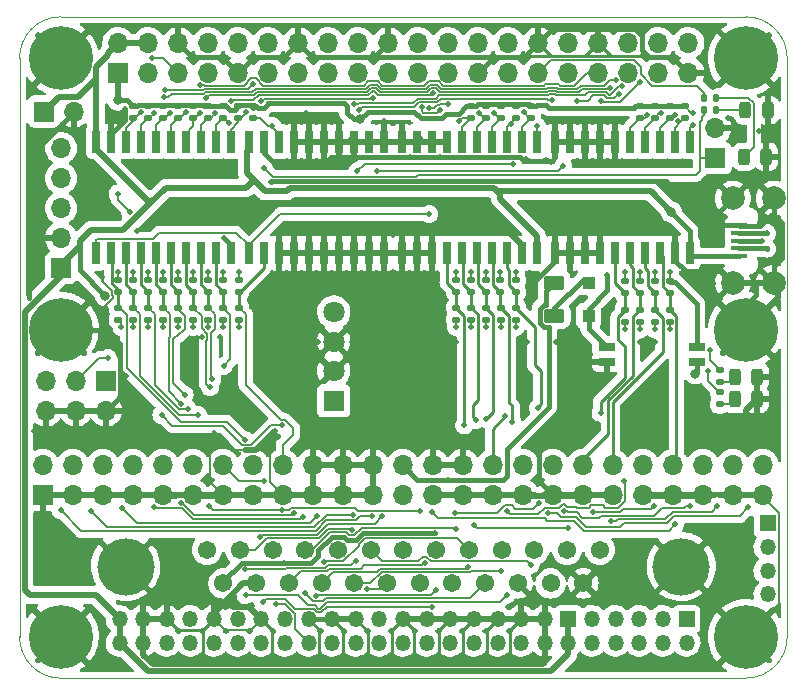
<source format=gtl>
G04 #@! TF.GenerationSoftware,KiCad,Pcbnew,(6.0.0)*
G04 #@! TF.CreationDate,2022-02-12T17:19:00-06:00*
G04 #@! TF.ProjectId,rascsi_2p5,72617363-7369-45f3-9270-352e6b696361,rev?*
G04 #@! TF.SameCoordinates,PX59d60c0PY325aa00*
G04 #@! TF.FileFunction,Copper,L1,Top*
G04 #@! TF.FilePolarity,Positive*
%FSLAX46Y46*%
G04 Gerber Fmt 4.6, Leading zero omitted, Abs format (unit mm)*
G04 Created by KiCad (PCBNEW (6.0.0)) date 2022-02-12 17:19:00*
%MOMM*%
%LPD*%
G01*
G04 APERTURE LIST*
G04 Aperture macros list*
%AMRoundRect*
0 Rectangle with rounded corners*
0 $1 Rounding radius*
0 $2 $3 $4 $5 $6 $7 $8 $9 X,Y pos of 4 corners*
0 Add a 4 corners polygon primitive as box body*
4,1,4,$2,$3,$4,$5,$6,$7,$8,$9,$2,$3,0*
0 Add four circle primitives for the rounded corners*
1,1,$1+$1,$2,$3*
1,1,$1+$1,$4,$5*
1,1,$1+$1,$6,$7*
1,1,$1+$1,$8,$9*
0 Add four rect primitives between the rounded corners*
20,1,$1+$1,$2,$3,$4,$5,0*
20,1,$1+$1,$4,$5,$6,$7,0*
20,1,$1+$1,$6,$7,$8,$9,0*
20,1,$1+$1,$8,$9,$2,$3,0*%
G04 Aperture macros list end*
G04 #@! TA.AperFunction,Profile*
%ADD10C,0.050000*%
G04 #@! TD*
G04 #@! TA.AperFunction,SMDPad,CuDef*
%ADD11RoundRect,0.243750X0.243750X0.456250X-0.243750X0.456250X-0.243750X-0.456250X0.243750X-0.456250X0*%
G04 #@! TD*
G04 #@! TA.AperFunction,ComponentPad*
%ADD12C,0.800000*%
G04 #@! TD*
G04 #@! TA.AperFunction,ComponentPad*
%ADD13C,5.400000*%
G04 #@! TD*
G04 #@! TA.AperFunction,ComponentPad*
%ADD14R,1.700000X1.700000*%
G04 #@! TD*
G04 #@! TA.AperFunction,ComponentPad*
%ADD15O,1.700000X1.700000*%
G04 #@! TD*
G04 #@! TA.AperFunction,SMDPad,CuDef*
%ADD16RoundRect,0.135000X-0.185000X0.135000X-0.185000X-0.135000X0.185000X-0.135000X0.185000X0.135000X0*%
G04 #@! TD*
G04 #@! TA.AperFunction,SMDPad,CuDef*
%ADD17RoundRect,0.250000X0.625000X-0.375000X0.625000X0.375000X-0.625000X0.375000X-0.625000X-0.375000X0*%
G04 #@! TD*
G04 #@! TA.AperFunction,SMDPad,CuDef*
%ADD18R,0.650000X1.950000*%
G04 #@! TD*
G04 #@! TA.AperFunction,SMDPad,CuDef*
%ADD19RoundRect,0.135000X-0.135000X-0.185000X0.135000X-0.185000X0.135000X0.185000X-0.135000X0.185000X0*%
G04 #@! TD*
G04 #@! TA.AperFunction,SMDPad,CuDef*
%ADD20RoundRect,0.135000X0.185000X-0.135000X0.185000X0.135000X-0.185000X0.135000X-0.185000X-0.135000X0*%
G04 #@! TD*
G04 #@! TA.AperFunction,SMDPad,CuDef*
%ADD21R,1.425000X0.750000*%
G04 #@! TD*
G04 #@! TA.AperFunction,SMDPad,CuDef*
%ADD22R,1.100000X1.100000*%
G04 #@! TD*
G04 #@! TA.AperFunction,SMDPad,CuDef*
%ADD23R,1.400000X0.400000*%
G04 #@! TD*
G04 #@! TA.AperFunction,ComponentPad*
%ADD24C,2.000000*%
G04 #@! TD*
G04 #@! TA.AperFunction,ComponentPad*
%ADD25R,1.350000X1.350000*%
G04 #@! TD*
G04 #@! TA.AperFunction,ComponentPad*
%ADD26O,1.350000X1.350000*%
G04 #@! TD*
G04 #@! TA.AperFunction,ComponentPad*
%ADD27R,1.800000X1.800000*%
G04 #@! TD*
G04 #@! TA.AperFunction,ComponentPad*
%ADD28C,1.800000*%
G04 #@! TD*
G04 #@! TA.AperFunction,ComponentPad*
%ADD29C,1.545000*%
G04 #@! TD*
G04 #@! TA.AperFunction,ComponentPad*
%ADD30C,4.845000*%
G04 #@! TD*
G04 #@! TA.AperFunction,ViaPad*
%ADD31C,0.500000*%
G04 #@! TD*
G04 #@! TA.AperFunction,ViaPad*
%ADD32C,0.800000*%
G04 #@! TD*
G04 #@! TA.AperFunction,Conductor*
%ADD33C,0.400000*%
G04 #@! TD*
G04 #@! TA.AperFunction,Conductor*
%ADD34C,0.500000*%
G04 #@! TD*
G04 #@! TA.AperFunction,Conductor*
%ADD35C,0.250000*%
G04 #@! TD*
G04 #@! TA.AperFunction,Conductor*
%ADD36C,0.200000*%
G04 #@! TD*
G04 #@! TA.AperFunction,Conductor*
%ADD37C,0.150000*%
G04 #@! TD*
G04 APERTURE END LIST*
D10*
X83800000Y10300000D02*
X141800000Y10300000D01*
X83800000Y-45696000D02*
X141800000Y-45696000D01*
X141800000Y-45696000D02*
G75*
G03*
X145300000Y-42196000I1J3499999D01*
G01*
X80300000Y6800000D02*
X80300000Y-42196000D01*
X145300000Y6800000D02*
G75*
G03*
X141800000Y10300000I-3499999J1D01*
G01*
X83800000Y10300000D02*
G75*
G03*
X80300000Y6800000I-1J-3499999D01*
G01*
X80300000Y-42196000D02*
G75*
G03*
X83800000Y-45696000I3499999J-1D01*
G01*
X145300000Y6800000D02*
X145300000Y-42196000D01*
D11*
X142767000Y-22066500D03*
X140892000Y-22066500D03*
X143641000Y2381000D03*
X141766000Y2381000D03*
X143529000Y-1556000D03*
X141654000Y-1556000D03*
D12*
X85825000Y6800000D03*
X82368109Y5368109D03*
X83800000Y8825000D03*
D13*
X83800000Y6800000D03*
D12*
X83800000Y4775000D03*
X85231891Y5368109D03*
X81775000Y6800000D03*
X85231891Y8231891D03*
X82368109Y8231891D03*
X83800000Y-18225000D03*
X81775000Y-16200000D03*
X85231891Y-17631891D03*
X82368109Y-14768109D03*
X85231891Y-14768109D03*
D13*
X83800000Y-16200000D03*
D12*
X85825000Y-16200000D03*
X82368109Y-17631891D03*
X83800000Y-14175000D03*
X85231891Y-40768109D03*
X83800000Y-44225000D03*
X82368109Y-40768109D03*
X81775000Y-42200000D03*
X85231891Y-43631891D03*
X83800000Y-40175000D03*
X82368109Y-43631891D03*
X85825000Y-42200000D03*
D13*
X83800000Y-42200000D03*
D14*
X83810000Y-10980000D03*
D15*
X83810000Y-8440000D03*
X83810000Y-5900000D03*
X83810000Y-3360000D03*
X83810000Y-820000D03*
D12*
X141800000Y-18225000D03*
X140368109Y-17631891D03*
D13*
X141800000Y-16200000D03*
D12*
X143825000Y-16200000D03*
X141800000Y-14175000D03*
X143231891Y-17631891D03*
X143231891Y-14768109D03*
X139775000Y-16200000D03*
X140368109Y-14768109D03*
X141800000Y-40175000D03*
X143825000Y-42200000D03*
X140368109Y-43631891D03*
D13*
X141800000Y-42200000D03*
D12*
X141800000Y-44225000D03*
X140368109Y-40768109D03*
X143231891Y-40768109D03*
X143231891Y-43631891D03*
X139775000Y-42200000D03*
X143825000Y6800000D03*
X143231891Y5368109D03*
X141800000Y8825000D03*
X140368109Y5368109D03*
D13*
X141800000Y6800000D03*
D12*
X140368109Y8231891D03*
X141800000Y4775000D03*
X143231891Y8231891D03*
X139775000Y6800000D03*
D16*
X122335000Y-11968000D03*
X122335000Y-12988000D03*
D17*
X125573500Y-15024000D03*
X125573500Y-12224000D03*
D18*
X99729000Y-9710000D03*
X100999000Y-9710000D03*
X102269000Y-9710000D03*
X103539000Y-9710000D03*
X104809000Y-9710000D03*
X106079000Y-9710000D03*
X107349000Y-9710000D03*
X108619000Y-9710000D03*
X109889000Y-9710000D03*
X111159000Y-9710000D03*
X111159000Y-260000D03*
X109889000Y-260000D03*
X108619000Y-260000D03*
X107349000Y-260000D03*
X106079000Y-260000D03*
X104809000Y-260000D03*
X103539000Y-260000D03*
X102269000Y-260000D03*
X100999000Y-260000D03*
X99729000Y-260000D03*
X124113000Y-260000D03*
X122843000Y-260000D03*
X121573000Y-260000D03*
X120303000Y-260000D03*
X119033000Y-260000D03*
X117763000Y-260000D03*
X116493000Y-260000D03*
X115223000Y-260000D03*
X113953000Y-260000D03*
X112683000Y-260000D03*
X112683000Y-9710000D03*
X113953000Y-9710000D03*
X115223000Y-9710000D03*
X116493000Y-9710000D03*
X117763000Y-9710000D03*
X119033000Y-9710000D03*
X120303000Y-9710000D03*
X121573000Y-9710000D03*
X122843000Y-9710000D03*
X124113000Y-9710000D03*
D19*
X138248500Y3460500D03*
X139268500Y3460500D03*
D16*
X139607000Y-21493000D03*
X139607000Y-22513000D03*
X132812500Y2741000D03*
X132812500Y1721000D03*
X134082500Y2741000D03*
X134082500Y1721000D03*
X135352500Y2741000D03*
X135352500Y1721000D03*
X118525000Y2741000D03*
X118525000Y1721000D03*
X121065000Y2741000D03*
X121065000Y1721000D03*
X122335000Y2741000D03*
X122335000Y1721000D03*
X123605000Y2741000D03*
X123605000Y1721000D03*
X91220000Y2741000D03*
X91220000Y1721000D03*
X92490000Y2741000D03*
X92490000Y1721000D03*
X96300000Y2741000D03*
X96300000Y1721000D03*
X97570000Y2741000D03*
X97570000Y1721000D03*
X98840000Y2741000D03*
X98840000Y1721000D03*
X100110000Y2741000D03*
X100110000Y1721000D03*
X131542500Y-12095000D03*
X131542500Y-13115000D03*
X132812500Y-12095000D03*
X132812500Y-13115000D03*
X134082500Y-12095000D03*
X134082500Y-13115000D03*
X135352500Y-12095000D03*
X135352500Y-13115000D03*
X117255000Y-11968000D03*
X117255000Y-12988000D03*
X118525000Y-11968000D03*
X118525000Y-12988000D03*
X119795000Y-11968000D03*
X119795000Y-12988000D03*
X121001500Y-11968000D03*
X121001500Y-12988000D03*
X91220000Y-11968000D03*
X91220000Y-12988000D03*
X92490000Y-11968000D03*
X92490000Y-12988000D03*
X93760000Y-11968000D03*
X93760000Y-12988000D03*
X94966500Y-11968000D03*
X94966500Y-12988000D03*
X96300000Y-11968000D03*
X96300000Y-12988000D03*
X97570000Y-11968000D03*
X97570000Y-12988000D03*
X98897500Y-11968000D03*
X98897500Y-12988000D03*
D20*
X131542500Y-15512501D03*
X131542500Y-14492501D03*
X132812500Y-15512501D03*
X132812500Y-14492501D03*
X134082500Y-15512501D03*
X134082500Y-14492501D03*
X135352500Y-15512501D03*
X135352500Y-14492501D03*
X117255000Y-15337500D03*
X117255000Y-14317500D03*
X118525000Y-15337500D03*
X118525000Y-14317500D03*
X119795000Y-15337500D03*
X119795000Y-14317500D03*
X121065000Y-15337500D03*
X121065000Y-14317500D03*
X122335000Y-15337500D03*
X122335000Y-14317500D03*
X88680000Y-15337500D03*
X88680000Y-14317500D03*
X89950000Y-15337500D03*
X89950000Y-14317500D03*
X91220000Y-15337500D03*
X91220000Y-14317500D03*
X92490000Y-15337500D03*
X92490000Y-14317500D03*
X93760000Y-15337500D03*
X93760000Y-14317500D03*
X95030000Y-15337500D03*
X95030000Y-14317500D03*
X96300000Y-15337500D03*
X96300000Y-14317500D03*
X97570000Y-15337500D03*
X97570000Y-14317500D03*
X98897500Y-15337500D03*
X98897500Y-14317500D03*
D16*
X95030000Y2741000D03*
X95030000Y1721000D03*
X89950000Y2741000D03*
X89950000Y1721000D03*
X93760000Y2741000D03*
X93760000Y1721000D03*
X88680000Y-11968000D03*
X88680000Y-12988000D03*
X89950000Y-11968000D03*
X89950000Y-12988000D03*
D18*
X137067000Y-260000D03*
X135797000Y-260000D03*
X134527000Y-260000D03*
X133257000Y-260000D03*
X131987000Y-260000D03*
X130717000Y-260000D03*
X129447000Y-260000D03*
X128177000Y-260000D03*
X126907000Y-260000D03*
X125637000Y-260000D03*
X125637000Y-9710000D03*
X126907000Y-9710000D03*
X128177000Y-9710000D03*
X129447000Y-9710000D03*
X130717000Y-9710000D03*
X131987000Y-9710000D03*
X133257000Y-9710000D03*
X134527000Y-9710000D03*
X135797000Y-9710000D03*
X137067000Y-9710000D03*
D16*
X139607000Y-19588000D03*
X139607000Y-20608000D03*
D21*
X130016500Y-17621500D03*
X130016500Y-18891500D03*
X137640500Y-18891500D03*
X137640500Y-17621500D03*
D22*
X128494500Y-12220000D03*
X128494500Y-15020000D03*
D18*
X86775000Y-9710000D03*
X88045000Y-9710000D03*
X89315000Y-9710000D03*
X90585000Y-9710000D03*
X91855000Y-9710000D03*
X93125000Y-9710000D03*
X94395000Y-9710000D03*
X95665000Y-9710000D03*
X96935000Y-9710000D03*
X98205000Y-9710000D03*
X98205000Y-260000D03*
X96935000Y-260000D03*
X95665000Y-260000D03*
X94395000Y-260000D03*
X93125000Y-260000D03*
X91855000Y-260000D03*
X90585000Y-260000D03*
X89315000Y-260000D03*
X88045000Y-260000D03*
X86775000Y-260000D03*
D14*
X82380000Y2280000D03*
D15*
X84920000Y2280000D03*
D11*
X142767000Y-20161500D03*
X140892000Y-20161500D03*
D19*
X138248500Y2444500D03*
X139268500Y2444500D03*
D23*
X141205000Y-9960000D03*
X141205000Y-9310000D03*
X141205000Y-8660000D03*
X141205000Y-8010000D03*
X141205000Y-7360000D03*
D24*
X144155000Y-12235000D03*
X144155000Y-5085000D03*
X140705000Y-5085000D03*
X140705000Y-12235000D03*
D14*
X82266500Y-30194500D03*
D15*
X82266500Y-27654500D03*
X84806500Y-30194500D03*
X84806500Y-27654500D03*
X87346500Y-30194500D03*
X87346500Y-27654500D03*
X89886500Y-30194500D03*
X89886500Y-27654500D03*
X92426500Y-30194500D03*
X92426500Y-27654500D03*
X94966500Y-30194500D03*
X94966500Y-27654500D03*
X97506500Y-30194500D03*
X97506500Y-27654500D03*
X100046500Y-30194500D03*
X100046500Y-27654500D03*
X102586500Y-30194500D03*
X102586500Y-27654500D03*
X105126500Y-30194500D03*
X105126500Y-27654500D03*
X107666500Y-30194500D03*
X107666500Y-27654500D03*
X110206500Y-30194500D03*
X110206500Y-27654500D03*
X112746500Y-30194500D03*
X112746500Y-27654500D03*
X115286500Y-30194500D03*
X115286500Y-27654500D03*
X117826500Y-30194500D03*
X117826500Y-27654500D03*
X120366500Y-30194500D03*
X120366500Y-27654500D03*
X122906500Y-30194500D03*
X122906500Y-27654500D03*
X125446500Y-30194500D03*
X125446500Y-27654500D03*
X127986500Y-30194500D03*
X127986500Y-27654500D03*
X130526500Y-30194500D03*
X130526500Y-27654500D03*
X133066500Y-30194500D03*
X133066500Y-27654500D03*
X135606500Y-30194500D03*
X135606500Y-27654500D03*
X138146500Y-30194500D03*
X138146500Y-27654500D03*
X140686500Y-30194500D03*
X140686500Y-27654500D03*
X143226500Y-30194500D03*
X143226500Y-27654500D03*
D25*
X136772000Y-40688000D03*
D26*
X136772000Y-42688000D03*
X134772000Y-40688000D03*
X134772000Y-42688000D03*
X132772000Y-40688000D03*
X132772000Y-42688000D03*
X130772000Y-40688000D03*
X130772000Y-42688000D03*
X128772000Y-40688000D03*
X128772000Y-42688000D03*
D25*
X126772000Y-40688000D03*
D26*
X126772000Y-42688000D03*
X124772000Y-40688000D03*
X124772000Y-42688000D03*
X122772000Y-40688000D03*
X122772000Y-42688000D03*
X120772000Y-40688000D03*
X120772000Y-42688000D03*
X118772000Y-40688000D03*
X118772000Y-42688000D03*
X116772000Y-40688000D03*
X116772000Y-42688000D03*
X114772000Y-40688000D03*
X114772000Y-42688000D03*
X112772000Y-40688000D03*
X112772000Y-42688000D03*
X110772000Y-40688000D03*
X110772000Y-42688000D03*
X108772000Y-40688000D03*
X108772000Y-42688000D03*
X106772000Y-40688000D03*
X106772000Y-42688000D03*
X104772000Y-40688000D03*
X104772000Y-42688000D03*
X102772000Y-40688000D03*
X102772000Y-42688000D03*
X100772000Y-40688000D03*
X100772000Y-42688000D03*
X98772000Y-40688000D03*
X98772000Y-42688000D03*
X96772000Y-40688000D03*
X96772000Y-42688000D03*
X94772000Y-40688000D03*
X94772000Y-42688000D03*
X92772000Y-40688000D03*
X92772000Y-42688000D03*
X90772000Y-40688000D03*
X90772000Y-42688000D03*
X88772000Y-40688000D03*
X88772000Y-42688000D03*
D16*
X136622500Y2741000D03*
X136622500Y1721000D03*
X119795000Y2741000D03*
X119795000Y1721000D03*
D25*
X143630000Y-32592000D03*
D26*
X143630000Y-34592000D03*
X143630000Y-36592000D03*
X143630000Y-38592000D03*
D14*
X87610000Y-20500000D03*
D15*
X87610000Y-23040000D03*
X85070000Y-20500000D03*
X85070000Y-23040000D03*
X82530000Y-20500000D03*
X82530000Y-23040000D03*
D27*
X106910000Y-22200000D03*
D28*
X106910000Y-19700000D03*
X106910000Y-17200000D03*
X106910000Y-14700000D03*
D14*
X88670000Y5530000D03*
D15*
X88670000Y8070000D03*
X91210000Y5530000D03*
X91210000Y8070000D03*
X93750000Y5530000D03*
X93750000Y8070000D03*
X96290000Y5530000D03*
X96290000Y8070000D03*
X98830000Y5530000D03*
X98830000Y8070000D03*
X101370000Y5530000D03*
X101370000Y8070000D03*
X103910000Y5530000D03*
X103910000Y8070000D03*
X106450000Y5530000D03*
X106450000Y8070000D03*
X108990000Y5530000D03*
X108990000Y8070000D03*
X111530000Y5530000D03*
X111530000Y8070000D03*
X114070000Y5530000D03*
X114070000Y8070000D03*
X116610000Y5530000D03*
X116610000Y8070000D03*
X119150000Y5530000D03*
X119150000Y8070000D03*
X121690000Y5530000D03*
X121690000Y8070000D03*
X124230000Y5530000D03*
X124230000Y8070000D03*
X126770000Y5530000D03*
X126770000Y8070000D03*
X129310000Y5530000D03*
X129310000Y8070000D03*
X131850000Y5530000D03*
X131850000Y8070000D03*
X134390000Y5530000D03*
X134390000Y8070000D03*
X136930000Y5530000D03*
X136930000Y8070000D03*
D29*
X129421600Y-34830000D03*
X126651600Y-34830000D03*
X123881600Y-34830000D03*
X121111600Y-34830000D03*
X118341600Y-34830000D03*
X115571600Y-34830000D03*
X112801600Y-34830000D03*
X110031600Y-34830000D03*
X107261600Y-34830000D03*
X104491600Y-34830000D03*
X101721600Y-34830000D03*
X98951600Y-34830000D03*
X96181600Y-34830000D03*
X128036600Y-37670000D03*
X125266600Y-37670000D03*
X122496600Y-37670000D03*
X119726600Y-37670000D03*
X116956600Y-37670000D03*
X114186600Y-37670000D03*
X111416600Y-37670000D03*
X108646600Y-37670000D03*
X105876600Y-37670000D03*
X103106600Y-37670000D03*
X100336600Y-37670000D03*
X97566600Y-37670000D03*
D30*
X136321600Y-36250000D03*
X89281600Y-36250000D03*
D14*
X139226000Y-1683000D03*
D15*
X139226000Y857000D03*
D31*
X87791000Y-3842000D03*
X112111500Y-25300000D03*
X101940915Y-25300000D03*
X125694724Y-17240500D03*
X104710000Y-25300000D03*
X139377000Y-7383000D03*
X94550000Y-5640000D03*
X109951460Y-17240500D03*
X100990000Y380000D03*
X104108640Y-17240500D03*
X133910000Y-21030000D03*
X101187230Y-17240500D03*
X90210000Y-7800000D03*
X131510000Y-25960000D03*
D32*
X123414500Y-13748000D03*
D31*
X95624000Y-37132000D03*
X108490755Y-17240500D03*
X127230000Y-14010000D03*
X106079000Y-1810000D03*
X111130000Y1470000D03*
X111412165Y-17240500D03*
X125330000Y-2000000D03*
X115899999Y-1570001D03*
X103539000Y-1746500D03*
X122990000Y-22480000D03*
X115425889Y-25300000D03*
X112872870Y-17240500D03*
D32*
X126750000Y-25640000D03*
D31*
X126895451Y-17240500D03*
X81504500Y-24797000D03*
X88010000Y-17600000D03*
X128096178Y-17240500D03*
D32*
X125637000Y-7398000D03*
D31*
X117615697Y-25300000D03*
X134082500Y-17240500D03*
X97620000Y-8440000D03*
X97281993Y-16792922D03*
X101610000Y-3700000D03*
X102647935Y-17240500D03*
D32*
X121065000Y-7271000D03*
D31*
X115794280Y-17240500D03*
X85695500Y-1144500D03*
X132812500Y-17240500D03*
X89590000Y-2160000D03*
X127605500Y-2064000D03*
X140305500Y1746000D03*
X123220000Y-1780000D03*
X114333575Y-17240500D03*
X142910000Y600000D03*
X134470000Y-25740000D03*
X85110000Y-12300000D03*
X113379999Y-1570001D03*
X130200000Y-14100000D03*
X99870000Y-6080000D03*
X123280479Y-17240500D03*
X99700000Y-8010000D03*
X89310000Y-20100000D03*
X101710000Y-1930000D03*
X96808000Y-25300000D03*
X107027652Y-25300000D03*
X123732000Y-26003500D03*
D32*
X139030000Y4550000D03*
D31*
X136876500Y-5493000D03*
X84055083Y-24797000D03*
X95737451Y-16792922D03*
X104590000Y2160000D03*
X117255000Y-17240500D03*
X87310000Y-11700000D03*
D32*
X85759000Y-6572500D03*
D31*
X89243314Y2464011D03*
X105569345Y-17240500D03*
D32*
X88616500Y3270000D03*
D31*
X138730003Y-17885242D03*
D32*
X109149676Y1623079D03*
D31*
X137324474Y2180000D03*
D32*
X87558319Y-13315621D03*
X135496000Y-6238500D03*
D31*
X138591000Y-19653500D03*
X130082000Y-11589000D03*
X130419308Y-32414713D03*
X139350000Y-31150000D03*
X122035166Y-23991021D03*
X92322000Y-23416000D03*
X102510000Y-24300000D03*
X128817950Y-31630159D03*
X118967380Y-23842380D03*
X133993502Y-31150000D03*
X117187010Y-31684832D03*
X124267635Y-30901010D03*
X105394338Y-38713449D03*
X115588434Y-38215548D03*
X117940518Y-24294390D03*
X100909837Y-39247077D03*
X135828947Y-32665648D03*
X115235886Y-31652762D03*
X115182000Y-39662031D03*
X121540000Y-31560000D03*
X131502655Y-28977345D03*
X121532000Y-38656000D03*
X99434000Y-38656000D03*
X106038000Y-35862000D03*
X126730000Y-32950000D03*
X118812489Y-32689064D03*
X121400595Y-23539011D03*
X104490326Y-38501086D03*
X129494275Y-23222010D03*
X100644714Y-33758047D03*
X111018510Y-31996010D03*
X109713077Y-38111020D03*
X97593755Y-19270482D03*
X83780000Y-31480000D03*
X110120000Y-31996010D03*
X123564000Y-36116000D03*
X96607010Y-20409500D03*
X121024000Y-36624000D03*
X108521033Y-31856657D03*
X86370000Y-31530000D03*
X118230000Y-36256511D03*
X96427000Y-21067500D03*
X89002424Y-31302989D03*
X105519686Y-31957742D03*
X117243766Y-33076963D03*
X91693529Y-31178968D03*
X94279018Y-21696518D03*
X104280000Y-32052000D03*
X94014000Y-22442930D03*
X103498000Y-31750000D03*
X114608688Y-35948588D03*
X93930504Y-30851957D03*
X114166000Y-31544000D03*
X94585500Y-22919940D03*
X102510000Y-31434946D03*
X96380000Y-31091990D03*
X108431070Y-33137679D03*
X100973502Y-29027449D03*
X95426391Y-23396950D03*
X108752442Y-35782442D03*
X99383823Y-25517643D03*
X99431263Y-36493836D03*
X125036247Y-31748511D03*
X142000000Y-31220000D03*
X124176500Y-22828500D03*
X137054940Y-31121502D03*
X119795000Y-23752010D03*
X126371042Y-31585360D03*
X101974000Y-39418000D03*
X116610000Y-28880000D03*
X115479033Y-33403489D03*
X102686051Y-35947053D03*
X90598618Y2254001D03*
X92606010Y4116010D03*
X100071557Y4632242D03*
X91728000Y2127000D03*
X92537007Y3492807D03*
X130785361Y4920000D03*
X93061500Y2190500D03*
X94395000Y2254000D03*
X95601500Y2190500D03*
X95579021Y4529977D03*
X96095637Y3388515D03*
X130263077Y4286876D03*
X96871500Y2127000D03*
X115342501Y3822796D03*
X98055000Y1304240D03*
X98197746Y3143937D03*
X110260000Y3428469D03*
X99470000Y2237827D03*
X100739652Y3194957D03*
X101710000Y1080000D03*
X117509000Y1492000D03*
X132847721Y4815780D03*
X129517751Y3194737D03*
X119223500Y2139000D03*
X120493500Y2127000D03*
X121904492Y1236649D03*
X125383000Y3293010D03*
X109054914Y2441102D03*
X122990000Y2220000D03*
X133387496Y2003496D03*
X134654000Y2127000D03*
X135777207Y2019438D03*
X136064293Y1462010D03*
X108614160Y2887613D03*
X131340387Y4413823D03*
X91550000Y6850000D03*
X119795000Y-15970500D03*
X117255000Y-15970500D03*
X96300000Y-15970500D03*
X89950000Y-15970500D03*
X95030000Y-15970500D03*
X134082500Y-16161000D03*
X132812500Y-16161000D03*
X118525000Y-15970500D03*
X92490000Y-15970500D03*
X91220000Y-15970500D03*
X88925980Y-15970500D03*
X122335000Y-15970500D03*
X131542500Y-16161000D03*
X135352500Y-16161000D03*
X97570000Y-15970500D03*
X121065000Y-15970500D03*
X98910000Y-15960000D03*
X93760000Y-15970500D03*
D32*
X137511500Y-19907500D03*
D31*
X88680000Y-11271500D03*
X92490000Y-11271500D03*
X94966500Y-11271500D03*
X89950000Y-11271500D03*
X96300000Y-11271500D03*
X117255000Y-11271500D03*
X98910000Y-11271500D03*
X91220000Y-11271500D03*
X118525000Y-11271500D03*
X93760000Y-11271500D03*
X131542500Y-11335000D03*
X132812500Y-11335000D03*
X121001500Y-11271500D03*
X122335000Y-11271500D03*
X135352500Y-11335000D03*
X119795000Y-11271500D03*
X97570000Y-11271500D03*
X134082500Y-11335000D03*
X137340000Y1120000D03*
X131077665Y3803316D03*
X127480000Y3194936D03*
X124093367Y1052134D03*
X114996658Y-6402675D03*
X114966468Y2587116D03*
X116620000Y2917959D03*
X126335500Y-2318000D03*
X87794021Y-18604650D03*
X110574292Y-2777979D03*
X108912776Y-2777979D03*
X122070000Y-2160000D03*
X115870479Y2371956D03*
X89638911Y-6231849D03*
X88605386Y-4669009D03*
X114341728Y2640938D03*
X143577990Y-8020000D03*
X143201287Y-8646949D03*
X143577990Y-9320000D03*
X101010000Y-2500000D03*
D33*
X113379999Y-1570001D02*
X115899999Y-1570001D01*
X115899999Y-1570001D02*
X122656448Y-1570001D01*
D34*
X124580000Y-44498000D02*
X124772000Y-44306000D01*
D33*
X141279521Y-7434521D02*
X142975479Y-7434521D01*
X122866447Y-1780000D02*
X123220000Y-1780000D01*
X98205000Y-9025000D02*
X97620000Y-8440000D01*
D35*
X117844999Y-44375001D02*
X117722000Y-44498000D01*
D33*
X124269499Y-26540999D02*
X123732000Y-26003500D01*
X88817001Y-19507001D02*
X88817001Y-17398625D01*
D36*
X96772000Y-40688000D02*
X97674001Y-41590001D01*
D35*
X129310000Y8070000D02*
X128207999Y6967999D01*
X96772000Y-40688000D02*
X95844999Y-41615001D01*
D34*
X142623000Y-12243000D02*
X140678000Y-12243000D01*
D33*
X106079000Y-1810000D02*
X106432553Y-1810000D01*
X144155000Y-12235000D02*
X144155000Y-10820787D01*
D34*
X105530000Y-44498000D02*
X107562000Y-44498000D01*
X141809001Y-23881001D02*
X141809001Y-23024499D01*
D35*
X115844999Y-41615001D02*
X115844999Y-44398999D01*
D36*
X99869999Y-41590001D02*
X100772000Y-40688000D01*
D34*
X115944000Y-44498000D02*
X117722000Y-44498000D01*
D33*
X81100001Y-1539999D02*
X84920000Y2280000D01*
X144155000Y-6499213D02*
X144155000Y-5085000D01*
D34*
X139354999Y-26335003D02*
X139523001Y-26167001D01*
D35*
X106772000Y-40688000D02*
X107699001Y-41615001D01*
X101699001Y-41615001D02*
X101699001Y-44264999D01*
X89310000Y-20100000D02*
X88817001Y-19607001D01*
D37*
X85695500Y-1296185D02*
X85695500Y-1144500D01*
D33*
X114498000Y-260000D02*
X114101994Y136006D01*
X81100001Y-13500001D02*
X81100001Y-1539999D01*
D37*
X125579999Y-1750001D02*
X125330000Y-2000000D01*
D33*
X144847001Y-10128786D02*
X144847001Y-7191214D01*
D34*
X135502000Y-30274000D02*
X132962000Y-30274000D01*
X94862000Y-30274000D02*
X97402000Y-30274000D01*
D33*
X143910787Y-6499213D02*
X144155000Y-6499213D01*
D34*
X99244121Y-37670000D02*
X97830061Y-39084061D01*
D33*
X125446500Y-30194500D02*
X124269499Y-29017499D01*
D35*
X109844999Y-44247001D02*
X109594000Y-44498000D01*
D37*
X87310000Y-11700000D02*
X87310000Y-12110834D01*
D33*
X105087001Y6892999D02*
X123052999Y6892999D01*
D34*
X125342000Y-30274000D02*
X127882000Y-30274000D01*
D33*
X101610000Y-3700000D02*
X101664021Y-3645979D01*
X144847001Y-7191214D02*
X144155000Y-6499213D01*
D35*
X122772000Y-40688000D02*
X121844999Y-41615001D01*
D33*
X139043500Y-12258000D02*
X138043501Y-11258001D01*
D37*
X125637000Y-1693000D02*
X125579999Y-1750001D01*
D33*
X108074000Y-260000D02*
X107349000Y-260000D01*
D36*
X97506500Y-30194500D02*
X96429499Y-29117499D01*
D35*
X120587999Y6967999D02*
X135492001Y6967999D01*
X107699001Y-44360999D02*
X107562000Y-44498000D01*
X120772000Y-40688000D02*
X119844999Y-41615001D01*
X118772000Y-40688000D02*
X117844999Y-41615001D01*
X135492001Y6967999D02*
X136080001Y6379999D01*
D34*
X144128000Y-12243000D02*
X142623000Y-12243000D01*
D33*
X133639041Y6892999D02*
X133027001Y7505039D01*
D35*
X117844999Y-41615001D02*
X117844999Y-44375001D01*
D33*
X136695001Y-11258001D02*
X135797000Y-10360000D01*
X135567001Y6892999D02*
X133639041Y6892999D01*
X142623000Y-13297000D02*
X142623000Y-12243000D01*
X135029479Y-3645979D02*
X136876500Y-5493000D01*
D35*
X136080001Y6379999D02*
X136930000Y5530000D01*
D34*
X109594000Y-44498000D02*
X112134000Y-44498000D01*
D33*
X113953000Y-260000D02*
X114101994Y-111006D01*
D34*
X134274999Y-25935001D02*
X134470000Y-25740000D01*
D35*
X111844999Y-44208999D02*
X112134000Y-44498000D01*
D34*
X93580499Y-30274000D02*
X93629543Y-30224956D01*
D35*
X129310000Y8070000D02*
X130412001Y6967999D01*
X92772000Y-40688000D02*
X93699001Y-41615001D01*
D33*
X139400000Y-7360000D02*
X139377000Y-7383000D01*
X88045000Y358602D02*
X88045000Y-260000D01*
D35*
X124230000Y8070000D02*
X125332001Y6967999D01*
D33*
X141800000Y-14120000D02*
X142623000Y-13297000D01*
D35*
X112772000Y-40688000D02*
X113699001Y-41615001D01*
X119150000Y5530000D02*
X120587999Y6967999D01*
X105699001Y-44328999D02*
X105530000Y-44498000D01*
X104772000Y-40688000D02*
X105699001Y-41615001D01*
D33*
X102732999Y6892999D02*
X103910000Y8070000D01*
X132414961Y9247001D02*
X125407001Y9247001D01*
X141800000Y-16200000D02*
X140090500Y-16200000D01*
D37*
X88157990Y-12958824D02*
X88157990Y-13262596D01*
X142910000Y600000D02*
X143310000Y1000000D01*
D34*
X144499999Y-13500001D02*
X144499999Y-12614999D01*
D33*
X87110000Y-16200000D02*
X83800000Y-16200000D01*
D34*
X122843000Y-9710000D02*
X122843000Y-9049000D01*
X97830061Y-39084061D02*
X96772000Y-40142121D01*
D33*
X100192999Y6892999D02*
X102732999Y6892999D01*
D35*
X126970500Y-17240500D02*
X128431000Y-17240500D01*
D33*
X98205000Y-9710000D02*
X98205000Y-9025000D01*
X87640000Y-23110000D02*
X88817001Y-21932999D01*
D35*
X95844999Y-41615001D02*
X95844999Y-44464999D01*
D33*
X122656448Y-1570001D02*
X122866447Y-1780000D01*
D35*
X108772000Y-40688000D02*
X109844999Y-41760999D01*
D33*
X110352999Y6892999D02*
X111530000Y8070000D01*
D34*
X91560000Y-44498000D02*
X95878000Y-44498000D01*
D33*
X104772000Y-40688000D02*
X106772000Y-40688000D01*
X98830000Y5530000D02*
X100192999Y6892999D01*
D37*
X143410000Y1000000D02*
X143641000Y1231000D01*
D33*
X89243314Y2464011D02*
X89243314Y1556916D01*
D34*
X107562000Y-44498000D02*
X109594000Y-44498000D01*
X100316260Y-26421655D02*
X99390332Y-26421655D01*
X99719999Y-39635999D02*
X98381999Y-39635999D01*
D33*
X133027001Y7505039D02*
X133027001Y8634961D01*
D34*
X113658000Y-44498000D02*
X115944000Y-44498000D01*
X144499999Y-12614999D02*
X144128000Y-12243000D01*
X122843000Y-9049000D02*
X121065000Y-7271000D01*
X96772000Y-40142121D02*
X96772000Y-40688000D01*
D33*
X125637000Y-10344482D02*
X123414500Y-12566982D01*
D35*
X121844999Y-41615001D02*
X121844999Y-44439001D01*
D37*
X87110000Y-14630027D02*
X87110000Y-16200000D01*
D33*
X123414500Y-12566982D02*
X123414500Y-13748000D01*
X106672552Y-1570001D02*
X113379999Y-1570001D01*
X141205000Y-7360000D02*
X141279521Y-7434521D01*
D35*
X112772000Y-40688000D02*
X111844999Y-41615001D01*
D36*
X96808000Y-24797000D02*
X98432655Y-26421655D01*
D35*
X100772000Y-40688000D02*
X101699001Y-41615001D01*
D37*
X141800000Y-42200000D02*
X144590001Y-39409999D01*
D33*
X88817001Y-21932999D02*
X88817001Y-19507001D01*
D35*
X119844999Y-41615001D02*
X119844999Y-44153001D01*
D33*
X94927001Y6892999D02*
X93750000Y8070000D01*
X141205000Y-7360000D02*
X139400000Y-7360000D01*
D34*
X119500000Y-44498000D02*
X121786000Y-44498000D01*
D35*
X113699001Y-41615001D02*
X113699001Y-44456999D01*
D34*
X101466000Y-44498000D02*
X105530000Y-44498000D01*
D33*
X101664021Y-3645979D02*
X135029479Y-3645979D01*
D35*
X101699001Y-44264999D02*
X101466000Y-44498000D01*
D33*
X120512999Y6892999D02*
X119150000Y5530000D01*
X103910000Y8070000D02*
X105087001Y6892999D01*
D35*
X93699001Y-41615001D02*
X95844999Y-41615001D01*
D33*
X115223000Y-260000D02*
X114498000Y-260000D01*
D34*
X112134000Y-44498000D02*
X113658000Y-44498000D01*
X90772000Y-42688000D02*
X90772000Y-43710000D01*
D33*
X141800000Y-16200000D02*
X141800000Y-14120000D01*
D35*
X107699001Y-41615001D02*
X107699001Y-44360999D01*
X115844999Y-44398999D02*
X115944000Y-44498000D01*
D33*
X108440000Y106000D02*
X108074000Y-260000D01*
D35*
X111844999Y-41615001D02*
X111844999Y-44208999D01*
D37*
X144590001Y-39409999D02*
X144590001Y-31742001D01*
D35*
X109844999Y-41760999D02*
X109844999Y-44247001D01*
D33*
X142975479Y-7434521D02*
X143910787Y-6499213D01*
D34*
X139523001Y-26167001D02*
X141809001Y-23881001D01*
D33*
X106432553Y-1810000D02*
X106672552Y-1570001D01*
D36*
X97674001Y-41590001D02*
X99869999Y-41590001D01*
D37*
X88216824Y-13523203D02*
X87110000Y-14630027D01*
D33*
X98830000Y5530000D02*
X97467001Y6892999D01*
D34*
X95878000Y-44498000D02*
X101466000Y-44498000D01*
D33*
X97467001Y6892999D02*
X94927001Y6892999D01*
D37*
X98205000Y-8985500D02*
X98205000Y-9710000D01*
D33*
X123052999Y6892999D02*
X125407001Y9247001D01*
D34*
X98381999Y-39635999D02*
X97830061Y-39084061D01*
X125342000Y-30274000D02*
X122802000Y-30274000D01*
X138042000Y-30274000D02*
X135502000Y-30274000D01*
X100772000Y-40688000D02*
X99719999Y-39635999D01*
D37*
X143310000Y1000000D02*
X143410000Y1000000D01*
D35*
X119844999Y-44153001D02*
X119500000Y-44498000D01*
D33*
X133027001Y8634961D02*
X132414961Y9247001D01*
D34*
X141809001Y-23024499D02*
X142767000Y-22066500D01*
X94231465Y-30224956D02*
X94280509Y-30274000D01*
D36*
X96429499Y-25175501D02*
X96808000Y-24797000D01*
D33*
X101710000Y-1930000D02*
X100999000Y-1219000D01*
D34*
X131734999Y-26184999D02*
X131510000Y-25960000D01*
X90772000Y-43710000D02*
X91560000Y-44498000D01*
D33*
X100999000Y-1219000D02*
X100999000Y-260000D01*
D37*
X88157990Y-13262596D02*
X88216824Y-13321430D01*
D34*
X117722000Y-44498000D02*
X119500000Y-44498000D01*
D33*
X89243314Y1556916D02*
X88045000Y358602D01*
D37*
X87310000Y-12110834D02*
X88157990Y-12958824D01*
D34*
X121786000Y-44498000D02*
X124580000Y-44498000D01*
D33*
X87618376Y-16200000D02*
X87110000Y-16200000D01*
D35*
X88817001Y-19607001D02*
X88817001Y-19507001D01*
D34*
X101940915Y-24797000D02*
X100316260Y-26421655D01*
D36*
X96429499Y-29117499D02*
X96429499Y-25175501D01*
X102586500Y-30194500D02*
X101509499Y-29117499D01*
D37*
X125637000Y-260000D02*
X125637000Y-1693000D01*
X88216824Y-13321430D02*
X88216824Y-13523203D01*
D35*
X121844999Y-44439001D02*
X121786000Y-44498000D01*
D36*
X101509499Y-29117499D02*
X101509499Y-25228416D01*
D33*
X125637000Y-9710000D02*
X125637000Y-10344482D01*
D36*
X98432655Y-26421655D02*
X99390332Y-26421655D01*
D34*
X93629543Y-30224956D02*
X94231465Y-30224956D01*
D35*
X113699001Y-44456999D02*
X113658000Y-44498000D01*
D33*
X135797000Y-10360000D02*
X135797000Y-9710000D01*
D37*
X144590001Y-31742001D02*
X143122000Y-30274000D01*
X143641000Y1231000D02*
X143641000Y2381000D01*
D34*
X141800000Y-16200000D02*
X144499999Y-13500001D01*
D33*
X136930000Y5530000D02*
X135567001Y6892999D01*
X88817001Y-17398625D02*
X87618376Y-16200000D01*
X138043501Y-11258001D02*
X136695001Y-11258001D01*
X142227000Y-12243000D02*
X140678000Y-12243000D01*
X124269499Y-29017499D02*
X124269499Y-26540999D01*
D35*
X116772000Y-40688000D02*
X115844999Y-41615001D01*
D34*
X100336600Y-37670000D02*
X99244121Y-37670000D01*
D33*
X138766500Y-7383000D02*
X136876500Y-5493000D01*
D35*
X95844999Y-44464999D02*
X95878000Y-44498000D01*
D36*
X101509499Y-25228416D02*
X101940915Y-24797000D01*
D33*
X144155000Y-10820787D02*
X144847001Y-10128786D01*
D34*
X94280509Y-30274000D02*
X94862000Y-30274000D01*
X92322000Y-30274000D02*
X93580499Y-30274000D01*
X124772000Y-44306000D02*
X124772000Y-42688000D01*
D35*
X105699001Y-41615001D02*
X105699001Y-44328999D01*
D33*
X100110000Y2716000D02*
X100364647Y2716000D01*
D37*
X138730003Y-18736003D02*
X138730003Y-17885242D01*
D33*
X116451211Y2100000D02*
X116061465Y1710254D01*
X101016613Y2617956D02*
X101316653Y2917996D01*
D34*
X88616500Y5441700D02*
X88680000Y5505200D01*
D33*
X90321657Y2831002D02*
X95814960Y2831002D01*
D37*
X139607000Y-19613000D02*
X138730003Y-18736003D01*
D33*
X132294235Y2617735D02*
X132392500Y2716000D01*
X100045859Y2576303D02*
X99807333Y2814829D01*
X113730000Y2260000D02*
X109786597Y2260000D01*
X95929962Y2716000D02*
X97570000Y2716000D01*
X109786597Y2260000D02*
X109149676Y1623079D01*
X118525000Y2716000D02*
X118105000Y2716000D01*
X108583991Y1623079D02*
X109149676Y1623079D01*
X100462691Y2617956D02*
X101016613Y2617956D01*
D34*
X88616500Y3270000D02*
X88616500Y5441700D01*
D33*
X98938829Y2814829D02*
X98840000Y2716000D01*
X124025000Y2716000D02*
X124155299Y2846299D01*
X99807333Y2814829D02*
X98938829Y2814829D01*
X89396000Y3270000D02*
X89950000Y2716000D01*
D37*
X137158500Y2180000D02*
X137324474Y2180000D01*
D33*
X88616500Y3270000D02*
X89396000Y3270000D01*
X101316653Y2917996D02*
X101316653Y2967948D01*
X108066338Y2140732D02*
X108583991Y1623079D01*
X114755192Y1735316D02*
X114254684Y1735316D01*
X117489000Y2100000D02*
X116451211Y2100000D01*
D37*
X136622500Y2716000D02*
X137158500Y2180000D01*
D33*
X98112206Y2381832D02*
X98505832Y2381832D01*
X114254684Y1735316D02*
X113730000Y2260000D01*
X118945000Y2716000D02*
X119106002Y2877002D01*
X89950000Y2716000D02*
X90206655Y2716000D01*
X107804807Y2967948D02*
X108066338Y2706417D01*
X118105000Y2716000D02*
X117489000Y2100000D01*
X97663037Y2831001D02*
X98112206Y2381832D01*
X118525000Y2716000D02*
X118945000Y2716000D01*
X132392500Y2716000D02*
X132812500Y2716000D01*
X98505832Y2381832D02*
X98840000Y2716000D01*
X90206655Y2716000D02*
X90321657Y2831002D01*
X101316653Y2967948D02*
X107804807Y2967948D01*
X95814960Y2831002D02*
X95929962Y2716000D01*
X125112778Y2617735D02*
X132294235Y2617735D01*
X116061465Y1710254D02*
X114780254Y1710254D01*
X124884214Y2846299D02*
X125112778Y2617735D01*
X132812500Y2716000D02*
X135352500Y2716000D01*
X114780254Y1710254D02*
X114755192Y1735316D01*
X124155299Y2846299D02*
X124884214Y2846299D01*
X135352500Y2716000D02*
X136622500Y2716000D01*
X123443998Y2877002D02*
X123605000Y2716000D01*
X108066338Y2706417D02*
X108066338Y2140732D01*
X123605000Y2716000D02*
X124025000Y2716000D01*
X119106002Y2877002D02*
X123443998Y2877002D01*
X100364647Y2716000D02*
X100462691Y2617956D01*
D34*
X124113000Y-8235000D02*
X120964000Y-5086000D01*
X99560000Y-1079000D02*
X99560000Y-2948000D01*
X83607001Y3507001D02*
X85234001Y3507001D01*
X85408199Y-9098199D02*
X85408199Y-8662561D01*
D33*
X137067000Y-7809500D02*
X135496000Y-6238500D01*
D37*
X138593385Y-19655885D02*
X138591000Y-19653500D01*
D33*
X86393273Y-7748199D02*
X86758199Y-7748199D01*
X128494500Y-14420000D02*
X130082000Y-12832500D01*
D34*
X100144000Y-3532000D02*
X99560000Y-2948000D01*
X125289583Y-45125011D02*
X91209011Y-45125011D01*
X91358000Y-5493000D02*
X92671000Y-4180000D01*
X92671000Y-4180000D02*
X99496000Y-4180000D01*
D33*
X128494500Y-16099500D02*
X130016500Y-17621500D01*
D34*
X86775000Y-260000D02*
X86775000Y5048000D01*
X103181466Y-4222990D02*
X102914456Y-4490000D01*
X85234001Y3507001D02*
X86775000Y5048000D01*
X80722999Y-38232999D02*
X81146000Y-38656000D01*
D37*
X139607000Y-21518000D02*
X138593385Y-20504385D01*
D34*
X86775000Y6013602D02*
X87820001Y7058603D01*
X126772000Y-40688000D02*
X126772000Y-42688000D01*
D33*
X137317000Y-9960000D02*
X137067000Y-9710000D01*
D34*
X83810000Y-10696398D02*
X85408199Y-9098199D01*
X86758409Y-7747989D02*
X89103011Y-7747989D01*
X83810000Y-11608000D02*
X80722999Y-14695001D01*
D33*
X85408199Y-11165501D02*
X87558319Y-13315621D01*
X141205000Y-9960000D02*
X137317000Y-9960000D01*
X137067000Y-9710000D02*
X137067000Y-7809500D01*
D34*
X126772000Y-43642594D02*
X125289583Y-45125011D01*
X101102000Y-4490000D02*
X100144000Y-3532000D01*
X85408199Y-8662561D02*
X86322770Y-7747990D01*
X86322770Y-7747990D02*
X86757990Y-7747990D01*
X99729000Y-260000D02*
X99729000Y-910000D01*
X120740000Y-4490000D02*
X120472990Y-4222990D01*
X80722999Y-14695001D02*
X80722999Y-38232999D01*
D33*
X85408199Y-9098199D02*
X85408199Y-11165501D01*
D34*
X87820001Y7220001D02*
X88670000Y8070000D01*
X91209011Y-45125011D02*
X88772000Y-42688000D01*
D33*
X128494500Y-15270000D02*
X128494500Y-16099500D01*
D34*
X83810000Y-10980000D02*
X83810000Y-10696398D01*
X82380000Y2280000D02*
X83607001Y3507001D01*
X102914456Y-4490000D02*
X101102000Y-4490000D01*
X86775000Y-260000D02*
X86775000Y-910000D01*
X124113000Y-9710000D02*
X124113000Y-8235000D01*
X83810000Y-10980000D02*
X83810000Y-11608000D01*
X120472990Y-4222990D02*
X103181466Y-4222990D01*
X126772000Y-42688000D02*
X126772000Y-43642594D01*
X86757990Y-7747990D02*
X86758199Y-7748199D01*
D33*
X130082000Y-12832500D02*
X130082000Y-11589000D01*
D34*
X135496000Y-6238500D02*
X133747500Y-4490000D01*
X133747500Y-4490000D02*
X120740000Y-4490000D01*
X87820001Y7058603D02*
X87820001Y7220001D01*
X86775000Y5048000D02*
X86775000Y6013602D01*
X120964000Y-4714000D02*
X120740000Y-4490000D01*
X89103011Y-7747989D02*
X91358000Y-5493000D01*
X86740000Y-38656000D02*
X88772000Y-40688000D01*
X120964000Y-5086000D02*
X120964000Y-4714000D01*
X99729000Y-910000D02*
X99560000Y-1079000D01*
D37*
X138593385Y-20504385D02*
X138593385Y-19655885D01*
D33*
X128494500Y-15270000D02*
X128494500Y-14420000D01*
D34*
X88772000Y-40688000D02*
X88772000Y-42688000D01*
X99496000Y-4180000D02*
X100144000Y-3532000D01*
X81146000Y-38656000D02*
X86740000Y-38656000D01*
X86758199Y-7748199D02*
X86758409Y-7747989D01*
X88670000Y8070000D02*
X91210000Y8070000D01*
X86775000Y-910000D02*
X91358000Y-5493000D01*
D36*
X138901488Y-31598512D02*
X135589026Y-31598512D01*
X135589026Y-31598512D02*
X134935004Y-32252534D01*
D37*
X99166861Y-25969645D02*
X99940355Y-25969645D01*
D35*
X120429490Y-9836490D02*
X120429490Y-12415990D01*
X122035166Y-23991021D02*
X122035166Y-22655904D01*
X121065000Y-14342500D02*
X121065000Y-14317500D01*
X120303000Y-9710000D02*
X120429490Y-9836490D01*
X121001500Y-14254000D02*
X121065000Y-14317500D01*
D37*
X93239194Y-24333194D02*
X97530412Y-24333194D01*
D35*
X122035166Y-22655904D02*
X121717011Y-22337749D01*
D36*
X134935004Y-32252534D02*
X130935040Y-32252534D01*
D37*
X99940355Y-25969645D02*
X101610000Y-24300000D01*
D35*
X120429490Y-12415990D02*
X121001500Y-12988000D01*
D37*
X97530412Y-24333194D02*
X99166861Y-25969645D01*
X101610000Y-24300000D02*
X102510000Y-24300000D01*
D35*
X121717011Y-14994511D02*
X121065000Y-14342500D01*
D37*
X92322000Y-23416000D02*
X93239194Y-24333194D01*
D36*
X139350000Y-31150000D02*
X138901488Y-31598512D01*
D35*
X121717011Y-22337749D02*
X121717011Y-14994511D01*
D36*
X130772861Y-32414713D02*
X130419308Y-32414713D01*
X130935040Y-32252534D02*
X130772861Y-32414713D01*
D35*
X121001500Y-12988000D02*
X121001500Y-14254000D01*
D36*
X133734535Y-31408967D02*
X131368458Y-31408967D01*
X129203150Y-31598512D02*
X129171503Y-31630159D01*
D35*
X117827010Y-12290010D02*
X118525000Y-12988000D01*
X119097010Y-22160028D02*
X118717381Y-22539657D01*
X119097010Y-14885010D02*
X119097010Y-22160028D01*
X118529500Y-14317500D02*
X119097010Y-14885010D01*
D36*
X129171503Y-31630159D02*
X128817950Y-31630159D01*
D35*
X117827010Y-9774010D02*
X117827010Y-12290010D01*
X118525000Y-14317500D02*
X118529500Y-14317500D01*
X118717381Y-23592381D02*
X118967380Y-23842380D01*
X118717381Y-22539657D02*
X118717381Y-23592381D01*
D36*
X131368458Y-31408967D02*
X131178913Y-31598512D01*
X131178913Y-31598512D02*
X129203150Y-31598512D01*
D35*
X118525000Y-12988000D02*
X118525000Y-14317500D01*
D36*
X133993502Y-31150000D02*
X133734535Y-31408967D01*
D35*
X117255000Y-14317500D02*
X117940518Y-15003018D01*
X116493000Y-12226000D02*
X117255000Y-12988000D01*
D37*
X115588434Y-38215548D02*
X115147982Y-38656000D01*
D35*
X116493000Y-9710000D02*
X116493000Y-12226000D01*
D37*
X115147982Y-38656000D02*
X105451787Y-38656000D01*
X105451787Y-38656000D02*
X105394338Y-38713449D01*
D35*
X117255000Y-12988000D02*
X117255000Y-14317500D01*
D36*
X122285039Y-31351001D02*
X123817644Y-31351001D01*
X117187010Y-31684832D02*
X120709206Y-31684832D01*
X120709206Y-31684832D02*
X121371049Y-31022989D01*
X121371049Y-31022989D02*
X121957027Y-31022989D01*
X123817644Y-31351001D02*
X124267635Y-30901010D01*
X121957027Y-31022989D02*
X122285039Y-31351001D01*
D35*
X117940518Y-15003018D02*
X117940518Y-24294390D01*
X135352500Y-14492501D02*
X135924510Y-15064511D01*
D37*
X102739712Y-38965998D02*
X103584713Y-39810999D01*
D36*
X124760379Y-32178607D02*
X115761731Y-32178607D01*
D37*
X105192961Y-39810999D02*
X105495994Y-40114032D01*
X103584713Y-39810999D02*
X105192961Y-39810999D01*
D36*
X115761731Y-32178607D02*
X115235886Y-31652762D01*
X127245335Y-32389373D02*
X124971145Y-32389373D01*
D37*
X101190916Y-38965998D02*
X102739712Y-38965998D01*
D35*
X134780490Y-12542990D02*
X135352500Y-13115000D01*
D37*
X105495994Y-40114032D02*
X105840783Y-40114031D01*
D35*
X135924510Y-27311490D02*
X135502000Y-27734000D01*
X134780490Y-9963490D02*
X134780490Y-12542990D01*
D36*
X135273573Y-33221022D02*
X128076984Y-33221022D01*
D35*
X134527000Y-9710000D02*
X134780490Y-9963490D01*
D36*
X135828947Y-32665648D02*
X135273573Y-33221022D01*
D35*
X135352500Y-13115000D02*
X135352500Y-14492501D01*
D37*
X100909837Y-39247077D02*
X101190916Y-38965998D01*
X105840783Y-40114031D02*
X106292783Y-39662031D01*
D35*
X135924510Y-15064511D02*
X135924510Y-27311490D01*
D37*
X106292783Y-39662031D02*
X115182000Y-39662031D01*
D36*
X124971145Y-32389373D02*
X124760379Y-32178607D01*
X128076984Y-33221022D02*
X127245335Y-32389373D01*
X124240016Y-31809999D02*
X124778514Y-31271501D01*
X131603501Y-30674903D02*
X131603501Y-29078191D01*
D35*
X134740000Y-15175001D02*
X134740000Y-18110000D01*
D37*
X105726041Y-39837021D02*
X106353041Y-39210021D01*
D35*
X133257000Y-10935000D02*
X133257000Y-9710000D01*
X134740000Y-18110000D02*
X130526500Y-22323500D01*
X133510490Y-11188490D02*
X133257000Y-10935000D01*
D36*
X131006903Y-31271501D02*
X131603501Y-30674903D01*
D37*
X105610735Y-39837021D02*
X105726041Y-39837021D01*
D36*
X121789999Y-31809999D02*
X124240016Y-31809999D01*
X127469539Y-31271501D02*
X128503461Y-31271501D01*
D37*
X99434000Y-38656000D02*
X103881614Y-38656000D01*
D36*
X131603501Y-29078191D02*
X131502655Y-28977345D01*
X129907254Y-31271501D02*
X131006903Y-31271501D01*
D37*
X120977979Y-39210021D02*
X121532000Y-38656000D01*
D35*
X133510490Y-12517990D02*
X133510490Y-11188490D01*
D36*
X121540000Y-31560000D02*
X121789999Y-31809999D01*
X126382489Y-30936334D02*
X126632626Y-31186471D01*
D35*
X134082500Y-13090000D02*
X133510490Y-12517990D01*
D36*
X128503461Y-31271501D02*
X128697065Y-31077897D01*
X124778514Y-31271501D02*
X125963461Y-31271501D01*
X126298628Y-30936334D02*
X126382489Y-30936334D01*
X126632626Y-31186471D02*
X127384509Y-31186471D01*
D35*
X134082500Y-13090000D02*
X134082500Y-14517501D01*
D37*
X103881614Y-38656000D02*
X104759602Y-39533988D01*
D35*
X130526500Y-22323500D02*
X130526500Y-27654500D01*
D37*
X106353041Y-39210021D02*
X120977979Y-39210021D01*
D36*
X125963461Y-31271501D02*
X126298628Y-30936334D01*
D37*
X105307703Y-39533989D02*
X105610735Y-39837021D01*
D36*
X128697065Y-31077897D02*
X129713650Y-31077897D01*
D37*
X104759602Y-39533988D02*
X105307703Y-39533989D01*
D36*
X127384509Y-31186471D02*
X127469539Y-31271501D01*
X129713650Y-31077897D02*
X129907254Y-31271501D01*
D35*
X134082500Y-14517501D02*
X134740000Y-15175001D01*
X130149489Y-25010561D02*
X127986500Y-27173550D01*
D37*
X109057099Y-34476763D02*
X109057099Y-34317672D01*
X107729361Y-35804501D02*
X109057099Y-34476763D01*
D35*
X132240490Y-20076336D02*
X130149489Y-22167337D01*
X132240490Y-15064511D02*
X132812500Y-14492501D01*
D36*
X119073425Y-32950000D02*
X118812489Y-32689064D01*
D35*
X130149489Y-22167337D02*
X130149489Y-25010561D01*
D37*
X109057099Y-34317672D02*
X109519272Y-33855499D01*
D35*
X132812500Y-13115000D02*
X132812500Y-14492501D01*
D37*
X106038000Y-35862000D02*
X106095499Y-35804501D01*
D35*
X132240490Y-20076336D02*
X132240490Y-15064511D01*
X132240490Y-11010490D02*
X131987000Y-10757000D01*
X131987000Y-10757000D02*
X131987000Y-9710000D01*
X127986500Y-27173550D02*
X127986500Y-27654500D01*
X132812500Y-13115000D02*
X132240490Y-12542990D01*
D36*
X126730000Y-32950000D02*
X119073425Y-32950000D01*
D35*
X132240490Y-12542990D02*
X132240490Y-11010490D01*
D37*
X117367099Y-33855499D02*
X118341600Y-34830000D01*
X106095499Y-35804501D02*
X107729361Y-35804501D01*
X109519272Y-33855499D02*
X117367099Y-33855499D01*
D35*
X131542500Y-13090000D02*
X130717000Y-12264500D01*
X130970490Y-15089511D02*
X130970490Y-17034388D01*
D37*
X118463590Y-38933010D02*
X106238300Y-38933010D01*
D35*
X131542500Y-13090000D02*
X131542500Y-14517501D01*
D37*
X106238300Y-38933010D02*
X105993855Y-39177455D01*
X105993855Y-39177455D02*
X105166695Y-39177455D01*
X119726600Y-37670000D02*
X118463590Y-38933010D01*
D35*
X131542500Y-20241152D02*
X129494275Y-22289377D01*
X130717000Y-12264500D02*
X130717000Y-9710000D01*
X131542500Y-14517501D02*
X130970490Y-15089511D01*
D37*
X105166695Y-39177455D02*
X104490326Y-38501086D01*
D35*
X129494275Y-22289377D02*
X129494275Y-23222010D01*
X120366500Y-24573106D02*
X121400595Y-23539011D01*
X130970490Y-17034388D02*
X131542500Y-17606398D01*
X131542500Y-17606398D02*
X131542500Y-20241152D01*
X120366500Y-27654500D02*
X120366500Y-24573106D01*
D36*
X100849273Y-33553488D02*
X100644714Y-33758047D01*
D37*
X110975580Y-38111020D02*
X111416600Y-37670000D01*
D36*
X103436499Y-24520537D02*
X103436499Y-25126499D01*
X108912219Y-32633896D02*
X108885446Y-32660669D01*
D35*
X98946000Y-12988000D02*
X98897500Y-12988000D01*
D36*
X99444510Y-20834510D02*
X102432999Y-23822999D01*
X110380624Y-32633896D02*
X108912219Y-32633896D01*
D35*
X100999000Y-9710000D02*
X100999000Y-10935000D01*
D36*
X98897500Y-14317500D02*
X99444510Y-14864510D01*
X106416280Y-32660669D02*
X105523461Y-33553488D01*
D35*
X98897500Y-12988000D02*
X98897500Y-14317500D01*
D36*
X102586500Y-25976498D02*
X103436499Y-25126499D01*
X111018510Y-31996010D02*
X110380624Y-32633896D01*
X102432999Y-23822999D02*
X102738961Y-23822999D01*
X102586500Y-27654500D02*
X102586500Y-25976498D01*
X108885446Y-32660669D02*
X106416280Y-32660669D01*
D35*
X100999000Y-10935000D02*
X98946000Y-12988000D01*
D36*
X99444510Y-14864510D02*
X99444510Y-20834510D01*
X102738961Y-23822999D02*
X103436499Y-24520537D01*
X105523461Y-33553488D02*
X100849273Y-33553488D01*
D37*
X109713077Y-38111020D02*
X110975580Y-38111020D01*
D35*
X96935000Y-12328000D02*
X96935000Y-9710000D01*
D37*
X123252501Y-35804501D02*
X115103839Y-35804501D01*
D36*
X83780000Y-31480000D02*
X85519999Y-33219999D01*
D37*
X115103839Y-35804501D02*
X114709337Y-35409999D01*
D36*
X105394488Y-33219999D02*
X106280829Y-32333658D01*
D37*
X111006101Y-35804501D02*
X110031600Y-34830000D01*
D35*
X97570000Y-12963000D02*
X96935000Y-12328000D01*
D37*
X114457039Y-35409999D02*
X114062537Y-35804501D01*
D36*
X97570000Y-14342500D02*
X98151606Y-14924106D01*
X98151606Y-14924106D02*
X98151606Y-18712631D01*
D37*
X114062537Y-35804501D02*
X111006101Y-35804501D01*
X123564000Y-36116000D02*
X123252501Y-35804501D01*
D36*
X108749994Y-32333658D02*
X109087642Y-31996010D01*
X106280829Y-32333658D02*
X108749994Y-32333658D01*
X85519999Y-33219999D02*
X105394488Y-33219999D01*
D35*
X97570000Y-12963000D02*
X97570000Y-14342500D01*
D36*
X109087642Y-31996010D02*
X110120000Y-31996010D01*
D37*
X114709337Y-35409999D02*
X114457039Y-35409999D01*
D36*
X98151606Y-18712631D02*
X97593755Y-19270482D01*
X96607010Y-20409500D02*
X96541463Y-20343953D01*
X87732988Y-32892988D02*
X105259037Y-32892988D01*
X96847010Y-16129452D02*
X96847010Y-14889510D01*
D35*
X96300000Y-12963000D02*
X96300000Y-14342500D01*
D37*
X109985319Y-37659019D02*
X108657581Y-37659019D01*
D35*
X96300000Y-12963000D02*
X95665000Y-12328000D01*
D37*
X118000026Y-36695499D02*
X110948839Y-36695499D01*
D36*
X96847010Y-14889510D02*
X96300000Y-14342500D01*
D37*
X118013039Y-36708512D02*
X118000026Y-36695499D01*
D36*
X106295368Y-31856657D02*
X108521033Y-31856657D01*
X96541463Y-16434999D02*
X96847010Y-16129452D01*
D37*
X121024000Y-36624000D02*
X118531473Y-36624000D01*
D36*
X86370000Y-31530000D02*
X87732988Y-32892988D01*
D37*
X108657581Y-37659019D02*
X108646600Y-37670000D01*
X118531473Y-36624000D02*
X118446961Y-36708512D01*
X118446961Y-36708512D02*
X118013039Y-36708512D01*
D36*
X105259037Y-32892988D02*
X106295368Y-31856657D01*
D37*
X110948839Y-36695499D02*
X109985319Y-37659019D01*
D35*
X95665000Y-12328000D02*
X95665000Y-9710000D01*
D36*
X96541463Y-20343953D02*
X96541463Y-16434999D01*
X95030000Y-14342500D02*
X95716345Y-15028845D01*
X104911451Y-32565977D02*
X105519686Y-31957742D01*
D35*
X94394490Y-10935510D02*
X94395000Y-10935000D01*
D36*
X95716345Y-16065854D02*
X96214452Y-16563961D01*
X89002424Y-31302989D02*
X90265412Y-32565977D01*
X96114385Y-20754885D02*
X96427000Y-21067500D01*
D35*
X94394490Y-12390990D02*
X94394490Y-10935510D01*
D36*
X95716345Y-15028845D02*
X95716345Y-16065854D01*
D35*
X94395000Y-10935000D02*
X94395000Y-9710000D01*
D36*
X96214452Y-16563961D02*
X96214452Y-17024246D01*
D35*
X94966500Y-14279000D02*
X95030000Y-14342500D01*
D37*
X110557088Y-36695499D02*
X106851101Y-36695499D01*
X110834098Y-36418489D02*
X110557088Y-36695499D01*
D35*
X94966500Y-12963000D02*
X94966500Y-14279000D01*
D37*
X118068022Y-36418489D02*
X110834098Y-36418489D01*
D36*
X96214452Y-17024246D02*
X96114385Y-17124313D01*
X96114385Y-17124313D02*
X96114385Y-20754885D01*
D37*
X106851101Y-36695499D02*
X105876600Y-37670000D01*
D35*
X94394490Y-12390990D02*
X94966500Y-12963000D01*
D36*
X90265412Y-32565977D02*
X104911451Y-32565977D01*
D37*
X118230000Y-36256511D02*
X118068022Y-36418489D01*
D36*
X94954540Y-32238967D02*
X104073033Y-32238967D01*
X94954540Y-32238967D02*
X94044544Y-31328967D01*
X93279499Y-20696999D02*
X94279018Y-21696518D01*
D37*
X106567321Y-33328488D02*
X107952915Y-33328488D01*
D36*
X94307010Y-16129452D02*
X93672963Y-16763499D01*
X94307010Y-15009872D02*
X94307010Y-16129452D01*
X91843528Y-31328967D02*
X91693529Y-31178968D01*
D37*
X117118290Y-32951487D02*
X117243766Y-33076963D01*
D36*
X93279499Y-17011539D02*
X93279499Y-20696999D01*
D35*
X93760000Y-12963000D02*
X93125000Y-12328000D01*
D36*
X104260000Y-32052000D02*
X104073033Y-32238967D01*
D37*
X104491600Y-34830000D02*
X105065809Y-34830000D01*
X107952915Y-33328488D02*
X108214108Y-33589681D01*
D35*
X93125000Y-12328000D02*
X93125000Y-9710000D01*
D36*
X94044544Y-31328967D02*
X91843528Y-31328967D01*
D37*
X109286226Y-32951487D02*
X117118290Y-32951487D01*
D36*
X93760000Y-14462862D02*
X94307010Y-15009872D01*
X93760000Y-14342500D02*
X93760000Y-14462862D01*
X93527539Y-16763499D02*
X93279499Y-17011539D01*
D35*
X93760000Y-12963000D02*
X93760000Y-14342500D01*
D37*
X108648032Y-33589681D02*
X109286226Y-32951487D01*
X108214108Y-33589681D02*
X108648032Y-33589681D01*
D36*
X93672963Y-16763499D02*
X93527539Y-16763499D01*
D37*
X105065809Y-34830000D02*
X106567321Y-33328488D01*
D35*
X92490000Y-12963000D02*
X91855000Y-12328000D01*
D36*
X94029993Y-30851957D02*
X95089992Y-31911956D01*
D37*
X109475484Y-36141478D02*
X109198474Y-36418488D01*
D36*
X92490000Y-14342500D02*
X93037010Y-14889510D01*
D37*
X106310264Y-36650450D02*
X104126150Y-36650450D01*
X109198474Y-36418488D02*
X106542226Y-36418488D01*
D35*
X92490000Y-12963000D02*
X92490000Y-14342500D01*
D37*
X114415798Y-36141478D02*
X109475484Y-36141478D01*
D36*
X92952489Y-21381419D02*
X94014000Y-22442930D01*
D35*
X91855000Y-12328000D02*
X91855000Y-9710000D01*
D36*
X93930504Y-30851957D02*
X94029993Y-30851957D01*
X93037010Y-16791567D02*
X92952489Y-16876088D01*
D37*
X114608688Y-35948588D02*
X114415798Y-36141478D01*
D36*
X103336044Y-31911956D02*
X103498000Y-31750000D01*
X93037010Y-14889510D02*
X93037010Y-16791567D01*
D37*
X104126150Y-36650450D02*
X103106600Y-37670000D01*
D36*
X92952489Y-16876088D02*
X92952489Y-21381419D01*
D37*
X106542226Y-36418488D02*
X106310264Y-36650450D01*
D36*
X95089992Y-31911956D02*
X103336044Y-31911956D01*
X91767010Y-20906472D02*
X93780478Y-22919940D01*
D37*
X103144092Y-31434946D02*
X103281039Y-31297999D01*
D36*
X93780478Y-22919940D02*
X94585500Y-22919940D01*
D37*
X108683485Y-31297999D02*
X108929486Y-31544000D01*
X103281039Y-31297999D02*
X108683485Y-31297999D01*
X108929486Y-31544000D02*
X114166000Y-31544000D01*
D36*
X91220000Y-14342500D02*
X91767010Y-14889510D01*
D35*
X90585000Y-12328000D02*
X90585000Y-9710000D01*
D37*
X102510000Y-31434946D02*
X103144092Y-31434946D01*
D35*
X91220000Y-12963000D02*
X91220000Y-14342500D01*
D36*
X91767010Y-14889510D02*
X91767010Y-20906472D01*
X102510000Y-31434946D02*
X96722956Y-31434946D01*
X96722956Y-31434946D02*
X96380000Y-31091990D01*
D35*
X91220000Y-12963000D02*
X90585000Y-12328000D01*
D36*
X90497010Y-14889510D02*
X90497010Y-20098932D01*
D37*
X105648558Y-33855499D02*
X106452580Y-33051477D01*
X100241723Y-34830000D02*
X101216224Y-33855499D01*
D35*
X89950000Y-12963000D02*
X89315000Y-12328000D01*
D36*
X98879449Y-29027449D02*
X100973502Y-29027449D01*
D37*
X101216224Y-33855499D02*
X105648558Y-33855499D01*
D36*
X90497010Y-20098932D02*
X93795028Y-23396950D01*
D35*
X89950000Y-12963000D02*
X89950000Y-14342500D01*
X89315000Y-12328000D02*
X89315000Y-9710000D01*
D36*
X97506500Y-27654500D02*
X98879449Y-29027449D01*
D37*
X108344868Y-33051477D02*
X108431070Y-33137679D01*
D36*
X89950000Y-14342500D02*
X90497010Y-14889510D01*
X93795028Y-23396950D02*
X95426391Y-23396950D01*
D37*
X106452580Y-33051477D02*
X108344868Y-33051477D01*
X98951600Y-34830000D02*
X100241723Y-34830000D01*
X108396482Y-36138402D02*
X106430560Y-36138402D01*
X102808227Y-36493836D02*
X99431263Y-36493836D01*
X106430560Y-36138402D02*
X106195520Y-36373442D01*
D36*
X88774478Y-14342500D02*
X89402990Y-14971012D01*
X89402990Y-19467373D02*
X93937628Y-24002011D01*
D37*
X106195520Y-36373442D02*
X102928621Y-36373442D01*
D36*
X88680000Y-14342500D02*
X88774478Y-14342500D01*
D37*
X102928621Y-36373442D02*
X102808227Y-36493836D01*
D36*
X97868191Y-24002011D02*
X99383823Y-25517643D01*
D35*
X88680000Y-14342500D02*
X88680000Y-12835316D01*
X88680000Y-12835316D02*
X88107990Y-12263306D01*
X88107990Y-12263306D02*
X88107990Y-9772990D01*
D36*
X93937628Y-24002011D02*
X97868191Y-24002011D01*
X89402990Y-14971012D02*
X89402990Y-19467373D01*
D37*
X108752442Y-35782442D02*
X108396482Y-36138402D01*
D35*
X88107990Y-9772990D02*
X88045000Y-9710000D01*
X123920000Y-19206500D02*
X124420000Y-19706500D01*
X122335000Y-12963000D02*
X122335000Y-14342500D01*
D36*
X131463901Y-32579545D02*
X131151732Y-32891714D01*
X135734477Y-31925523D02*
X135080455Y-32579545D01*
X142000000Y-31220000D02*
X141294477Y-31925523D01*
X131151732Y-32891714D02*
X128280139Y-32891714D01*
X125828229Y-31748511D02*
X125036247Y-31748511D01*
D35*
X124420000Y-19706500D02*
X124420000Y-22520000D01*
X121762990Y-12390990D02*
X121762990Y-11124990D01*
D36*
X127450787Y-32062362D02*
X126142080Y-32062362D01*
X126142080Y-32062362D02*
X125828229Y-31748511D01*
D35*
X124420000Y-22520000D02*
X124176500Y-22763500D01*
X122335000Y-14342500D02*
X123920000Y-15927500D01*
X121762990Y-11124990D02*
X121573000Y-10935000D01*
X121762990Y-12390990D02*
X122335000Y-12963000D01*
D36*
X135080455Y-32579545D02*
X131463901Y-32579545D01*
D35*
X121573000Y-10935000D02*
X121573000Y-9710000D01*
D36*
X128280139Y-32891714D02*
X127450787Y-32062362D01*
D35*
X123920000Y-15927500D02*
X123920000Y-19206500D01*
D36*
X141294477Y-31925523D02*
X135734477Y-31925523D01*
D35*
X124176500Y-22763500D02*
X124176500Y-22828500D01*
X119097010Y-12290010D02*
X119795000Y-12988000D01*
D36*
X127465448Y-31614560D02*
X126753795Y-31614560D01*
X134700073Y-31271501D02*
X134046051Y-31925523D01*
X134046051Y-31925523D02*
X129537449Y-31925523D01*
X136551388Y-31271501D02*
X134700073Y-31271501D01*
D35*
X120399010Y-23148000D02*
X119795000Y-23752010D01*
X119097010Y-9774010D02*
X119097010Y-12290010D01*
D36*
X129355812Y-32107160D02*
X127958048Y-32107160D01*
D35*
X119795000Y-12988000D02*
X119795000Y-14317500D01*
X119795000Y-14317500D02*
X120399010Y-14921510D01*
D36*
X127958048Y-32107160D02*
X127465448Y-31614560D01*
X136701387Y-31121502D02*
X136551388Y-31271501D01*
X126753795Y-31614560D02*
X126724595Y-31585360D01*
X129537449Y-31925523D02*
X129355812Y-32107160D01*
X137054940Y-31121502D02*
X136701387Y-31121502D01*
X126724595Y-31585360D02*
X126371042Y-31585360D01*
D35*
X120399010Y-14921510D02*
X120399010Y-23148000D01*
D37*
X104772000Y-42688000D02*
X103649001Y-41565001D01*
X102799962Y-39418000D02*
X101974000Y-39418000D01*
D33*
X112746500Y-27654500D02*
X113972000Y-28880000D01*
X99720890Y-35929501D02*
X105019361Y-35929501D01*
X121543501Y-26315461D02*
X121543501Y-28586499D01*
X108814550Y-33991692D02*
X109402753Y-33403489D01*
X113972000Y-28880000D02*
X116610000Y-28880000D01*
X99708224Y-35916835D02*
X99720890Y-35929501D01*
X105591101Y-34873237D02*
X106733839Y-33730499D01*
X109402753Y-33403489D02*
X115479033Y-33403489D01*
X124872011Y-14071990D02*
X124709492Y-14071990D01*
X124709492Y-15976010D02*
X125100000Y-15976010D01*
X125100000Y-22758962D02*
X121543501Y-26315461D01*
D37*
X103649001Y-40267039D02*
X102799962Y-39418000D01*
D33*
X124371490Y-15638008D02*
X124709492Y-15976010D01*
X105019361Y-35929501D02*
X105591101Y-35357761D01*
X125573500Y-12224000D02*
X124872011Y-12925489D01*
X97566600Y-37670000D02*
X97566600Y-37504537D01*
X107786397Y-33730499D02*
X108047590Y-33991692D01*
X108047590Y-33991692D02*
X108814550Y-33991692D01*
X106733839Y-33730499D02*
X107786397Y-33730499D01*
X124872011Y-12925489D02*
X124872011Y-14071990D01*
X125100000Y-15976010D02*
X125100000Y-22758962D01*
X99154302Y-35916835D02*
X99708224Y-35916835D01*
D37*
X103649001Y-41565001D02*
X103649001Y-40267039D01*
D33*
X121543501Y-28586499D02*
X121250000Y-28880000D01*
X97566600Y-37504537D02*
X99154302Y-35916835D01*
X124709492Y-14071990D02*
X124371490Y-14409992D01*
X124371490Y-14409992D02*
X124371490Y-15638008D01*
X105591101Y-35357761D02*
X105591101Y-34873237D01*
X121250000Y-28880000D02*
X116610000Y-28880000D01*
D37*
X89315000Y865000D02*
X89950000Y1500000D01*
X92959563Y4116010D02*
X92606010Y4116010D01*
X90090617Y1746000D02*
X90598618Y2254001D01*
X95795968Y4077977D02*
X92997596Y4077977D01*
X99640304Y4200989D02*
X95918979Y4200988D01*
X89950000Y1500000D02*
X89950000Y1746000D01*
X92997596Y4077977D02*
X92959563Y4116010D01*
X100071557Y4632242D02*
X99640304Y4200989D01*
X95918979Y4200988D02*
X95795968Y4077977D01*
X89315000Y-260000D02*
X89315000Y865000D01*
X114689702Y4200988D02*
X115044170Y4555456D01*
X110560163Y4551125D02*
X110910298Y4200989D01*
X100013518Y3923978D02*
X100290529Y4200989D01*
X93198719Y3800966D02*
X95910709Y3800966D01*
X109959837Y4551125D02*
X110560163Y4551125D01*
X90585000Y1111000D02*
X91220000Y1746000D01*
X125927488Y4200991D02*
X127536776Y4200991D01*
X115044170Y4555456D02*
X115670556Y4555456D01*
X124947746Y4299032D02*
X125829448Y4299031D01*
X100290529Y4200989D02*
X109609701Y4200989D01*
X91220000Y1746000D02*
X91347000Y1746000D01*
X130256962Y4920000D02*
X130785361Y4920000D01*
X125829448Y4299031D02*
X125927488Y4200991D01*
X92890560Y3492807D02*
X93198719Y3800966D01*
X90585000Y-260000D02*
X90585000Y1111000D01*
X92537007Y3492807D02*
X92890560Y3492807D01*
X109609701Y4200989D02*
X109959837Y4551125D01*
X127813784Y4477999D02*
X129814961Y4477999D01*
X91347000Y1746000D02*
X91728000Y2127000D01*
X124849702Y4200989D02*
X124947746Y4299032D01*
X127536776Y4200991D02*
X127813784Y4477999D01*
X96033721Y3923978D02*
X100013518Y3923978D01*
X115670556Y4555456D02*
X116025023Y4200989D01*
X95910709Y3800966D02*
X96033721Y3923978D01*
X129814961Y4477999D02*
X130256962Y4920000D01*
X110910298Y4200989D02*
X114689702Y4200988D01*
X116025023Y4200989D02*
X124849702Y4200989D01*
X91855000Y-260000D02*
X91855000Y1111000D01*
X92617000Y1746000D02*
X93061500Y2190500D01*
X91855000Y1111000D02*
X92490000Y1746000D01*
X92490000Y1746000D02*
X92617000Y1746000D01*
X93125000Y1111000D02*
X93760000Y1746000D01*
X93125000Y-260000D02*
X93125000Y1111000D01*
X93887000Y1746000D02*
X94395000Y2254000D01*
X99267467Y4478000D02*
X95984551Y4478000D01*
X127274961Y4477999D02*
X126042232Y4477999D01*
X114929429Y4832467D02*
X114574962Y4478000D01*
X114574962Y4478000D02*
X111025039Y4478000D01*
X111025039Y4478000D02*
X110674904Y4828136D01*
X95984551Y4478000D02*
X95932574Y4529977D01*
X109494960Y4478000D02*
X100913909Y4478000D01*
X99886611Y5097144D02*
X99267467Y4478000D01*
X129310000Y5530000D02*
X128326962Y5530000D01*
X110674904Y4828136D02*
X109845096Y4828136D01*
X94395000Y-260000D02*
X94395000Y390000D01*
X116139764Y4478000D02*
X115785296Y4832467D01*
X95157000Y1746000D02*
X95601500Y2190500D01*
X95932574Y4529977D02*
X95579021Y4529977D01*
X124833005Y4576043D02*
X124734961Y4478000D01*
X128326962Y5530000D02*
X127274961Y4477999D01*
X100913909Y4478000D02*
X100294765Y5097144D01*
X109845096Y4828136D02*
X109494960Y4478000D01*
X125944188Y4576043D02*
X124833005Y4576043D01*
X95030000Y1025000D02*
X95030000Y1746000D01*
X124734961Y4478000D02*
X116139764Y4478000D01*
X126042232Y4477999D02*
X125944188Y4576043D01*
X100294765Y5097144D02*
X99886611Y5097144D01*
X115785296Y4832467D02*
X114929429Y4832467D01*
X95030000Y1746000D02*
X95157000Y1746000D01*
X94395000Y390000D02*
X95030000Y1025000D01*
X96300000Y1746000D02*
X96490500Y1746000D01*
X115555815Y4278445D02*
X115910282Y3923978D01*
X127928525Y4200988D02*
X130177189Y4200988D01*
X96490500Y1746000D02*
X96871500Y2127000D01*
X115158911Y4278445D02*
X115555815Y4278445D01*
X110795557Y3923977D02*
X114804444Y3923978D01*
X125062487Y4022021D02*
X125714706Y4022021D01*
X96095637Y3388515D02*
X96345636Y3638514D01*
X124964444Y3923978D02*
X125062487Y4022021D01*
X109724445Y3923979D02*
X110074576Y4274110D01*
X125714706Y4022021D02*
X125812746Y3923981D01*
X115910282Y3923978D02*
X124964444Y3923978D01*
X110445425Y4274109D02*
X110795557Y3923977D01*
X125812746Y3923981D02*
X127651518Y3923981D01*
X100424009Y3923978D02*
X109724445Y3923979D01*
X130177189Y4200988D02*
X130263077Y4286876D01*
X95665000Y-260000D02*
X95665000Y1111000D01*
X95665000Y1111000D02*
X96300000Y1746000D01*
X127651518Y3923981D02*
X127928525Y4200988D01*
X110074576Y4274110D02*
X110445425Y4274109D01*
X114804444Y3923978D02*
X115158911Y4278445D01*
X96345636Y3638514D02*
X100138543Y3638514D01*
X100138543Y3638514D02*
X100424009Y3923978D01*
X110680816Y3646966D02*
X115166674Y3646969D01*
X97570000Y1746000D02*
X98011760Y1304240D01*
X98270649Y3216840D02*
X100108623Y3216840D01*
X100108623Y3216840D02*
X100538751Y3646968D01*
X98197746Y3143937D02*
X98270649Y3216840D01*
X109839187Y3646969D02*
X110189317Y3997099D01*
X110330683Y3997099D02*
X110680816Y3646966D01*
X98011760Y1304240D02*
X98055000Y1304240D01*
X110189317Y3997099D02*
X110330683Y3997099D01*
X96935000Y1111000D02*
X97570000Y1746000D01*
X100538751Y3646968D02*
X109839187Y3646969D01*
X115166674Y3646969D02*
X115342501Y3822796D01*
X96935000Y-260000D02*
X96935000Y1111000D01*
X98205000Y-260000D02*
X98205000Y716000D01*
X99038544Y1746000D02*
X99530371Y2237827D01*
X98840000Y1351000D02*
X98840000Y1746000D01*
X101029958Y3369958D02*
X110201489Y3369958D01*
X110201489Y3369958D02*
X110260000Y3428469D01*
X98205000Y716000D02*
X98840000Y1351000D01*
X100750000Y3090000D02*
X101029958Y3369958D01*
X98840000Y1746000D02*
X99038544Y1746000D01*
X102269000Y390000D02*
X101710000Y949000D01*
X102269000Y-260000D02*
X102269000Y390000D01*
X100690447Y1746000D02*
X101356447Y1080000D01*
X101356447Y1080000D02*
X101710000Y1080000D01*
X101710000Y949000D02*
X101710000Y1080000D01*
X100110000Y1746000D02*
X100690447Y1746000D01*
X131151941Y3120000D02*
X129592488Y3120000D01*
X132847721Y4815780D02*
X131151941Y3120000D01*
X129592488Y3120000D02*
X129517751Y3194737D01*
X117763000Y-260000D02*
X117763000Y984000D01*
X118525000Y1746000D02*
X117763000Y1746000D01*
X117763000Y1746000D02*
X117509000Y1492000D01*
X117763000Y984000D02*
X118525000Y1746000D01*
X119795000Y1746000D02*
X119616500Y1746000D01*
X119033000Y984000D02*
X119795000Y1746000D01*
X119616500Y1746000D02*
X119223500Y2139000D01*
X119033000Y-260000D02*
X119033000Y984000D01*
X120874500Y1746000D02*
X120493500Y2127000D01*
X120303000Y-260000D02*
X120303000Y984000D01*
X120303000Y984000D02*
X121065000Y1746000D01*
X121065000Y1746000D02*
X120874500Y1746000D01*
X114125153Y3092948D02*
X115524550Y3092948D01*
X121573000Y-260000D02*
X121573000Y984000D01*
X115950380Y3369959D02*
X124952498Y3369959D01*
X113723306Y2691101D02*
X114125153Y3092948D01*
X109304913Y2691101D02*
X113723306Y2691101D01*
X109054914Y2441102D02*
X109304913Y2691101D01*
X124952498Y3369959D02*
X125029447Y3293010D01*
X125029447Y3293010D02*
X125383000Y3293010D01*
X115525385Y3093783D02*
X115674205Y3093784D01*
X115524550Y3092948D02*
X115525385Y3093783D01*
X121573000Y984000D02*
X122335000Y1746000D01*
X115674205Y3093784D02*
X115950380Y3369959D01*
X123411126Y1746000D02*
X123605000Y1746000D01*
X122843000Y984000D02*
X123605000Y1746000D01*
X122843000Y-260000D02*
X122843000Y984000D01*
X123464000Y1746000D02*
X122990000Y2220000D01*
X132812500Y1746000D02*
X133232500Y1746000D01*
X133232500Y1746000D02*
X133387496Y1900996D01*
X131987000Y-260000D02*
X131987000Y920500D01*
X131987000Y920500D02*
X132812500Y1746000D01*
X133387496Y1900996D02*
X133387496Y2003496D01*
X133257000Y920500D02*
X134082500Y1746000D01*
X133257000Y-260000D02*
X133257000Y920500D01*
X134654000Y2127000D02*
X134463500Y2127000D01*
X134463500Y2127000D02*
X134082500Y1746000D01*
X135716477Y2080168D02*
X135777207Y2019438D01*
X135352500Y1746000D02*
X135686668Y2080168D01*
X134527000Y920500D02*
X135352500Y1746000D01*
X135686668Y2080168D02*
X135716477Y2080168D01*
X134527000Y-260000D02*
X134527000Y920500D01*
X135797000Y920500D02*
X136336750Y1460250D01*
X136336750Y1460250D02*
X136622500Y1746000D01*
X108967713Y2887613D02*
X109052777Y2972677D01*
X136066053Y1460250D02*
X136064293Y1462010D01*
X130229411Y3674022D02*
X130300239Y3674022D01*
X131040040Y4413823D02*
X131340387Y4413823D01*
X125698006Y3646968D02*
X128166254Y3646968D01*
X125177228Y3745010D02*
X125599964Y3745010D01*
X113612717Y2972677D02*
X114009999Y3369959D01*
X115835639Y3646970D02*
X125079186Y3646968D01*
X115410644Y3370794D02*
X115559463Y3370794D01*
X108614160Y2887613D02*
X108967713Y2887613D01*
X109052777Y2972677D02*
X113612717Y2972677D01*
X114009999Y3369959D02*
X115409808Y3369958D01*
X125599964Y3745010D02*
X125698006Y3646968D01*
X128443263Y3923977D02*
X129979458Y3923977D01*
X130300239Y3674022D02*
X131040040Y4413823D01*
X125079186Y3646968D02*
X125177228Y3745010D01*
X115409808Y3369958D02*
X115410644Y3370794D01*
X135797000Y-260000D02*
X135797000Y920500D01*
X136336750Y1460250D02*
X136066053Y1460250D01*
X129979458Y3923977D02*
X130229411Y3674022D01*
X128166254Y3646968D02*
X128443263Y3923977D01*
X115559463Y3370794D02*
X115835639Y3646970D01*
X139243500Y3460500D02*
X142016900Y3460500D01*
X142016900Y3460500D02*
X142455510Y3021890D01*
X142455510Y3021890D02*
X142455510Y-754490D01*
X142455510Y-754490D02*
X141654000Y-1556000D01*
X139607000Y-22488000D02*
X140712500Y-22488000D01*
X140862500Y-20606000D02*
X139630000Y-20606000D01*
X137676001Y4477999D02*
X133885039Y4477999D01*
X132902001Y5461037D02*
X132902001Y6034961D01*
X124230000Y5530000D02*
X125340000Y6640000D01*
X138273500Y3460500D02*
X138273500Y3880500D01*
X132296962Y6640000D02*
X125340000Y6640000D01*
X133885039Y4477999D02*
X132902001Y5461037D01*
X132902001Y6034961D02*
X132296962Y6640000D01*
X138273500Y3880500D02*
X137676001Y4477999D01*
X93750000Y5530000D02*
X92430000Y6850000D01*
X91550000Y6850000D02*
X92430000Y6850000D01*
D36*
X88925980Y-15970500D02*
X88925980Y-15583480D01*
D37*
X98910000Y-15350000D02*
X98897500Y-15337500D01*
X131542500Y-15487501D02*
X131542500Y-16161000D01*
X117255000Y-15312500D02*
X117255000Y-16034000D01*
X93760000Y-15312500D02*
X93760000Y-16034000D01*
X119795000Y-15312500D02*
X119795000Y-15970500D01*
X96300000Y-15312500D02*
X96300000Y-16034000D01*
X89950000Y-15312500D02*
X89950000Y-16034000D01*
X92490000Y-15312500D02*
X92490000Y-16034000D01*
X134082500Y-15487501D02*
X134082500Y-16161000D01*
X97570000Y-15312500D02*
X97570000Y-16034000D01*
X91220000Y-15312500D02*
X91220000Y-16034000D01*
D36*
X88925980Y-15583480D02*
X88680000Y-15337500D01*
D37*
X132812500Y-15487501D02*
X132812500Y-16161000D01*
D33*
X137640500Y-18891500D02*
X137640500Y-19778500D01*
D37*
X118525000Y-15312500D02*
X118525000Y-16034000D01*
X98910000Y-15960000D02*
X98910000Y-15350000D01*
X135352500Y-15487501D02*
X135352500Y-16161000D01*
X122335000Y-15312500D02*
X122335000Y-15970500D01*
X121065000Y-15312500D02*
X121065000Y-15970500D01*
D33*
X137640500Y-19778500D02*
X137511500Y-19907500D01*
D37*
X95030000Y-15312500D02*
X95030000Y-16034000D01*
X135352500Y-12120000D02*
X135352500Y-11335000D01*
X132812500Y-12120000D02*
X132812500Y-11335000D01*
X117255000Y-11993000D02*
X117255000Y-11271500D01*
X94966500Y-11993000D02*
X94966500Y-11271500D01*
X134082500Y-12120000D02*
X134082500Y-11335000D01*
X119795000Y-11993000D02*
X119795000Y-11271500D01*
X93760000Y-11993000D02*
X93760000Y-11271500D01*
X96300000Y-11993000D02*
X96300000Y-11271500D01*
D33*
X135772500Y-12120000D02*
X135352500Y-12120000D01*
D37*
X98910000Y-11271500D02*
X98910000Y-11955500D01*
X121001500Y-11993000D02*
X121001500Y-11271500D01*
X131542500Y-12120000D02*
X131542500Y-11335000D01*
X91220000Y-11993000D02*
X91220000Y-11271500D01*
X88680000Y-11993000D02*
X88680000Y-11271500D01*
X89950000Y-11993000D02*
X89950000Y-11271500D01*
D33*
X137640500Y-17621500D02*
X137640500Y-13988000D01*
D37*
X118525000Y-11993000D02*
X118525000Y-11271500D01*
X98910000Y-11955500D02*
X98897500Y-11968000D01*
D33*
X137640500Y-13988000D02*
X135772500Y-12120000D01*
D37*
X97570000Y-11993000D02*
X97570000Y-11271500D01*
X122335000Y-11993000D02*
X122335000Y-11271500D01*
X92490000Y-11993000D02*
X92490000Y-11271500D01*
X128846967Y3646967D02*
X128394936Y3194936D01*
X129791995Y3646967D02*
X128846967Y3646967D01*
X131077665Y3803316D02*
X130671360Y3397011D01*
X130041951Y3397011D02*
X129791995Y3646967D01*
X130671360Y3397011D02*
X130041951Y3397011D01*
X127480000Y3194936D02*
X128394936Y3194936D01*
X137067000Y-260000D02*
X137067000Y865000D01*
X137067000Y865000D02*
X137322000Y1120000D01*
X137322000Y1120000D02*
X137340000Y1120000D01*
X124113000Y-260000D02*
X124113000Y1032501D01*
X124113000Y1032501D02*
X124093367Y1052134D01*
X91568753Y-8532999D02*
X92125935Y-7975817D01*
X114966468Y2587116D02*
X115410470Y2587116D01*
X115640128Y2816774D02*
X115410470Y2587116D01*
X98644817Y-7975817D02*
X99729000Y-9060000D01*
X86827001Y-8532999D02*
X91568753Y-8532999D01*
X115890132Y2917959D02*
X115788947Y2816774D01*
X116620000Y2917959D02*
X115890132Y2917959D01*
X102386325Y-6402675D02*
X114996658Y-6402675D01*
X115788947Y2816774D02*
X115640128Y2816774D01*
X92125935Y-7975817D02*
X98644817Y-7975817D01*
X86775000Y-8585000D02*
X86827001Y-8532999D01*
X86775000Y-9710000D02*
X86775000Y-8585000D01*
X99729000Y-9710000D02*
X99729000Y-9060000D01*
X99729000Y-9060000D02*
X102386325Y-6402675D01*
D33*
X125573500Y-15024000D02*
X125573500Y-14396500D01*
X128000000Y-11970000D02*
X128494500Y-11970000D01*
X125573500Y-14396500D02*
X128000000Y-11970000D01*
D36*
X125880560Y-2772940D02*
X110579331Y-2772940D01*
X85100000Y-20570000D02*
X87065350Y-18604650D01*
X126335500Y-2318000D02*
X125880560Y-2772940D01*
X87065350Y-18604650D02*
X87794021Y-18604650D01*
X110579331Y-2772940D02*
X110574292Y-2777979D01*
X122070000Y-2160000D02*
X109530755Y-2160000D01*
X109530755Y-2160000D02*
X108912776Y-2777979D01*
D37*
X114921710Y2137327D02*
X114937080Y2121957D01*
X115620480Y2121957D02*
X115870479Y2371956D01*
X114937080Y2121957D02*
X115620480Y2121957D01*
X88605386Y-5198324D02*
X89638911Y-6231849D01*
X114341728Y2287385D02*
X114491786Y2137327D01*
X114491786Y2137327D02*
X114921710Y2137327D01*
X114341728Y2640938D02*
X114341728Y2287385D01*
X88605386Y-4669009D02*
X88605386Y-5198324D01*
D33*
X141205000Y-8010000D02*
X143567990Y-8010000D01*
X143567990Y-8010000D02*
X143577990Y-8020000D01*
X141205000Y-8660000D02*
X142948099Y-8660000D01*
X142948099Y-8660000D02*
X142961150Y-8646949D01*
X143567990Y-9310000D02*
X143577990Y-9320000D01*
X141205000Y-9310000D02*
X143567990Y-9310000D01*
D37*
X138079012Y1830012D02*
X138079012Y1558298D01*
X137896989Y1376275D02*
X137896990Y-679992D01*
X114046495Y-3074950D02*
X113891456Y-3229989D01*
X137919999Y-1709999D02*
X137919999Y-2751001D01*
X137896990Y-679992D02*
X137919998Y-703000D01*
X113891456Y-3229989D02*
X101739989Y-3229989D01*
X137596050Y-3074950D02*
X114046495Y-3074950D01*
X139226000Y-1683000D02*
X137946998Y-1683000D01*
X137919998Y-703000D02*
X137919999Y-703001D01*
X138273500Y2024500D02*
X138079012Y1830012D01*
X101739989Y-3229989D02*
X101010000Y-2500000D01*
X138273500Y2444500D02*
X138273500Y2024500D01*
X137946998Y-1683000D02*
X137919999Y-1709999D01*
X138079012Y1558298D02*
X137896989Y1376275D01*
X137919999Y-703001D02*
X137919999Y-1709999D01*
X137919999Y-2751001D02*
X137596050Y-3074950D01*
X139268500Y2444500D02*
X141702500Y2444500D01*
X141702500Y2444500D02*
X141766000Y2381000D01*
G04 #@! TA.AperFunction,Conductor*
G36*
X80959658Y-39392002D02*
G01*
X80976428Y-39395490D01*
X80980701Y-39396457D01*
X81051610Y-39413808D01*
X81057212Y-39414156D01*
X81057215Y-39414156D01*
X81062764Y-39414500D01*
X81062762Y-39414535D01*
X81066734Y-39414775D01*
X81070955Y-39415152D01*
X81078115Y-39416641D01*
X81155542Y-39414546D01*
X81158950Y-39414500D01*
X81784630Y-39414500D01*
X81852751Y-39434502D01*
X81899244Y-39488158D01*
X81909348Y-39558432D01*
X81879854Y-39623012D01*
X81856540Y-39643965D01*
X81824731Y-39666073D01*
X81819200Y-39670394D01*
X81731736Y-39746964D01*
X81723338Y-39760178D01*
X81729184Y-39769974D01*
X83787188Y-41827978D01*
X83801132Y-41835592D01*
X83802965Y-41835461D01*
X83809580Y-41831210D01*
X85869714Y-39771076D01*
X85877328Y-39757132D01*
X85877323Y-39757057D01*
X85871217Y-39748081D01*
X85815933Y-39698303D01*
X85810445Y-39693891D01*
X85739293Y-39642951D01*
X85695547Y-39587032D01*
X85688978Y-39516340D01*
X85721670Y-39453319D01*
X85783245Y-39417977D01*
X85812640Y-39414500D01*
X86373629Y-39414500D01*
X86441750Y-39434502D01*
X86462724Y-39451405D01*
X87549551Y-40538232D01*
X87583577Y-40600544D01*
X87585582Y-40642139D01*
X87584516Y-40651144D01*
X87584516Y-40651152D01*
X87583837Y-40656887D01*
X87598063Y-40873933D01*
X87599484Y-40879529D01*
X87599485Y-40879534D01*
X87650184Y-41079158D01*
X87651605Y-41084753D01*
X87742668Y-41282285D01*
X87868204Y-41459914D01*
X87872338Y-41463941D01*
X87975422Y-41564361D01*
X88010259Y-41626222D01*
X88013500Y-41654615D01*
X88013500Y-41721847D01*
X87993498Y-41789968D01*
X87970577Y-41816579D01*
X87957579Y-41827978D01*
X87909842Y-41869842D01*
X87906270Y-41874373D01*
X87839271Y-41959361D01*
X87775181Y-42040658D01*
X87673905Y-42233154D01*
X87609403Y-42440882D01*
X87583837Y-42656887D01*
X87598063Y-42873933D01*
X87599484Y-42879529D01*
X87599485Y-42879534D01*
X87630691Y-43002405D01*
X87651605Y-43084753D01*
X87654022Y-43089996D01*
X87740250Y-43277040D01*
X87742668Y-43282285D01*
X87868204Y-43459914D01*
X88024009Y-43611692D01*
X88204863Y-43732536D01*
X88210171Y-43734817D01*
X88210172Y-43734817D01*
X88399409Y-43816119D01*
X88399412Y-43816120D01*
X88404712Y-43818397D01*
X88410342Y-43819671D01*
X88517908Y-43844011D01*
X88616860Y-43866402D01*
X88622631Y-43866629D01*
X88622633Y-43866629D01*
X88834205Y-43874941D01*
X88834146Y-43876447D01*
X88896211Y-43891187D01*
X88922833Y-43911514D01*
X89984224Y-44972905D01*
X90018250Y-45035217D01*
X90013185Y-45106032D01*
X89970638Y-45162868D01*
X89904118Y-45187679D01*
X89895129Y-45188000D01*
X85519155Y-45188000D01*
X85451034Y-45167998D01*
X85404541Y-45114342D01*
X85394437Y-45044068D01*
X85423931Y-44979488D01*
X85448697Y-44957541D01*
X85739694Y-44761261D01*
X85745288Y-44757015D01*
X85867910Y-44652656D01*
X85876342Y-44639788D01*
X85870313Y-44629523D01*
X83441922Y-42201132D01*
X84164408Y-42201132D01*
X84164539Y-42202965D01*
X84168790Y-42209580D01*
X86230699Y-44271489D01*
X86244643Y-44279103D01*
X86245423Y-44279048D01*
X86253470Y-44273696D01*
X86258932Y-44267880D01*
X86263454Y-44262491D01*
X86474113Y-43980896D01*
X86478003Y-43975042D01*
X86655962Y-43671719D01*
X86659176Y-43665465D01*
X86802214Y-43344195D01*
X86804711Y-43337620D01*
X86911048Y-43002405D01*
X86912794Y-42995603D01*
X86981100Y-42650635D01*
X86982081Y-42643654D01*
X87011619Y-42291898D01*
X87011833Y-42287529D01*
X87013025Y-42202178D01*
X87012934Y-42197828D01*
X86993227Y-41845352D01*
X86992445Y-41838380D01*
X86933794Y-41491612D01*
X86932241Y-41484776D01*
X86835300Y-41146704D01*
X86832997Y-41140091D01*
X86698976Y-40814930D01*
X86695947Y-40808610D01*
X86526521Y-40500424D01*
X86522795Y-40494462D01*
X86320076Y-40207090D01*
X86315715Y-40201588D01*
X86253394Y-40131394D01*
X86240004Y-40123015D01*
X86230446Y-40128764D01*
X84172022Y-42187188D01*
X84164408Y-42201132D01*
X83441922Y-42201132D01*
X81370595Y-40129805D01*
X81356651Y-40122191D01*
X81356342Y-40122213D01*
X81347671Y-40128068D01*
X81312436Y-40166654D01*
X81307992Y-40172103D01*
X81101287Y-40456608D01*
X81097470Y-40462530D01*
X81043556Y-40557436D01*
X80992517Y-40606786D01*
X80922899Y-40620709D01*
X80856805Y-40594783D01*
X80815220Y-40537240D01*
X80808000Y-40495199D01*
X80808000Y-39515362D01*
X80828002Y-39447241D01*
X80881658Y-39400748D01*
X80951932Y-39390644D01*
X80959658Y-39392002D01*
G37*
G04 #@! TD.AperFunction*
G04 #@! TA.AperFunction,Conductor*
G36*
X142413329Y-31960728D02*
G01*
X142444655Y-32024440D01*
X142446500Y-32045926D01*
X142446500Y-33315134D01*
X142453255Y-33377316D01*
X142504385Y-33513705D01*
X142591739Y-33630261D01*
X142623395Y-33653986D01*
X142670269Y-33689116D01*
X142712784Y-33745975D01*
X142717810Y-33816794D01*
X142693654Y-33867948D01*
X142656295Y-33915338D01*
X142633181Y-33944658D01*
X142630493Y-33949767D01*
X142601569Y-34004744D01*
X142531905Y-34137154D01*
X142467403Y-34344882D01*
X142441837Y-34560887D01*
X142456063Y-34777933D01*
X142457484Y-34783529D01*
X142457485Y-34783534D01*
X142507766Y-34981512D01*
X142509605Y-34988753D01*
X142600668Y-35186285D01*
X142604001Y-35191001D01*
X142652151Y-35259131D01*
X142726204Y-35363914D01*
X142842758Y-35477455D01*
X142869741Y-35503741D01*
X142904579Y-35565602D01*
X142900442Y-35636478D01*
X142864899Y-35688726D01*
X142767842Y-35773842D01*
X142764270Y-35778373D01*
X142683200Y-35881210D01*
X142633181Y-35944658D01*
X142531905Y-36137154D01*
X142530192Y-36142671D01*
X142477485Y-36312414D01*
X142467403Y-36344882D01*
X142441837Y-36560887D01*
X142456063Y-36777933D01*
X142457484Y-36783529D01*
X142457485Y-36783534D01*
X142504395Y-36968238D01*
X142509605Y-36988753D01*
X142600668Y-37186285D01*
X142604001Y-37191001D01*
X142719246Y-37354068D01*
X142726204Y-37363914D01*
X142839468Y-37474250D01*
X142869741Y-37503741D01*
X142904579Y-37565602D01*
X142900442Y-37636478D01*
X142864899Y-37688726D01*
X142767842Y-37773842D01*
X142764270Y-37778373D01*
X142657441Y-37913885D01*
X142633181Y-37944658D01*
X142630493Y-37949767D01*
X142612029Y-37984861D01*
X142531905Y-38137154D01*
X142530192Y-38142671D01*
X142475999Y-38317200D01*
X142467403Y-38344882D01*
X142441837Y-38560887D01*
X142456063Y-38777933D01*
X142457486Y-38783534D01*
X142457486Y-38783537D01*
X142482576Y-38882329D01*
X142479958Y-38953277D01*
X142439397Y-39011547D01*
X142373773Y-39038638D01*
X142338574Y-39037430D01*
X142183901Y-39010157D01*
X142176927Y-39009326D01*
X141825949Y-38987244D01*
X141818918Y-38987195D01*
X141467651Y-39004374D01*
X141460673Y-39005108D01*
X141113519Y-39061335D01*
X141106651Y-39062845D01*
X140767935Y-39157417D01*
X140761279Y-39159683D01*
X140435212Y-39291422D01*
X140428857Y-39294412D01*
X140119501Y-39461681D01*
X140113512Y-39465365D01*
X139824731Y-39666073D01*
X139819200Y-39670394D01*
X139731736Y-39746964D01*
X139723338Y-39760178D01*
X139729184Y-39769974D01*
X141787188Y-41827978D01*
X141801132Y-41835592D01*
X141802965Y-41835461D01*
X141809580Y-41831210D01*
X143864882Y-39775908D01*
X143913476Y-39745690D01*
X144107963Y-39679671D01*
X144107968Y-39679669D01*
X144113435Y-39677813D01*
X144134399Y-39666073D01*
X144195138Y-39632057D01*
X144303213Y-39571532D01*
X144470446Y-39432446D01*
X144569126Y-39313796D01*
X144628063Y-39274212D01*
X144699045Y-39272776D01*
X144759536Y-39309943D01*
X144790329Y-39373914D01*
X144792000Y-39394365D01*
X144792000Y-40492591D01*
X144771998Y-40560712D01*
X144718342Y-40607205D01*
X144648068Y-40617309D01*
X144583488Y-40587815D01*
X144555585Y-40553292D01*
X144526521Y-40500424D01*
X144522795Y-40494462D01*
X144320076Y-40207090D01*
X144315715Y-40201588D01*
X144253394Y-40131394D01*
X144240004Y-40123015D01*
X144230446Y-40128764D01*
X139729213Y-44629997D01*
X139721599Y-44643941D01*
X139721637Y-44644486D01*
X139727240Y-44652846D01*
X139749336Y-44673306D01*
X139754759Y-44677793D01*
X140037811Y-44886478D01*
X140043701Y-44890332D01*
X140152039Y-44952881D01*
X140201032Y-45004263D01*
X140214468Y-45073977D01*
X140188082Y-45139888D01*
X140130250Y-45181070D01*
X140089039Y-45188000D01*
X126603465Y-45188000D01*
X126535344Y-45167998D01*
X126488851Y-45114342D01*
X126478747Y-45044068D01*
X126508241Y-44979488D01*
X126514370Y-44972905D01*
X127260911Y-44226364D01*
X127275323Y-44213978D01*
X127286918Y-44205445D01*
X127286923Y-44205440D01*
X127292818Y-44201102D01*
X127297557Y-44195524D01*
X127297560Y-44195521D01*
X127327035Y-44160826D01*
X127333965Y-44153310D01*
X127339660Y-44147615D01*
X127357281Y-44125343D01*
X127360072Y-44121939D01*
X127402591Y-44071891D01*
X127402592Y-44071889D01*
X127407333Y-44066309D01*
X127410661Y-44059793D01*
X127414028Y-44054744D01*
X127417195Y-44049615D01*
X127421734Y-44043878D01*
X127452655Y-43977719D01*
X127454561Y-43973819D01*
X127473498Y-43936733D01*
X127487769Y-43908786D01*
X127489508Y-43901678D01*
X127491607Y-43896035D01*
X127493524Y-43890272D01*
X127496622Y-43883644D01*
X127498480Y-43874714D01*
X127511486Y-43812182D01*
X127512457Y-43807893D01*
X127529808Y-43736984D01*
X127530500Y-43725830D01*
X127530536Y-43725832D01*
X127530775Y-43721839D01*
X127531149Y-43717646D01*
X127532640Y-43710479D01*
X127531235Y-43658524D01*
X127549386Y-43589889D01*
X127576619Y-43558243D01*
X127608008Y-43532137D01*
X127612446Y-43528446D01*
X127672252Y-43456537D01*
X127731189Y-43416953D01*
X127802171Y-43415517D01*
X127864913Y-43455258D01*
X127868204Y-43459914D01*
X127872346Y-43463949D01*
X127872348Y-43463951D01*
X127938554Y-43528446D01*
X128024009Y-43611692D01*
X128204863Y-43732536D01*
X128210171Y-43734817D01*
X128210172Y-43734817D01*
X128399409Y-43816119D01*
X128399412Y-43816120D01*
X128404712Y-43818397D01*
X128410342Y-43819671D01*
X128517908Y-43844011D01*
X128616860Y-43866402D01*
X128622631Y-43866629D01*
X128622633Y-43866629D01*
X128695620Y-43869496D01*
X128834205Y-43874941D01*
X129049466Y-43843730D01*
X129054930Y-43841875D01*
X129054935Y-43841874D01*
X129249963Y-43775671D01*
X129249968Y-43775669D01*
X129255435Y-43773813D01*
X129261296Y-43770531D01*
X129341111Y-43725832D01*
X129445213Y-43667532D01*
X129612446Y-43528446D01*
X129672252Y-43456537D01*
X129731189Y-43416953D01*
X129802171Y-43415517D01*
X129864913Y-43455258D01*
X129868204Y-43459914D01*
X129872346Y-43463949D01*
X129872348Y-43463951D01*
X129938554Y-43528446D01*
X130024009Y-43611692D01*
X130204863Y-43732536D01*
X130210171Y-43734817D01*
X130210172Y-43734817D01*
X130399409Y-43816119D01*
X130399412Y-43816120D01*
X130404712Y-43818397D01*
X130410342Y-43819671D01*
X130517908Y-43844011D01*
X130616860Y-43866402D01*
X130622631Y-43866629D01*
X130622633Y-43866629D01*
X130695620Y-43869496D01*
X130834205Y-43874941D01*
X131049466Y-43843730D01*
X131054930Y-43841875D01*
X131054935Y-43841874D01*
X131249963Y-43775671D01*
X131249968Y-43775669D01*
X131255435Y-43773813D01*
X131261296Y-43770531D01*
X131341111Y-43725832D01*
X131445213Y-43667532D01*
X131612446Y-43528446D01*
X131672252Y-43456537D01*
X131731189Y-43416953D01*
X131802171Y-43415517D01*
X131864913Y-43455258D01*
X131868204Y-43459914D01*
X131872346Y-43463949D01*
X131872348Y-43463951D01*
X131938554Y-43528446D01*
X132024009Y-43611692D01*
X132204863Y-43732536D01*
X132210171Y-43734817D01*
X132210172Y-43734817D01*
X132399409Y-43816119D01*
X132399412Y-43816120D01*
X132404712Y-43818397D01*
X132410342Y-43819671D01*
X132517908Y-43844011D01*
X132616860Y-43866402D01*
X132622631Y-43866629D01*
X132622633Y-43866629D01*
X132695620Y-43869496D01*
X132834205Y-43874941D01*
X133049466Y-43843730D01*
X133054930Y-43841875D01*
X133054935Y-43841874D01*
X133249963Y-43775671D01*
X133249968Y-43775669D01*
X133255435Y-43773813D01*
X133261296Y-43770531D01*
X133341111Y-43725832D01*
X133445213Y-43667532D01*
X133612446Y-43528446D01*
X133672252Y-43456537D01*
X133731189Y-43416953D01*
X133802171Y-43415517D01*
X133864913Y-43455258D01*
X133868204Y-43459914D01*
X133872346Y-43463949D01*
X133872348Y-43463951D01*
X133938554Y-43528446D01*
X134024009Y-43611692D01*
X134204863Y-43732536D01*
X134210171Y-43734817D01*
X134210172Y-43734817D01*
X134399409Y-43816119D01*
X134399412Y-43816120D01*
X134404712Y-43818397D01*
X134410342Y-43819671D01*
X134517908Y-43844011D01*
X134616860Y-43866402D01*
X134622631Y-43866629D01*
X134622633Y-43866629D01*
X134695620Y-43869496D01*
X134834205Y-43874941D01*
X135049466Y-43843730D01*
X135054930Y-43841875D01*
X135054935Y-43841874D01*
X135249963Y-43775671D01*
X135249968Y-43775669D01*
X135255435Y-43773813D01*
X135261296Y-43770531D01*
X135341111Y-43725832D01*
X135445213Y-43667532D01*
X135612446Y-43528446D01*
X135672252Y-43456537D01*
X135731189Y-43416953D01*
X135802171Y-43415517D01*
X135864913Y-43455258D01*
X135868204Y-43459914D01*
X135872346Y-43463949D01*
X135872348Y-43463951D01*
X135938554Y-43528446D01*
X136024009Y-43611692D01*
X136204863Y-43732536D01*
X136210171Y-43734817D01*
X136210172Y-43734817D01*
X136399409Y-43816119D01*
X136399412Y-43816120D01*
X136404712Y-43818397D01*
X136410342Y-43819671D01*
X136517908Y-43844011D01*
X136616860Y-43866402D01*
X136622631Y-43866629D01*
X136622633Y-43866629D01*
X136695620Y-43869496D01*
X136834205Y-43874941D01*
X137049466Y-43843730D01*
X137054930Y-43841875D01*
X137054935Y-43841874D01*
X137249963Y-43775671D01*
X137249968Y-43775669D01*
X137255435Y-43773813D01*
X137261296Y-43770531D01*
X137341111Y-43725832D01*
X137445213Y-43667532D01*
X137612446Y-43528446D01*
X137751532Y-43361213D01*
X137857813Y-43171435D01*
X137859669Y-43165968D01*
X137859671Y-43165963D01*
X137925874Y-42970935D01*
X137925875Y-42970930D01*
X137927730Y-42965466D01*
X137958941Y-42750205D01*
X137960570Y-42688000D01*
X137940667Y-42471400D01*
X137881626Y-42262055D01*
X137830640Y-42158666D01*
X138587406Y-42158666D01*
X138602133Y-42510021D01*
X138602818Y-42517013D01*
X138656620Y-42864559D01*
X138658080Y-42871426D01*
X138750288Y-43210807D01*
X138752502Y-43217463D01*
X138881970Y-43544462D01*
X138884909Y-43550823D01*
X139050019Y-43861347D01*
X139053653Y-43867348D01*
X139252339Y-44157523D01*
X139256633Y-44163098D01*
X139347208Y-44268030D01*
X139360251Y-44276447D01*
X139370282Y-44270508D01*
X141427978Y-42212812D01*
X141435592Y-42198868D01*
X141435461Y-42197035D01*
X141431210Y-42190420D01*
X139370595Y-40129805D01*
X139356651Y-40122191D01*
X139356342Y-40122213D01*
X139347671Y-40128068D01*
X139312436Y-40166654D01*
X139307992Y-40172103D01*
X139101287Y-40456608D01*
X139097470Y-40462530D01*
X138923771Y-40768297D01*
X138920641Y-40774602D01*
X138782101Y-41097838D01*
X138779699Y-41104439D01*
X138678055Y-41441099D01*
X138676400Y-41447942D01*
X138612918Y-41793824D01*
X138612035Y-41800819D01*
X138587504Y-42151621D01*
X138587406Y-42158666D01*
X137830640Y-42158666D01*
X137785423Y-42066974D01*
X137707525Y-41962655D01*
X137706465Y-41961236D01*
X137681733Y-41894686D01*
X137696907Y-41825330D01*
X137731858Y-41785021D01*
X137803080Y-41731643D01*
X137803081Y-41731642D01*
X137810261Y-41726261D01*
X137897615Y-41609705D01*
X137948745Y-41473316D01*
X137955500Y-41411134D01*
X137955500Y-39964866D01*
X137948745Y-39902684D01*
X137897615Y-39766295D01*
X137810261Y-39649739D01*
X137693705Y-39562385D01*
X137557316Y-39511255D01*
X137495134Y-39504500D01*
X136048866Y-39504500D01*
X135986684Y-39511255D01*
X135850295Y-39562385D01*
X135733739Y-39649739D01*
X135678479Y-39723473D01*
X135677538Y-39724728D01*
X135620679Y-39767243D01*
X135549860Y-39772269D01*
X135500012Y-39749129D01*
X135499795Y-39748963D01*
X135495556Y-39745044D01*
X135311599Y-39628976D01*
X135109572Y-39548376D01*
X134896239Y-39505941D01*
X134890464Y-39505865D01*
X134890460Y-39505865D01*
X134781419Y-39504438D01*
X134678746Y-39503094D01*
X134673049Y-39504073D01*
X134673048Y-39504073D01*
X134470065Y-39538952D01*
X134470062Y-39538953D01*
X134464375Y-39539930D01*
X134260307Y-39615214D01*
X134073376Y-39726427D01*
X133909842Y-39869842D01*
X133906270Y-39874372D01*
X133906269Y-39874374D01*
X133872007Y-39917834D01*
X133814125Y-39958947D01*
X133743205Y-39962239D01*
X133681763Y-39926667D01*
X133672100Y-39915215D01*
X133658737Y-39897319D01*
X133658730Y-39897312D01*
X133655280Y-39892691D01*
X133651044Y-39888775D01*
X133499796Y-39748963D01*
X133499793Y-39748961D01*
X133495556Y-39745044D01*
X133311599Y-39628976D01*
X133109572Y-39548376D01*
X132896239Y-39505941D01*
X132890464Y-39505865D01*
X132890460Y-39505865D01*
X132781419Y-39504438D01*
X132678746Y-39503094D01*
X132673049Y-39504073D01*
X132673048Y-39504073D01*
X132470065Y-39538952D01*
X132470062Y-39538953D01*
X132464375Y-39539930D01*
X132260307Y-39615214D01*
X132073376Y-39726427D01*
X131909842Y-39869842D01*
X131906270Y-39874372D01*
X131906269Y-39874374D01*
X131872007Y-39917834D01*
X131814125Y-39958947D01*
X131743205Y-39962239D01*
X131681763Y-39926667D01*
X131672100Y-39915215D01*
X131658737Y-39897319D01*
X131658730Y-39897312D01*
X131655280Y-39892691D01*
X131651044Y-39888775D01*
X131499796Y-39748963D01*
X131499793Y-39748961D01*
X131495556Y-39745044D01*
X131311599Y-39628976D01*
X131109572Y-39548376D01*
X130896239Y-39505941D01*
X130890464Y-39505865D01*
X130890460Y-39505865D01*
X130781419Y-39504438D01*
X130678746Y-39503094D01*
X130673049Y-39504073D01*
X130673048Y-39504073D01*
X130470065Y-39538952D01*
X130470062Y-39538953D01*
X130464375Y-39539930D01*
X130260307Y-39615214D01*
X130073376Y-39726427D01*
X129909842Y-39869842D01*
X129906270Y-39874372D01*
X129906269Y-39874374D01*
X129872007Y-39917834D01*
X129814125Y-39958947D01*
X129743205Y-39962239D01*
X129681763Y-39926667D01*
X129672100Y-39915215D01*
X129658737Y-39897319D01*
X129658730Y-39897312D01*
X129655280Y-39892691D01*
X129651044Y-39888775D01*
X129499796Y-39748963D01*
X129499793Y-39748961D01*
X129495556Y-39745044D01*
X129311599Y-39628976D01*
X129109572Y-39548376D01*
X128896239Y-39505941D01*
X128890464Y-39505865D01*
X128890460Y-39505865D01*
X128781419Y-39504438D01*
X128678746Y-39503094D01*
X128673049Y-39504073D01*
X128673048Y-39504073D01*
X128470065Y-39538952D01*
X128470062Y-39538953D01*
X128464375Y-39539930D01*
X128260307Y-39615214D01*
X128073376Y-39726427D01*
X128059217Y-39738844D01*
X128051592Y-39745531D01*
X127987188Y-39775408D01*
X127916855Y-39765722D01*
X127867689Y-39726365D01*
X127862699Y-39719707D01*
X127810261Y-39649739D01*
X127693705Y-39562385D01*
X127557316Y-39511255D01*
X127495134Y-39504500D01*
X126048866Y-39504500D01*
X125986684Y-39511255D01*
X125850295Y-39562385D01*
X125733739Y-39649739D01*
X125678176Y-39723877D01*
X125677236Y-39725131D01*
X125620376Y-39767645D01*
X125549558Y-39772670D01*
X125499706Y-39749528D01*
X125490361Y-39742357D01*
X125316255Y-39632505D01*
X125306008Y-39627284D01*
X125114793Y-39550997D01*
X125103767Y-39547730D01*
X125043770Y-39535797D01*
X125030894Y-39536949D01*
X125026000Y-39552102D01*
X125026000Y-43828512D01*
X125029966Y-43842018D01*
X125043883Y-43844011D01*
X125054821Y-43841385D01*
X125217873Y-43786036D01*
X125288808Y-43783080D01*
X125350080Y-43818943D01*
X125382237Y-43882240D01*
X125375068Y-43952874D01*
X125347469Y-43994444D01*
X125012307Y-44329606D01*
X124949995Y-44363632D01*
X124923212Y-44366511D01*
X91575382Y-44366511D01*
X91507261Y-44346509D01*
X91486287Y-44329606D01*
X91155726Y-43999045D01*
X91121700Y-43936733D01*
X91126765Y-43865918D01*
X91169312Y-43809082D01*
X91204318Y-43790637D01*
X91249765Y-43775209D01*
X91260272Y-43770531D01*
X91439882Y-43669944D01*
X91449375Y-43663420D01*
X91607653Y-43531782D01*
X91615782Y-43523653D01*
X91671923Y-43456151D01*
X91730861Y-43416567D01*
X91801843Y-43415131D01*
X91864607Y-43454888D01*
X91864868Y-43455193D01*
X91868204Y-43459914D01*
X92024009Y-43611692D01*
X92204863Y-43732536D01*
X92210171Y-43734817D01*
X92210172Y-43734817D01*
X92399409Y-43816119D01*
X92399412Y-43816120D01*
X92404712Y-43818397D01*
X92410342Y-43819671D01*
X92517908Y-43844011D01*
X92616860Y-43866402D01*
X92622631Y-43866629D01*
X92622633Y-43866629D01*
X92695620Y-43869496D01*
X92834205Y-43874941D01*
X93049466Y-43843730D01*
X93054930Y-43841875D01*
X93054935Y-43841874D01*
X93249963Y-43775671D01*
X93249968Y-43775669D01*
X93255435Y-43773813D01*
X93261296Y-43770531D01*
X93341111Y-43725832D01*
X93445213Y-43667532D01*
X93612446Y-43528446D01*
X93672252Y-43456537D01*
X93731189Y-43416953D01*
X93802171Y-43415517D01*
X93864913Y-43455258D01*
X93868204Y-43459914D01*
X93872346Y-43463949D01*
X93872348Y-43463951D01*
X93938554Y-43528446D01*
X94024009Y-43611692D01*
X94204863Y-43732536D01*
X94210171Y-43734817D01*
X94210172Y-43734817D01*
X94399409Y-43816119D01*
X94399412Y-43816120D01*
X94404712Y-43818397D01*
X94410342Y-43819671D01*
X94517908Y-43844011D01*
X94616860Y-43866402D01*
X94622631Y-43866629D01*
X94622633Y-43866629D01*
X94695620Y-43869496D01*
X94834205Y-43874941D01*
X95049466Y-43843730D01*
X95054930Y-43841875D01*
X95054935Y-43841874D01*
X95249963Y-43775671D01*
X95249968Y-43775669D01*
X95255435Y-43773813D01*
X95261296Y-43770531D01*
X95341111Y-43725832D01*
X95445213Y-43667532D01*
X95612446Y-43528446D01*
X95672252Y-43456537D01*
X95731189Y-43416953D01*
X95802171Y-43415517D01*
X95864913Y-43455258D01*
X95868204Y-43459914D01*
X95872346Y-43463949D01*
X95872348Y-43463951D01*
X95938554Y-43528446D01*
X96024009Y-43611692D01*
X96204863Y-43732536D01*
X96210171Y-43734817D01*
X96210172Y-43734817D01*
X96399409Y-43816119D01*
X96399412Y-43816120D01*
X96404712Y-43818397D01*
X96410342Y-43819671D01*
X96517908Y-43844011D01*
X96616860Y-43866402D01*
X96622631Y-43866629D01*
X96622633Y-43866629D01*
X96695620Y-43869496D01*
X96834205Y-43874941D01*
X97049466Y-43843730D01*
X97054930Y-43841875D01*
X97054935Y-43841874D01*
X97249963Y-43775671D01*
X97249968Y-43775669D01*
X97255435Y-43773813D01*
X97261296Y-43770531D01*
X97341111Y-43725832D01*
X97445213Y-43667532D01*
X97612446Y-43528446D01*
X97672252Y-43456537D01*
X97731189Y-43416953D01*
X97802171Y-43415517D01*
X97864913Y-43455258D01*
X97868204Y-43459914D01*
X97872346Y-43463949D01*
X97872348Y-43463951D01*
X97938554Y-43528446D01*
X98024009Y-43611692D01*
X98204863Y-43732536D01*
X98210171Y-43734817D01*
X98210172Y-43734817D01*
X98399409Y-43816119D01*
X98399412Y-43816120D01*
X98404712Y-43818397D01*
X98410342Y-43819671D01*
X98517908Y-43844011D01*
X98616860Y-43866402D01*
X98622631Y-43866629D01*
X98622633Y-43866629D01*
X98695620Y-43869496D01*
X98834205Y-43874941D01*
X99049466Y-43843730D01*
X99054930Y-43841875D01*
X99054935Y-43841874D01*
X99249963Y-43775671D01*
X99249968Y-43775669D01*
X99255435Y-43773813D01*
X99261296Y-43770531D01*
X99341111Y-43725832D01*
X99445213Y-43667532D01*
X99612446Y-43528446D01*
X99672252Y-43456537D01*
X99731189Y-43416953D01*
X99802171Y-43415517D01*
X99864913Y-43455258D01*
X99868204Y-43459914D01*
X99872346Y-43463949D01*
X99872348Y-43463951D01*
X99938554Y-43528446D01*
X100024009Y-43611692D01*
X100204863Y-43732536D01*
X100210171Y-43734817D01*
X100210172Y-43734817D01*
X100399409Y-43816119D01*
X100399412Y-43816120D01*
X100404712Y-43818397D01*
X100410342Y-43819671D01*
X100517908Y-43844011D01*
X100616860Y-43866402D01*
X100622631Y-43866629D01*
X100622633Y-43866629D01*
X100695620Y-43869496D01*
X100834205Y-43874941D01*
X101049466Y-43843730D01*
X101054930Y-43841875D01*
X101054935Y-43841874D01*
X101249963Y-43775671D01*
X101249968Y-43775669D01*
X101255435Y-43773813D01*
X101261296Y-43770531D01*
X101341111Y-43725832D01*
X101445213Y-43667532D01*
X101612446Y-43528446D01*
X101672252Y-43456537D01*
X101731189Y-43416953D01*
X101802171Y-43415517D01*
X101864913Y-43455258D01*
X101868204Y-43459914D01*
X101872346Y-43463949D01*
X101872348Y-43463951D01*
X101938554Y-43528446D01*
X102024009Y-43611692D01*
X102204863Y-43732536D01*
X102210171Y-43734817D01*
X102210172Y-43734817D01*
X102399409Y-43816119D01*
X102399412Y-43816120D01*
X102404712Y-43818397D01*
X102410342Y-43819671D01*
X102517908Y-43844011D01*
X102616860Y-43866402D01*
X102622631Y-43866629D01*
X102622633Y-43866629D01*
X102695620Y-43869496D01*
X102834205Y-43874941D01*
X103049466Y-43843730D01*
X103054930Y-43841875D01*
X103054935Y-43841874D01*
X103249963Y-43775671D01*
X103249968Y-43775669D01*
X103255435Y-43773813D01*
X103261296Y-43770531D01*
X103341111Y-43725832D01*
X103445213Y-43667532D01*
X103612446Y-43528446D01*
X103672252Y-43456537D01*
X103731189Y-43416953D01*
X103802171Y-43415517D01*
X103864913Y-43455258D01*
X103868204Y-43459914D01*
X103872346Y-43463949D01*
X103872348Y-43463951D01*
X103938554Y-43528446D01*
X104024009Y-43611692D01*
X104204863Y-43732536D01*
X104210171Y-43734817D01*
X104210172Y-43734817D01*
X104399409Y-43816119D01*
X104399412Y-43816120D01*
X104404712Y-43818397D01*
X104410342Y-43819671D01*
X104517908Y-43844011D01*
X104616860Y-43866402D01*
X104622631Y-43866629D01*
X104622633Y-43866629D01*
X104695620Y-43869496D01*
X104834205Y-43874941D01*
X105049466Y-43843730D01*
X105054930Y-43841875D01*
X105054935Y-43841874D01*
X105249963Y-43775671D01*
X105249968Y-43775669D01*
X105255435Y-43773813D01*
X105261296Y-43770531D01*
X105341111Y-43725832D01*
X105445213Y-43667532D01*
X105612446Y-43528446D01*
X105672252Y-43456537D01*
X105731189Y-43416953D01*
X105802171Y-43415517D01*
X105864913Y-43455258D01*
X105868204Y-43459914D01*
X105872346Y-43463949D01*
X105872348Y-43463951D01*
X105938554Y-43528446D01*
X106024009Y-43611692D01*
X106204863Y-43732536D01*
X106210171Y-43734817D01*
X106210172Y-43734817D01*
X106399409Y-43816119D01*
X106399412Y-43816120D01*
X106404712Y-43818397D01*
X106410342Y-43819671D01*
X106517908Y-43844011D01*
X106616860Y-43866402D01*
X106622631Y-43866629D01*
X106622633Y-43866629D01*
X106695620Y-43869496D01*
X106834205Y-43874941D01*
X107049466Y-43843730D01*
X107054930Y-43841875D01*
X107054935Y-43841874D01*
X107249963Y-43775671D01*
X107249968Y-43775669D01*
X107255435Y-43773813D01*
X107261296Y-43770531D01*
X107341111Y-43725832D01*
X107445213Y-43667532D01*
X107612446Y-43528446D01*
X107672252Y-43456537D01*
X107731189Y-43416953D01*
X107802171Y-43415517D01*
X107864913Y-43455258D01*
X107868204Y-43459914D01*
X107872346Y-43463949D01*
X107872348Y-43463951D01*
X107938554Y-43528446D01*
X108024009Y-43611692D01*
X108204863Y-43732536D01*
X108210171Y-43734817D01*
X108210172Y-43734817D01*
X108399409Y-43816119D01*
X108399412Y-43816120D01*
X108404712Y-43818397D01*
X108410342Y-43819671D01*
X108517908Y-43844011D01*
X108616860Y-43866402D01*
X108622631Y-43866629D01*
X108622633Y-43866629D01*
X108695620Y-43869496D01*
X108834205Y-43874941D01*
X109049466Y-43843730D01*
X109054930Y-43841875D01*
X109054935Y-43841874D01*
X109249963Y-43775671D01*
X109249968Y-43775669D01*
X109255435Y-43773813D01*
X109261296Y-43770531D01*
X109341111Y-43725832D01*
X109445213Y-43667532D01*
X109612446Y-43528446D01*
X109672252Y-43456537D01*
X109731189Y-43416953D01*
X109802171Y-43415517D01*
X109864913Y-43455258D01*
X109868204Y-43459914D01*
X109872346Y-43463949D01*
X109872348Y-43463951D01*
X109938554Y-43528446D01*
X110024009Y-43611692D01*
X110204863Y-43732536D01*
X110210171Y-43734817D01*
X110210172Y-43734817D01*
X110399409Y-43816119D01*
X110399412Y-43816120D01*
X110404712Y-43818397D01*
X110410342Y-43819671D01*
X110517908Y-43844011D01*
X110616860Y-43866402D01*
X110622631Y-43866629D01*
X110622633Y-43866629D01*
X110695620Y-43869496D01*
X110834205Y-43874941D01*
X111049466Y-43843730D01*
X111054930Y-43841875D01*
X111054935Y-43841874D01*
X111249963Y-43775671D01*
X111249968Y-43775669D01*
X111255435Y-43773813D01*
X111261296Y-43770531D01*
X111341111Y-43725832D01*
X111445213Y-43667532D01*
X111612446Y-43528446D01*
X111672252Y-43456537D01*
X111731189Y-43416953D01*
X111802171Y-43415517D01*
X111864913Y-43455258D01*
X111868204Y-43459914D01*
X111872346Y-43463949D01*
X111872348Y-43463951D01*
X111938554Y-43528446D01*
X112024009Y-43611692D01*
X112204863Y-43732536D01*
X112210171Y-43734817D01*
X112210172Y-43734817D01*
X112399409Y-43816119D01*
X112399412Y-43816120D01*
X112404712Y-43818397D01*
X112410342Y-43819671D01*
X112517908Y-43844011D01*
X112616860Y-43866402D01*
X112622631Y-43866629D01*
X112622633Y-43866629D01*
X112695620Y-43869496D01*
X112834205Y-43874941D01*
X113049466Y-43843730D01*
X113054930Y-43841875D01*
X113054935Y-43841874D01*
X113249963Y-43775671D01*
X113249968Y-43775669D01*
X113255435Y-43773813D01*
X113261296Y-43770531D01*
X113341111Y-43725832D01*
X113445213Y-43667532D01*
X113612446Y-43528446D01*
X113672252Y-43456537D01*
X113731189Y-43416953D01*
X113802171Y-43415517D01*
X113864913Y-43455258D01*
X113868204Y-43459914D01*
X113872346Y-43463949D01*
X113872348Y-43463951D01*
X113938554Y-43528446D01*
X114024009Y-43611692D01*
X114204863Y-43732536D01*
X114210171Y-43734817D01*
X114210172Y-43734817D01*
X114399409Y-43816119D01*
X114399412Y-43816120D01*
X114404712Y-43818397D01*
X114410342Y-43819671D01*
X114517908Y-43844011D01*
X114616860Y-43866402D01*
X114622631Y-43866629D01*
X114622633Y-43866629D01*
X114695620Y-43869496D01*
X114834205Y-43874941D01*
X115049466Y-43843730D01*
X115054930Y-43841875D01*
X115054935Y-43841874D01*
X115249963Y-43775671D01*
X115249968Y-43775669D01*
X115255435Y-43773813D01*
X115261296Y-43770531D01*
X115341111Y-43725832D01*
X115445213Y-43667532D01*
X115612446Y-43528446D01*
X115672252Y-43456537D01*
X115731189Y-43416953D01*
X115802171Y-43415517D01*
X115864913Y-43455258D01*
X115868204Y-43459914D01*
X115872346Y-43463949D01*
X115872348Y-43463951D01*
X115938554Y-43528446D01*
X116024009Y-43611692D01*
X116204863Y-43732536D01*
X116210171Y-43734817D01*
X116210172Y-43734817D01*
X116399409Y-43816119D01*
X116399412Y-43816120D01*
X116404712Y-43818397D01*
X116410342Y-43819671D01*
X116517908Y-43844011D01*
X116616860Y-43866402D01*
X116622631Y-43866629D01*
X116622633Y-43866629D01*
X116695620Y-43869496D01*
X116834205Y-43874941D01*
X117049466Y-43843730D01*
X117054930Y-43841875D01*
X117054935Y-43841874D01*
X117249963Y-43775671D01*
X117249968Y-43775669D01*
X117255435Y-43773813D01*
X117261296Y-43770531D01*
X117341111Y-43725832D01*
X117445213Y-43667532D01*
X117612446Y-43528446D01*
X117672252Y-43456537D01*
X117731189Y-43416953D01*
X117802171Y-43415517D01*
X117864913Y-43455258D01*
X117868204Y-43459914D01*
X117872346Y-43463949D01*
X117872348Y-43463951D01*
X117938554Y-43528446D01*
X118024009Y-43611692D01*
X118204863Y-43732536D01*
X118210171Y-43734817D01*
X118210172Y-43734817D01*
X118399409Y-43816119D01*
X118399412Y-43816120D01*
X118404712Y-43818397D01*
X118410342Y-43819671D01*
X118517908Y-43844011D01*
X118616860Y-43866402D01*
X118622631Y-43866629D01*
X118622633Y-43866629D01*
X118695620Y-43869496D01*
X118834205Y-43874941D01*
X119049466Y-43843730D01*
X119054930Y-43841875D01*
X119054935Y-43841874D01*
X119249963Y-43775671D01*
X119249968Y-43775669D01*
X119255435Y-43773813D01*
X119261296Y-43770531D01*
X119341111Y-43725832D01*
X119445213Y-43667532D01*
X119612446Y-43528446D01*
X119672252Y-43456537D01*
X119731189Y-43416953D01*
X119802171Y-43415517D01*
X119864913Y-43455258D01*
X119868204Y-43459914D01*
X119872346Y-43463949D01*
X119872348Y-43463951D01*
X119938554Y-43528446D01*
X120024009Y-43611692D01*
X120204863Y-43732536D01*
X120210171Y-43734817D01*
X120210172Y-43734817D01*
X120399409Y-43816119D01*
X120399412Y-43816120D01*
X120404712Y-43818397D01*
X120410342Y-43819671D01*
X120517908Y-43844011D01*
X120616860Y-43866402D01*
X120622631Y-43866629D01*
X120622633Y-43866629D01*
X120695620Y-43869496D01*
X120834205Y-43874941D01*
X121049466Y-43843730D01*
X121054930Y-43841875D01*
X121054935Y-43841874D01*
X121249963Y-43775671D01*
X121249968Y-43775669D01*
X121255435Y-43773813D01*
X121261296Y-43770531D01*
X121341111Y-43725832D01*
X121445213Y-43667532D01*
X121612446Y-43528446D01*
X121672252Y-43456537D01*
X121731189Y-43416953D01*
X121802171Y-43415517D01*
X121864913Y-43455258D01*
X121868204Y-43459914D01*
X121872346Y-43463949D01*
X121872348Y-43463951D01*
X121938554Y-43528446D01*
X122024009Y-43611692D01*
X122204863Y-43732536D01*
X122210171Y-43734817D01*
X122210172Y-43734817D01*
X122399409Y-43816119D01*
X122399412Y-43816120D01*
X122404712Y-43818397D01*
X122410342Y-43819671D01*
X122517908Y-43844011D01*
X122616860Y-43866402D01*
X122622631Y-43866629D01*
X122622633Y-43866629D01*
X122695620Y-43869496D01*
X122834205Y-43874941D01*
X123049466Y-43843730D01*
X123054930Y-43841875D01*
X123054935Y-43841874D01*
X123249963Y-43775671D01*
X123249968Y-43775669D01*
X123255435Y-43773813D01*
X123261296Y-43770531D01*
X123341111Y-43725832D01*
X123445213Y-43667532D01*
X123612446Y-43528446D01*
X123672578Y-43456145D01*
X123731515Y-43416561D01*
X123802497Y-43415125D01*
X123865264Y-43454885D01*
X123872720Y-43463615D01*
X124020191Y-43607275D01*
X124029124Y-43614509D01*
X124200299Y-43728884D01*
X124210409Y-43734374D01*
X124399566Y-43815642D01*
X124410499Y-43819194D01*
X124500332Y-43839521D01*
X124514405Y-43838632D01*
X124518000Y-43829233D01*
X124518000Y-40960115D01*
X124513525Y-40944876D01*
X124512135Y-40943671D01*
X124504452Y-40942000D01*
X112644000Y-40942000D01*
X112575879Y-40921998D01*
X112529386Y-40868342D01*
X112518000Y-40816000D01*
X112518000Y-40560000D01*
X112538002Y-40491879D01*
X112591658Y-40445386D01*
X112644000Y-40434000D01*
X122499885Y-40434000D01*
X122515124Y-40429525D01*
X122516329Y-40428135D01*
X122518000Y-40420452D01*
X122518000Y-40415885D01*
X123026000Y-40415885D01*
X123030475Y-40431124D01*
X123031865Y-40432329D01*
X123039548Y-40434000D01*
X124499885Y-40434000D01*
X124515124Y-40429525D01*
X124516329Y-40428135D01*
X124518000Y-40420452D01*
X124518000Y-39549337D01*
X124514194Y-39536375D01*
X124499278Y-39534439D01*
X124470202Y-39539435D01*
X124459082Y-39542415D01*
X124265940Y-39613669D01*
X124255562Y-39618619D01*
X124078639Y-39723877D01*
X124069327Y-39730643D01*
X123914547Y-39866381D01*
X123906629Y-39874725D01*
X123871996Y-39918656D01*
X123814115Y-39959768D01*
X123743195Y-39963062D01*
X123681752Y-39927490D01*
X123672088Y-39916037D01*
X123658363Y-39897656D01*
X123650662Y-39889103D01*
X123499490Y-39749361D01*
X123490365Y-39742360D01*
X123316255Y-39632505D01*
X123306008Y-39627284D01*
X123114793Y-39550997D01*
X123103767Y-39547730D01*
X123043770Y-39535797D01*
X123030894Y-39536949D01*
X123026000Y-39552102D01*
X123026000Y-40415885D01*
X122518000Y-40415885D01*
X122518000Y-39549337D01*
X122514194Y-39536375D01*
X122499278Y-39534439D01*
X122470202Y-39539435D01*
X122459082Y-39542415D01*
X122265940Y-39613669D01*
X122255562Y-39618619D01*
X122078639Y-39723877D01*
X122069327Y-39730643D01*
X121914547Y-39866381D01*
X121906629Y-39874725D01*
X121871996Y-39918656D01*
X121814115Y-39959768D01*
X121743195Y-39963062D01*
X121681752Y-39927490D01*
X121672088Y-39916037D01*
X121658363Y-39897656D01*
X121650662Y-39889103D01*
X121499490Y-39749361D01*
X121490358Y-39742354D01*
X121489123Y-39741575D01*
X121488665Y-39741056D01*
X121485783Y-39738844D01*
X121486218Y-39738278D01*
X121442188Y-39688306D01*
X121431504Y-39618118D01*
X121460462Y-39553295D01*
X121467270Y-39545923D01*
X121569623Y-39443570D01*
X121631935Y-39409544D01*
X121647298Y-39407184D01*
X121685483Y-39403709D01*
X121692185Y-39401531D01*
X121692187Y-39401531D01*
X121840623Y-39353301D01*
X121840626Y-39353300D01*
X121847322Y-39351124D01*
X121993490Y-39263990D01*
X121998584Y-39259139D01*
X121998588Y-39259136D01*
X122084194Y-39177614D01*
X122116721Y-39146639D01*
X122146783Y-39101393D01*
X122206989Y-39010775D01*
X122208953Y-39007820D01*
X122208955Y-39007817D01*
X122210891Y-39004902D01*
X122211403Y-39005242D01*
X122256913Y-38957389D01*
X122331036Y-38940906D01*
X122491125Y-38954912D01*
X122502075Y-38954912D01*
X122714326Y-38936342D01*
X122725121Y-38934439D01*
X122930920Y-38879295D01*
X122941212Y-38875549D01*
X123134309Y-38785507D01*
X123143804Y-38780024D01*
X123189902Y-38747746D01*
X123198278Y-38737267D01*
X123191210Y-38723821D01*
X122226485Y-37759095D01*
X122192459Y-37696783D01*
X122197524Y-37625967D01*
X122226485Y-37580905D01*
X122407505Y-37399885D01*
X122469817Y-37365859D01*
X122540632Y-37370924D01*
X122585695Y-37399885D01*
X123551142Y-38365331D01*
X123562917Y-38371761D01*
X123574930Y-38362467D01*
X123606626Y-38317200D01*
X123612104Y-38307714D01*
X123702149Y-38114612D01*
X123705895Y-38104320D01*
X123759634Y-37903763D01*
X123796586Y-37843140D01*
X123860446Y-37812119D01*
X123930941Y-37820547D01*
X123985688Y-37865750D01*
X124003048Y-37903763D01*
X124055002Y-38097656D01*
X124058256Y-38109801D01*
X124060578Y-38114782D01*
X124060579Y-38114783D01*
X124150658Y-38307959D01*
X124150661Y-38307964D01*
X124152984Y-38312946D01*
X124156140Y-38317453D01*
X124156141Y-38317455D01*
X124273032Y-38484392D01*
X124281549Y-38496556D01*
X124440044Y-38655051D01*
X124444552Y-38658208D01*
X124444555Y-38658210D01*
X124520856Y-38711636D01*
X124623653Y-38783616D01*
X124628635Y-38785939D01*
X124628640Y-38785942D01*
X124807760Y-38869466D01*
X124826799Y-38878344D01*
X124832107Y-38879766D01*
X124832109Y-38879767D01*
X125037992Y-38934933D01*
X125037994Y-38934933D01*
X125043307Y-38936357D01*
X125266600Y-38955893D01*
X125489893Y-38936357D01*
X125495206Y-38934933D01*
X125495208Y-38934933D01*
X125701091Y-38879767D01*
X125701093Y-38879766D01*
X125706401Y-38878344D01*
X125725440Y-38869466D01*
X125904560Y-38785942D01*
X125904565Y-38785939D01*
X125909547Y-38783616D01*
X125977098Y-38736316D01*
X127334838Y-38736316D01*
X127344132Y-38748330D01*
X127389396Y-38780024D01*
X127398891Y-38785507D01*
X127591988Y-38875549D01*
X127602280Y-38879295D01*
X127808079Y-38934439D01*
X127818874Y-38936342D01*
X128031125Y-38954912D01*
X128042075Y-38954912D01*
X128254326Y-38936342D01*
X128265121Y-38934439D01*
X128470920Y-38879295D01*
X128481212Y-38875549D01*
X128674309Y-38785507D01*
X128683804Y-38780024D01*
X128729902Y-38747746D01*
X128738278Y-38737267D01*
X128731211Y-38723822D01*
X128504205Y-38496816D01*
X134440324Y-38496816D01*
X134440342Y-38497068D01*
X134446258Y-38505814D01*
X134471570Y-38528846D01*
X134477192Y-38533399D01*
X134745748Y-38726376D01*
X134751879Y-38730266D01*
X135040823Y-38891090D01*
X135047343Y-38894242D01*
X135352868Y-39020795D01*
X135359719Y-39023181D01*
X135677747Y-39113773D01*
X135684836Y-39115358D01*
X136011180Y-39168799D01*
X136018386Y-39169556D01*
X136348713Y-39185134D01*
X136355963Y-39185058D01*
X136685880Y-39162567D01*
X136693089Y-39161656D01*
X137018242Y-39101393D01*
X137025272Y-39099666D01*
X137341358Y-39002424D01*
X137348136Y-38999904D01*
X137650963Y-38866972D01*
X137657398Y-38863693D01*
X137942922Y-38696847D01*
X137948971Y-38692828D01*
X138195073Y-38508049D01*
X138203527Y-38496722D01*
X138196782Y-38484392D01*
X136334412Y-36622022D01*
X136320468Y-36614408D01*
X136318635Y-36614539D01*
X136312020Y-36618790D01*
X134447938Y-38482872D01*
X134440324Y-38496816D01*
X128504205Y-38496816D01*
X128049411Y-38042021D01*
X128035468Y-38034408D01*
X128033634Y-38034539D01*
X128027020Y-38038790D01*
X127341265Y-38724546D01*
X127334838Y-38736316D01*
X125977098Y-38736316D01*
X126012344Y-38711636D01*
X126088645Y-38658210D01*
X126088648Y-38658208D01*
X126093156Y-38655051D01*
X126251651Y-38496556D01*
X126260169Y-38484392D01*
X126377059Y-38317455D01*
X126377060Y-38317453D01*
X126380216Y-38312946D01*
X126382539Y-38307964D01*
X126382542Y-38307959D01*
X126472621Y-38114783D01*
X126472622Y-38114782D01*
X126474944Y-38109801D01*
X126478198Y-38097656D01*
X126530152Y-37903763D01*
X126567104Y-37843140D01*
X126630965Y-37812119D01*
X126701459Y-37820547D01*
X126756206Y-37865750D01*
X126773566Y-37903763D01*
X126827305Y-38104320D01*
X126831051Y-38114612D01*
X126921096Y-38307714D01*
X126926574Y-38317200D01*
X126958854Y-38363302D01*
X126969333Y-38371678D01*
X126982777Y-38364612D01*
X127664579Y-37682811D01*
X127670956Y-37671132D01*
X128401008Y-37671132D01*
X128401139Y-37672966D01*
X128405390Y-37679580D01*
X129091146Y-38365335D01*
X129102916Y-38371762D01*
X129114930Y-38362467D01*
X129146626Y-38317200D01*
X129152104Y-38307714D01*
X129242149Y-38114612D01*
X129245895Y-38104320D01*
X129301039Y-37898521D01*
X129302942Y-37887726D01*
X129321512Y-37675475D01*
X129321512Y-37664525D01*
X129302942Y-37452274D01*
X129301039Y-37441479D01*
X129245895Y-37235680D01*
X129242149Y-37225388D01*
X129152104Y-37032286D01*
X129146626Y-37022800D01*
X129114346Y-36976698D01*
X129103867Y-36968322D01*
X129090423Y-36975388D01*
X128408621Y-37657189D01*
X128401008Y-37671132D01*
X127670956Y-37671132D01*
X127672192Y-37668868D01*
X127672061Y-37667034D01*
X127667810Y-37660420D01*
X126982054Y-36974665D01*
X126970284Y-36968238D01*
X126958270Y-36977533D01*
X126926574Y-37022800D01*
X126921096Y-37032286D01*
X126831051Y-37225388D01*
X126827305Y-37235680D01*
X126773566Y-37436237D01*
X126736614Y-37496860D01*
X126672754Y-37527881D01*
X126602259Y-37519453D01*
X126547512Y-37474250D01*
X126530152Y-37436237D01*
X126476367Y-37235509D01*
X126476366Y-37235507D01*
X126474944Y-37230199D01*
X126472621Y-37225217D01*
X126382542Y-37032041D01*
X126382539Y-37032036D01*
X126380216Y-37027054D01*
X126357069Y-36993996D01*
X126254810Y-36847955D01*
X126254808Y-36847952D01*
X126251651Y-36843444D01*
X126093156Y-36684949D01*
X125975740Y-36602733D01*
X127334922Y-36602733D01*
X127341988Y-36616177D01*
X128023789Y-37297979D01*
X128037732Y-37305592D01*
X128039566Y-37305461D01*
X128046180Y-37301210D01*
X128731935Y-36615454D01*
X128738362Y-36603684D01*
X128729068Y-36591670D01*
X128683804Y-36559976D01*
X128674309Y-36554493D01*
X128481212Y-36464451D01*
X128470920Y-36460705D01*
X128265121Y-36405561D01*
X128254326Y-36403658D01*
X128042075Y-36385088D01*
X128031125Y-36385088D01*
X127818874Y-36403658D01*
X127808079Y-36405561D01*
X127602280Y-36460705D01*
X127591988Y-36464451D01*
X127398886Y-36554496D01*
X127389400Y-36559974D01*
X127343298Y-36592254D01*
X127334922Y-36602733D01*
X125975740Y-36602733D01*
X125909547Y-36556384D01*
X125904565Y-36554061D01*
X125904560Y-36554058D01*
X125711383Y-36463979D01*
X125711382Y-36463979D01*
X125706401Y-36461656D01*
X125701093Y-36460234D01*
X125701091Y-36460233D01*
X125495208Y-36405067D01*
X125495206Y-36405067D01*
X125489893Y-36403643D01*
X125266600Y-36384107D01*
X125043307Y-36403643D01*
X125037994Y-36405067D01*
X125037992Y-36405067D01*
X124832109Y-36460233D01*
X124832107Y-36460234D01*
X124826799Y-36461656D01*
X124821818Y-36463978D01*
X124821817Y-36463979D01*
X124628641Y-36554058D01*
X124628636Y-36554061D01*
X124623654Y-36556384D01*
X124619147Y-36559540D01*
X124619145Y-36559541D01*
X124444555Y-36681790D01*
X124444552Y-36681792D01*
X124440044Y-36684949D01*
X124281549Y-36843444D01*
X124278392Y-36847952D01*
X124278390Y-36847955D01*
X124176131Y-36993996D01*
X124152984Y-37027054D01*
X124150661Y-37032036D01*
X124150658Y-37032041D01*
X124060579Y-37225217D01*
X124058256Y-37230199D01*
X124056834Y-37235507D01*
X124056833Y-37235509D01*
X124003048Y-37436237D01*
X123966096Y-37496860D01*
X123902235Y-37527881D01*
X123831741Y-37519453D01*
X123776994Y-37474250D01*
X123759634Y-37436237D01*
X123705895Y-37235680D01*
X123702149Y-37225388D01*
X123616652Y-37042041D01*
X123605991Y-36971850D01*
X123634971Y-36907037D01*
X123694390Y-36868180D01*
X123705512Y-36865364D01*
X123710462Y-36864348D01*
X123717483Y-36863709D01*
X123724185Y-36861531D01*
X123724187Y-36861531D01*
X123872623Y-36813301D01*
X123872626Y-36813300D01*
X123879322Y-36811124D01*
X124025490Y-36723990D01*
X124030584Y-36719139D01*
X124030588Y-36719136D01*
X124140425Y-36614539D01*
X124148721Y-36606639D01*
X124158279Y-36592254D01*
X124238990Y-36470773D01*
X124242891Y-36464902D01*
X124303319Y-36305825D01*
X124323612Y-36161426D01*
X133387677Y-36161426D01*
X133396334Y-36492006D01*
X133396940Y-36499227D01*
X133443536Y-36826622D01*
X133444967Y-36833724D01*
X133528887Y-37153606D01*
X133531123Y-37160486D01*
X133651250Y-37468596D01*
X133654265Y-37475183D01*
X133809013Y-37767452D01*
X133812759Y-37773637D01*
X134000070Y-38046176D01*
X134004515Y-38051905D01*
X134065274Y-38121555D01*
X134078446Y-38129959D01*
X134088301Y-38124089D01*
X135949578Y-36262812D01*
X135955956Y-36251132D01*
X136686008Y-36251132D01*
X136686139Y-36252965D01*
X136690390Y-36259580D01*
X138552846Y-38122036D01*
X138566200Y-38129328D01*
X138576172Y-38122274D01*
X138675921Y-38002975D01*
X138680231Y-37997172D01*
X138861801Y-37720759D01*
X138865415Y-37714497D01*
X139014011Y-37419050D01*
X139016883Y-37412412D01*
X139130531Y-37101855D01*
X139132627Y-37094913D01*
X139209826Y-36773355D01*
X139211110Y-36766216D01*
X139250935Y-36437119D01*
X139251362Y-36431506D01*
X139256978Y-36252797D01*
X139256905Y-36247204D01*
X139237821Y-35916226D01*
X139236989Y-35909036D01*
X139180132Y-35583257D01*
X139178477Y-35576202D01*
X139084556Y-35259131D01*
X139082098Y-35252303D01*
X138952354Y-34948126D01*
X138949137Y-34941643D01*
X138785280Y-34654371D01*
X138781348Y-34648316D01*
X138585560Y-34381784D01*
X138580947Y-34376208D01*
X138580590Y-34375824D01*
X138566937Y-34367705D01*
X138566332Y-34367726D01*
X138557850Y-34372960D01*
X136693622Y-36237188D01*
X136686008Y-36251132D01*
X135955956Y-36251132D01*
X135957192Y-36248868D01*
X135957061Y-36247035D01*
X135952810Y-36240420D01*
X134089177Y-34376787D01*
X134076384Y-34369801D01*
X134065631Y-34377665D01*
X133913384Y-34571833D01*
X133909250Y-34577781D01*
X133736458Y-34859753D01*
X133733037Y-34866132D01*
X133593797Y-35166100D01*
X133591137Y-35172819D01*
X133487297Y-35486799D01*
X133485421Y-35493803D01*
X133418360Y-35817628D01*
X133417303Y-35824789D01*
X133387905Y-36154174D01*
X133387677Y-36161426D01*
X124323612Y-36161426D01*
X124327001Y-36137313D01*
X124327299Y-36116000D01*
X124328799Y-36116021D01*
X124344013Y-36053026D01*
X124399947Y-36001718D01*
X124519560Y-35945942D01*
X124519565Y-35945939D01*
X124524547Y-35943616D01*
X124645761Y-35858741D01*
X124703645Y-35818210D01*
X124703648Y-35818208D01*
X124708156Y-35815051D01*
X124866651Y-35656556D01*
X124890288Y-35622800D01*
X124992059Y-35477455D01*
X124992060Y-35477453D01*
X124995216Y-35472946D01*
X124997539Y-35467964D01*
X124997542Y-35467959D01*
X125087621Y-35274783D01*
X125087622Y-35274782D01*
X125089944Y-35269801D01*
X125144893Y-35064728D01*
X125181845Y-35004105D01*
X125245705Y-34973084D01*
X125316200Y-34981512D01*
X125370947Y-35026715D01*
X125388307Y-35064728D01*
X125443256Y-35269801D01*
X125445578Y-35274782D01*
X125445579Y-35274783D01*
X125535658Y-35467959D01*
X125535661Y-35467964D01*
X125537984Y-35472946D01*
X125541140Y-35477453D01*
X125541141Y-35477455D01*
X125642913Y-35622800D01*
X125666549Y-35656556D01*
X125825044Y-35815051D01*
X125829552Y-35818208D01*
X125829555Y-35818210D01*
X125887439Y-35858741D01*
X126008653Y-35943616D01*
X126013635Y-35945939D01*
X126013640Y-35945942D01*
X126206817Y-36036021D01*
X126211799Y-36038344D01*
X126217107Y-36039766D01*
X126217109Y-36039767D01*
X126422992Y-36094933D01*
X126422994Y-36094933D01*
X126428307Y-36096357D01*
X126651600Y-36115893D01*
X126874893Y-36096357D01*
X126880206Y-36094933D01*
X126880208Y-36094933D01*
X127086091Y-36039767D01*
X127086093Y-36039766D01*
X127091401Y-36038344D01*
X127096383Y-36036021D01*
X127289560Y-35945942D01*
X127289565Y-35945939D01*
X127294547Y-35943616D01*
X127415761Y-35858741D01*
X127473645Y-35818210D01*
X127473648Y-35818208D01*
X127478156Y-35815051D01*
X127636651Y-35656556D01*
X127660288Y-35622800D01*
X127762059Y-35477455D01*
X127762060Y-35477453D01*
X127765216Y-35472946D01*
X127767539Y-35467964D01*
X127767542Y-35467959D01*
X127857621Y-35274783D01*
X127857622Y-35274782D01*
X127859944Y-35269801D01*
X127914893Y-35064728D01*
X127951845Y-35004105D01*
X128015705Y-34973084D01*
X128086200Y-34981512D01*
X128140947Y-35026715D01*
X128158307Y-35064728D01*
X128213256Y-35269801D01*
X128215578Y-35274782D01*
X128215579Y-35274783D01*
X128305658Y-35467959D01*
X128305661Y-35467964D01*
X128307984Y-35472946D01*
X128311140Y-35477453D01*
X128311141Y-35477455D01*
X128412913Y-35622800D01*
X128436549Y-35656556D01*
X128595044Y-35815051D01*
X128599552Y-35818208D01*
X128599555Y-35818210D01*
X128657439Y-35858741D01*
X128778653Y-35943616D01*
X128783635Y-35945939D01*
X128783640Y-35945942D01*
X128976817Y-36036021D01*
X128981799Y-36038344D01*
X128987107Y-36039766D01*
X128987109Y-36039767D01*
X129192992Y-36094933D01*
X129192994Y-36094933D01*
X129198307Y-36096357D01*
X129421600Y-36115893D01*
X129644893Y-36096357D01*
X129650206Y-36094933D01*
X129650208Y-36094933D01*
X129856091Y-36039767D01*
X129856093Y-36039766D01*
X129861401Y-36038344D01*
X129866383Y-36036021D01*
X130059560Y-35945942D01*
X130059565Y-35945939D01*
X130064547Y-35943616D01*
X130185761Y-35858741D01*
X130243645Y-35818210D01*
X130243648Y-35818208D01*
X130248156Y-35815051D01*
X130406651Y-35656556D01*
X130430288Y-35622800D01*
X130532059Y-35477455D01*
X130532060Y-35477453D01*
X130535216Y-35472946D01*
X130537539Y-35467964D01*
X130537542Y-35467959D01*
X130627621Y-35274783D01*
X130627622Y-35274782D01*
X130629944Y-35269801D01*
X130651059Y-35191001D01*
X130686533Y-35058608D01*
X130686533Y-35058606D01*
X130687957Y-35053293D01*
X130707493Y-34830000D01*
X130687957Y-34606707D01*
X130629944Y-34390199D01*
X130611488Y-34350619D01*
X130537542Y-34192041D01*
X130537539Y-34192036D01*
X130535216Y-34187054D01*
X130423700Y-34027792D01*
X130401012Y-33960519D01*
X130418297Y-33891658D01*
X130470067Y-33843074D01*
X130526913Y-33829522D01*
X134323558Y-33829522D01*
X134391679Y-33849524D01*
X134438172Y-33903180D01*
X134448276Y-33973454D01*
X134441915Y-33989553D01*
X134441311Y-34005205D01*
X134448262Y-34017452D01*
X136308788Y-35877978D01*
X136322732Y-35885592D01*
X136324565Y-35885461D01*
X136331180Y-35881210D01*
X138193702Y-34018688D01*
X138201094Y-34005151D01*
X138194307Y-33995451D01*
X138099138Y-33914170D01*
X138093364Y-33909787D01*
X137818882Y-33725342D01*
X137812659Y-33721662D01*
X137518782Y-33569980D01*
X137512171Y-33567037D01*
X137202822Y-33450144D01*
X137195903Y-33447976D01*
X136875173Y-33367414D01*
X136868048Y-33366055D01*
X136540192Y-33322891D01*
X136529342Y-33322095D01*
X136529471Y-33320331D01*
X136468360Y-33301252D01*
X136422786Y-33246814D01*
X136413878Y-33176378D01*
X136433325Y-33126701D01*
X136503937Y-33020421D01*
X136507838Y-33014550D01*
X136568266Y-32855473D01*
X136591948Y-32686961D01*
X136592246Y-32665648D01*
X136592215Y-32665375D01*
X136608676Y-32597157D01*
X136659999Y-32548101D01*
X136717873Y-32534023D01*
X141246341Y-32534023D01*
X141262784Y-32535101D01*
X141294477Y-32539273D01*
X141302666Y-32538195D01*
X141334351Y-32534024D01*
X141334361Y-32534023D01*
X141334362Y-32534023D01*
X141368483Y-32529531D01*
X141441212Y-32519956D01*
X141445140Y-32519439D01*
X141445141Y-32519439D01*
X141453328Y-32518361D01*
X141601353Y-32457047D01*
X141696549Y-32384000D01*
X141696552Y-32383997D01*
X141728464Y-32359510D01*
X141739666Y-32344912D01*
X141747929Y-32334144D01*
X141758796Y-32321753D01*
X142076621Y-32003928D01*
X142140382Y-31969596D01*
X142146463Y-31968348D01*
X142153483Y-31967709D01*
X142232299Y-31942100D01*
X142281564Y-31926093D01*
X142352532Y-31924066D01*
X142413329Y-31960728D01*
G37*
G04 #@! TD.AperFunction*
G04 #@! TA.AperFunction,Conductor*
G36*
X82902873Y-42842083D02*
G01*
X82947936Y-42871044D01*
X83128956Y-43052064D01*
X83162982Y-43114376D01*
X83157917Y-43185191D01*
X83128956Y-43230254D01*
X81966472Y-44392738D01*
X81904160Y-44426764D01*
X81833345Y-44421699D01*
X81788282Y-44392738D01*
X81607262Y-44211718D01*
X81573236Y-44149406D01*
X81578301Y-44078591D01*
X81607262Y-44033528D01*
X82769746Y-42871044D01*
X82832058Y-42837018D01*
X82902873Y-42842083D01*
G37*
G04 #@! TD.AperFunction*
G04 #@! TA.AperFunction,Conductor*
G36*
X142785191Y-42842083D02*
G01*
X142830254Y-42871044D01*
X143992738Y-44033528D01*
X144026764Y-44095840D01*
X144021699Y-44166655D01*
X143992738Y-44211718D01*
X143811718Y-44392738D01*
X143749406Y-44426764D01*
X143678591Y-44421699D01*
X143633528Y-44392738D01*
X142471044Y-43230254D01*
X142437018Y-43167942D01*
X142442083Y-43097127D01*
X142471044Y-43052064D01*
X142652064Y-42871044D01*
X142714376Y-42837018D01*
X142785191Y-42842083D01*
G37*
G04 #@! TD.AperFunction*
G04 #@! TA.AperFunction,Conductor*
G36*
X93587263Y-29960502D02*
G01*
X93633756Y-30014158D01*
X93643860Y-30084432D01*
X93614366Y-30149012D01*
X93585164Y-30173817D01*
X93466575Y-30246774D01*
X93466571Y-30246777D01*
X93460570Y-30250469D01*
X93448707Y-30262086D01*
X93349686Y-30359056D01*
X93338990Y-30369530D01*
X93335179Y-30375443D01*
X93335176Y-30375447D01*
X93325312Y-30390754D01*
X93271598Y-30437180D01*
X93219400Y-30448500D01*
X91925157Y-30448500D01*
X91882890Y-30441199D01*
X91876456Y-30438908D01*
X91867829Y-30435836D01*
X91698858Y-30415688D01*
X91691855Y-30416424D01*
X91691854Y-30416424D01*
X91536630Y-30432738D01*
X91536626Y-30432739D01*
X91529622Y-30433475D01*
X91518933Y-30437114D01*
X91505232Y-30441778D01*
X91464627Y-30448500D01*
X82538615Y-30448500D01*
X82523376Y-30452975D01*
X82522171Y-30454365D01*
X82520500Y-30462048D01*
X82520500Y-31534384D01*
X82524975Y-31549623D01*
X82526365Y-31550828D01*
X82534048Y-31552499D01*
X82913832Y-31552499D01*
X82981953Y-31572501D01*
X83028446Y-31626157D01*
X83033390Y-31638727D01*
X83046621Y-31678500D01*
X83087094Y-31800167D01*
X83090741Y-31806189D01*
X83090742Y-31806191D01*
X83170251Y-31937475D01*
X83175246Y-31945723D01*
X83293455Y-32068132D01*
X83299351Y-32071990D01*
X83421604Y-32151990D01*
X83435846Y-32161310D01*
X83442450Y-32163766D01*
X83442452Y-32163767D01*
X83588731Y-32218168D01*
X83588733Y-32218169D01*
X83595341Y-32220626D01*
X83602326Y-32221558D01*
X83602330Y-32221559D01*
X83622710Y-32224278D01*
X83627770Y-32224953D01*
X83692648Y-32253788D01*
X83700202Y-32260751D01*
X85055684Y-33616233D01*
X85066551Y-33628624D01*
X85086012Y-33653986D01*
X85092562Y-33659012D01*
X85117924Y-33678473D01*
X85117927Y-33678476D01*
X85205893Y-33745975D01*
X85213123Y-33751523D01*
X85220752Y-33754683D01*
X85262770Y-33772087D01*
X85307513Y-33790620D01*
X85361149Y-33812837D01*
X85480114Y-33828499D01*
X85480119Y-33828499D01*
X85480128Y-33828500D01*
X85511811Y-33832671D01*
X85519999Y-33833749D01*
X85551692Y-33829577D01*
X85568135Y-33828499D01*
X87284273Y-33828499D01*
X87352394Y-33848501D01*
X87398887Y-33902157D01*
X87408991Y-33972431D01*
X87401881Y-33990424D01*
X87401311Y-34005205D01*
X87408262Y-34017452D01*
X89268788Y-35877978D01*
X89282732Y-35885592D01*
X89284565Y-35885461D01*
X89291180Y-35881210D01*
X91153702Y-34018688D01*
X91161316Y-34004744D01*
X91159303Y-33976594D01*
X91153528Y-33959449D01*
X91170839Y-33890595D01*
X91222626Y-33842030D01*
X91279431Y-33828499D01*
X95077003Y-33828499D01*
X95145124Y-33848501D01*
X95191617Y-33902157D01*
X95201721Y-33972431D01*
X95180216Y-34026770D01*
X95071141Y-34182545D01*
X95071140Y-34182547D01*
X95067984Y-34187054D01*
X95065661Y-34192036D01*
X95065658Y-34192041D01*
X94991712Y-34350619D01*
X94973256Y-34390199D01*
X94915243Y-34606707D01*
X94895707Y-34830000D01*
X94915243Y-35053293D01*
X94916667Y-35058606D01*
X94916667Y-35058608D01*
X94952142Y-35191001D01*
X94973256Y-35269801D01*
X94975578Y-35274782D01*
X94975579Y-35274783D01*
X95065658Y-35467959D01*
X95065661Y-35467964D01*
X95067984Y-35472946D01*
X95071140Y-35477453D01*
X95071141Y-35477455D01*
X95172913Y-35622800D01*
X95196549Y-35656556D01*
X95355044Y-35815051D01*
X95359552Y-35818208D01*
X95359555Y-35818210D01*
X95417439Y-35858741D01*
X95538653Y-35943616D01*
X95543635Y-35945939D01*
X95543640Y-35945942D01*
X95736817Y-36036021D01*
X95741799Y-36038344D01*
X95747107Y-36039766D01*
X95747109Y-36039767D01*
X95952992Y-36094933D01*
X95952994Y-36094933D01*
X95958307Y-36096357D01*
X96181600Y-36115893D01*
X96404893Y-36096357D01*
X96410206Y-36094933D01*
X96410208Y-36094933D01*
X96616091Y-36039767D01*
X96616093Y-36039766D01*
X96621401Y-36038344D01*
X96626383Y-36036021D01*
X96819560Y-35945942D01*
X96819565Y-35945939D01*
X96824547Y-35943616D01*
X96945761Y-35858741D01*
X97003645Y-35818210D01*
X97003648Y-35818208D01*
X97008156Y-35815051D01*
X97166651Y-35656556D01*
X97190288Y-35622800D01*
X97292059Y-35477455D01*
X97292060Y-35477453D01*
X97295216Y-35472946D01*
X97297539Y-35467964D01*
X97297542Y-35467959D01*
X97387621Y-35274783D01*
X97387622Y-35274782D01*
X97389944Y-35269801D01*
X97444893Y-35064728D01*
X97481845Y-35004105D01*
X97545705Y-34973084D01*
X97616200Y-34981512D01*
X97670947Y-35026715D01*
X97688307Y-35064728D01*
X97743256Y-35269801D01*
X97745578Y-35274782D01*
X97745579Y-35274783D01*
X97835658Y-35467959D01*
X97835661Y-35467964D01*
X97837984Y-35472946D01*
X97841140Y-35477453D01*
X97841141Y-35477455D01*
X97942913Y-35622800D01*
X97966549Y-35656556D01*
X98100485Y-35790492D01*
X98134511Y-35852804D01*
X98129446Y-35923619D01*
X98100485Y-35968682D01*
X97717077Y-36352090D01*
X97654765Y-36386116D01*
X97617002Y-36388516D01*
X97572077Y-36384586D01*
X97572075Y-36384586D01*
X97566600Y-36384107D01*
X97343307Y-36403643D01*
X97337994Y-36405067D01*
X97337992Y-36405067D01*
X97132109Y-36460233D01*
X97132107Y-36460234D01*
X97126799Y-36461656D01*
X97121818Y-36463978D01*
X97121817Y-36463979D01*
X96928641Y-36554058D01*
X96928636Y-36554061D01*
X96923654Y-36556384D01*
X96919147Y-36559540D01*
X96919145Y-36559541D01*
X96744555Y-36681790D01*
X96744552Y-36681792D01*
X96740044Y-36684949D01*
X96581549Y-36843444D01*
X96578392Y-36847952D01*
X96578390Y-36847955D01*
X96476131Y-36993996D01*
X96452984Y-37027054D01*
X96450661Y-37032036D01*
X96450658Y-37032041D01*
X96360579Y-37225217D01*
X96358256Y-37230199D01*
X96356834Y-37235507D01*
X96356833Y-37235509D01*
X96314268Y-37394365D01*
X96300243Y-37446707D01*
X96280707Y-37670000D01*
X96300243Y-37893293D01*
X96301667Y-37898606D01*
X96301667Y-37898608D01*
X96352506Y-38088340D01*
X96358256Y-38109801D01*
X96360578Y-38114782D01*
X96360579Y-38114783D01*
X96450658Y-38307959D01*
X96450661Y-38307964D01*
X96452984Y-38312946D01*
X96456140Y-38317453D01*
X96456141Y-38317455D01*
X96573032Y-38484392D01*
X96581549Y-38496556D01*
X96740044Y-38655051D01*
X96744552Y-38658208D01*
X96744555Y-38658210D01*
X96820856Y-38711636D01*
X96923653Y-38783616D01*
X96928635Y-38785939D01*
X96928640Y-38785942D01*
X97107760Y-38869466D01*
X97126799Y-38878344D01*
X97132107Y-38879766D01*
X97132109Y-38879767D01*
X97337992Y-38934933D01*
X97337994Y-38934933D01*
X97343307Y-38936357D01*
X97566600Y-38955893D01*
X97789893Y-38936357D01*
X97795206Y-38934933D01*
X97795208Y-38934933D01*
X98001091Y-38879767D01*
X98001093Y-38879766D01*
X98006401Y-38878344D01*
X98025440Y-38869466D01*
X98204560Y-38785942D01*
X98204565Y-38785939D01*
X98209547Y-38783616D01*
X98312344Y-38711636D01*
X98388645Y-38658210D01*
X98388648Y-38658208D01*
X98393156Y-38655051D01*
X98458369Y-38589838D01*
X98520681Y-38555812D01*
X98591496Y-38560877D01*
X98648332Y-38603424D01*
X98672863Y-38666637D01*
X98687381Y-38814699D01*
X98741094Y-38976167D01*
X98744741Y-38982189D01*
X98744742Y-38982191D01*
X98824433Y-39113775D01*
X98829246Y-39121723D01*
X98947455Y-39244132D01*
X98953347Y-39247987D01*
X98953351Y-39247991D01*
X99000965Y-39279148D01*
X99047014Y-39333185D01*
X99056537Y-39403540D01*
X99026512Y-39467875D01*
X98966472Y-39505765D01*
X98907391Y-39508159D01*
X98901908Y-39507068D01*
X98901901Y-39507067D01*
X98896239Y-39505941D01*
X98890464Y-39505865D01*
X98890460Y-39505865D01*
X98781419Y-39504438D01*
X98678746Y-39503094D01*
X98673049Y-39504073D01*
X98673048Y-39504073D01*
X98470065Y-39538952D01*
X98470062Y-39538953D01*
X98464375Y-39539930D01*
X98260307Y-39615214D01*
X98073376Y-39726427D01*
X97909842Y-39869842D01*
X97906270Y-39874373D01*
X97871688Y-39918240D01*
X97813807Y-39959353D01*
X97742887Y-39962647D01*
X97681444Y-39927075D01*
X97671780Y-39915622D01*
X97658364Y-39897655D01*
X97650671Y-39889111D01*
X97499490Y-39749361D01*
X97490365Y-39742360D01*
X97316255Y-39632505D01*
X97306008Y-39627284D01*
X97114793Y-39550997D01*
X97103767Y-39547730D01*
X97043770Y-39535797D01*
X97030894Y-39536949D01*
X97026000Y-39552102D01*
X97026000Y-40816000D01*
X97005998Y-40884121D01*
X96952342Y-40930614D01*
X96900000Y-40942000D01*
X96644000Y-40942000D01*
X96575879Y-40921998D01*
X96529386Y-40868342D01*
X96518000Y-40816000D01*
X96518000Y-39549337D01*
X96514194Y-39536375D01*
X96499278Y-39534439D01*
X96470202Y-39539435D01*
X96459082Y-39542415D01*
X96265940Y-39613669D01*
X96255562Y-39618619D01*
X96078639Y-39723877D01*
X96069327Y-39730643D01*
X95914547Y-39866381D01*
X95906629Y-39874725D01*
X95872317Y-39918249D01*
X95814436Y-39959361D01*
X95743516Y-39962655D01*
X95682073Y-39927083D01*
X95672410Y-39915631D01*
X95658733Y-39897315D01*
X95658732Y-39897314D01*
X95655280Y-39892691D01*
X95651044Y-39888775D01*
X95499796Y-39748963D01*
X95499793Y-39748961D01*
X95495556Y-39745044D01*
X95311599Y-39628976D01*
X95109572Y-39548376D01*
X94896239Y-39505941D01*
X94890464Y-39505865D01*
X94890460Y-39505865D01*
X94781419Y-39504438D01*
X94678746Y-39503094D01*
X94673049Y-39504073D01*
X94673048Y-39504073D01*
X94470065Y-39538952D01*
X94470062Y-39538953D01*
X94464375Y-39539930D01*
X94260307Y-39615214D01*
X94073376Y-39726427D01*
X93909842Y-39869842D01*
X93906270Y-39874373D01*
X93871688Y-39918240D01*
X93813807Y-39959353D01*
X93742887Y-39962647D01*
X93681444Y-39927075D01*
X93671780Y-39915622D01*
X93658364Y-39897655D01*
X93650671Y-39889111D01*
X93499490Y-39749361D01*
X93490365Y-39742360D01*
X93316255Y-39632505D01*
X93306008Y-39627284D01*
X93114793Y-39550997D01*
X93103767Y-39547730D01*
X93043770Y-39535797D01*
X93030894Y-39536949D01*
X93026000Y-39552102D01*
X93026000Y-40816000D01*
X93005998Y-40884121D01*
X92952342Y-40930614D01*
X92900000Y-40942000D01*
X91044115Y-40942000D01*
X91028876Y-40946475D01*
X91027671Y-40947865D01*
X91026000Y-40955548D01*
X91026000Y-42816000D01*
X91005998Y-42884121D01*
X90952342Y-42930614D01*
X90900000Y-42942000D01*
X90644000Y-42942000D01*
X90575879Y-42921998D01*
X90529386Y-42868342D01*
X90518000Y-42816000D01*
X90518000Y-40415885D01*
X91026000Y-40415885D01*
X91030475Y-40431124D01*
X91031865Y-40432329D01*
X91039548Y-40434000D01*
X92499885Y-40434000D01*
X92515124Y-40429525D01*
X92516329Y-40428135D01*
X92518000Y-40420452D01*
X92518000Y-39549337D01*
X92514194Y-39536375D01*
X92499278Y-39534439D01*
X92470202Y-39539435D01*
X92459082Y-39542415D01*
X92265940Y-39613669D01*
X92255562Y-39618619D01*
X92078639Y-39723877D01*
X92069327Y-39730643D01*
X91914547Y-39866381D01*
X91906629Y-39874725D01*
X91871996Y-39918656D01*
X91814115Y-39959768D01*
X91743195Y-39963062D01*
X91681752Y-39927490D01*
X91672088Y-39916037D01*
X91658363Y-39897656D01*
X91650662Y-39889103D01*
X91499490Y-39749361D01*
X91490365Y-39742360D01*
X91316255Y-39632505D01*
X91306008Y-39627284D01*
X91114793Y-39550997D01*
X91103767Y-39547730D01*
X91043770Y-39535797D01*
X91030894Y-39536949D01*
X91026000Y-39552102D01*
X91026000Y-40415885D01*
X90518000Y-40415885D01*
X90518000Y-39549337D01*
X90514194Y-39536375D01*
X90499278Y-39534439D01*
X90470202Y-39539435D01*
X90459082Y-39542415D01*
X90265940Y-39613669D01*
X90255562Y-39618619D01*
X90078639Y-39723877D01*
X90069327Y-39730643D01*
X89914547Y-39866381D01*
X89906629Y-39874725D01*
X89872317Y-39918249D01*
X89814436Y-39959361D01*
X89743516Y-39962655D01*
X89682073Y-39927083D01*
X89672410Y-39915631D01*
X89658733Y-39897315D01*
X89658732Y-39897314D01*
X89655280Y-39892691D01*
X89651044Y-39888775D01*
X89499796Y-39748963D01*
X89499793Y-39748961D01*
X89495556Y-39745044D01*
X89311599Y-39628976D01*
X89109572Y-39548376D01*
X88896239Y-39505941D01*
X88890464Y-39505865D01*
X88890460Y-39505865D01*
X88753535Y-39504073D01*
X88710746Y-39503513D01*
X88642893Y-39482621D01*
X88623300Y-39466619D01*
X88467422Y-39310741D01*
X88433396Y-39248429D01*
X88438461Y-39177614D01*
X88481008Y-39120778D01*
X88547528Y-39095967D01*
X88591035Y-39100466D01*
X88637759Y-39113775D01*
X88644836Y-39115358D01*
X88971180Y-39168799D01*
X88978386Y-39169556D01*
X89308713Y-39185134D01*
X89315963Y-39185058D01*
X89645880Y-39162567D01*
X89653089Y-39161656D01*
X89978242Y-39101393D01*
X89985272Y-39099666D01*
X90301358Y-39002424D01*
X90308136Y-38999904D01*
X90610963Y-38866972D01*
X90617398Y-38863693D01*
X90902922Y-38696847D01*
X90908971Y-38692828D01*
X91155073Y-38508049D01*
X91163527Y-38496722D01*
X91156782Y-38484392D01*
X88923522Y-36251132D01*
X89646008Y-36251132D01*
X89646139Y-36252965D01*
X89650390Y-36259580D01*
X91512846Y-38122036D01*
X91526200Y-38129328D01*
X91536172Y-38122274D01*
X91635921Y-38002975D01*
X91640231Y-37997172D01*
X91821801Y-37720759D01*
X91825415Y-37714497D01*
X91974011Y-37419050D01*
X91976883Y-37412412D01*
X92090531Y-37101855D01*
X92092627Y-37094913D01*
X92169826Y-36773355D01*
X92171110Y-36766216D01*
X92210935Y-36437119D01*
X92211362Y-36431506D01*
X92216978Y-36252797D01*
X92216905Y-36247204D01*
X92197821Y-35916226D01*
X92196989Y-35909036D01*
X92140132Y-35583257D01*
X92138477Y-35576202D01*
X92044556Y-35259131D01*
X92042098Y-35252303D01*
X91912354Y-34948126D01*
X91909137Y-34941643D01*
X91745280Y-34654371D01*
X91741348Y-34648316D01*
X91545560Y-34381784D01*
X91540947Y-34376208D01*
X91540590Y-34375824D01*
X91526937Y-34367705D01*
X91526332Y-34367726D01*
X91517850Y-34372960D01*
X89653622Y-36237188D01*
X89646008Y-36251132D01*
X88923522Y-36251132D01*
X87049177Y-34376787D01*
X87036384Y-34369801D01*
X87025631Y-34377665D01*
X86873384Y-34571833D01*
X86869250Y-34577781D01*
X86696458Y-34859753D01*
X86693037Y-34866132D01*
X86553797Y-35166100D01*
X86551137Y-35172819D01*
X86447297Y-35486799D01*
X86445421Y-35493803D01*
X86378360Y-35817628D01*
X86377303Y-35824789D01*
X86347905Y-36154174D01*
X86347677Y-36161426D01*
X86356334Y-36492006D01*
X86356940Y-36499227D01*
X86403536Y-36826622D01*
X86404967Y-36833724D01*
X86488887Y-37153606D01*
X86491123Y-37160486D01*
X86611250Y-37468596D01*
X86614265Y-37475183D01*
X86739939Y-37712541D01*
X86754137Y-37782103D01*
X86728473Y-37848299D01*
X86671095Y-37890112D01*
X86628584Y-37897500D01*
X81607499Y-37897500D01*
X81539378Y-37877498D01*
X81492885Y-37823842D01*
X81481499Y-37771500D01*
X81481499Y-31678500D01*
X81501501Y-31610379D01*
X81555157Y-31563886D01*
X81607499Y-31552500D01*
X81994385Y-31552500D01*
X82009624Y-31548025D01*
X82010829Y-31546635D01*
X82012500Y-31538952D01*
X82012500Y-30066500D01*
X82032502Y-29998379D01*
X82086158Y-29951886D01*
X82138500Y-29940500D01*
X93519142Y-29940500D01*
X93587263Y-29960502D01*
G37*
G04 #@! TD.AperFunction*
G04 #@! TA.AperFunction,Conductor*
G36*
X97864607Y-41454888D02*
G01*
X97864868Y-41455193D01*
X97868204Y-41459914D01*
X97872346Y-41463949D01*
X98011741Y-41599741D01*
X98046579Y-41661602D01*
X98042442Y-41732478D01*
X98006899Y-41784726D01*
X97909842Y-41869842D01*
X97906270Y-41874372D01*
X97906269Y-41874374D01*
X97872007Y-41917834D01*
X97814125Y-41958947D01*
X97743205Y-41962239D01*
X97681763Y-41926667D01*
X97672100Y-41915215D01*
X97658737Y-41897319D01*
X97658730Y-41897312D01*
X97655280Y-41892691D01*
X97635845Y-41874725D01*
X97538803Y-41785021D01*
X97532708Y-41779387D01*
X97496263Y-41718458D01*
X97498544Y-41647499D01*
X97537668Y-41589988D01*
X97607653Y-41531782D01*
X97615782Y-41523653D01*
X97671923Y-41456151D01*
X97730861Y-41416567D01*
X97801843Y-41415131D01*
X97864607Y-41454888D01*
G37*
G04 #@! TD.AperFunction*
G04 #@! TA.AperFunction,Conductor*
G36*
X119864938Y-41454502D02*
G01*
X119872729Y-41463625D01*
X120012118Y-41599411D01*
X120046956Y-41661272D01*
X120042819Y-41732148D01*
X120007274Y-41784396D01*
X119909842Y-41869842D01*
X119906270Y-41874372D01*
X119906269Y-41874374D01*
X119872007Y-41917834D01*
X119814125Y-41958947D01*
X119743205Y-41962239D01*
X119681763Y-41926667D01*
X119672100Y-41915215D01*
X119658737Y-41897319D01*
X119658730Y-41897312D01*
X119655280Y-41892691D01*
X119635845Y-41874725D01*
X119538803Y-41785021D01*
X119532708Y-41779387D01*
X119496263Y-41718458D01*
X119498544Y-41647499D01*
X119537668Y-41589988D01*
X119607653Y-41531782D01*
X119615782Y-41523653D01*
X119672249Y-41455759D01*
X119731187Y-41416175D01*
X119802169Y-41414739D01*
X119864938Y-41454502D01*
G37*
G04 #@! TD.AperFunction*
G04 #@! TA.AperFunction,Conductor*
G36*
X107864938Y-41454502D02*
G01*
X107872729Y-41463625D01*
X108012118Y-41599411D01*
X108046956Y-41661272D01*
X108042819Y-41732148D01*
X108007274Y-41784396D01*
X107909842Y-41869842D01*
X107906270Y-41874372D01*
X107906269Y-41874374D01*
X107872007Y-41917834D01*
X107814125Y-41958947D01*
X107743205Y-41962239D01*
X107681763Y-41926667D01*
X107672100Y-41915215D01*
X107658737Y-41897319D01*
X107658730Y-41897312D01*
X107655280Y-41892691D01*
X107635845Y-41874725D01*
X107538803Y-41785021D01*
X107532708Y-41779387D01*
X107496263Y-41718458D01*
X107498544Y-41647499D01*
X107537668Y-41589988D01*
X107607653Y-41531782D01*
X107615782Y-41523653D01*
X107672249Y-41455759D01*
X107731187Y-41416175D01*
X107802169Y-41414739D01*
X107864938Y-41454502D01*
G37*
G04 #@! TD.AperFunction*
G04 #@! TA.AperFunction,Conductor*
G36*
X117864938Y-41454502D02*
G01*
X117872729Y-41463625D01*
X118012118Y-41599411D01*
X118046956Y-41661272D01*
X118042819Y-41732148D01*
X118007274Y-41784396D01*
X117909842Y-41869842D01*
X117906270Y-41874372D01*
X117906269Y-41874374D01*
X117872007Y-41917834D01*
X117814125Y-41958947D01*
X117743205Y-41962239D01*
X117681763Y-41926667D01*
X117672100Y-41915215D01*
X117658737Y-41897319D01*
X117658730Y-41897312D01*
X117655280Y-41892691D01*
X117635845Y-41874725D01*
X117538803Y-41785021D01*
X117532708Y-41779387D01*
X117496263Y-41718458D01*
X117498544Y-41647499D01*
X117537668Y-41589988D01*
X117607653Y-41531782D01*
X117615782Y-41523653D01*
X117672249Y-41455759D01*
X117731187Y-41416175D01*
X117802169Y-41414739D01*
X117864938Y-41454502D01*
G37*
G04 #@! TD.AperFunction*
G04 #@! TA.AperFunction,Conductor*
G36*
X105864938Y-41454502D02*
G01*
X105872729Y-41463625D01*
X106012118Y-41599411D01*
X106046956Y-41661272D01*
X106042819Y-41732148D01*
X106007274Y-41784396D01*
X105909842Y-41869842D01*
X105906270Y-41874372D01*
X105906269Y-41874374D01*
X105872007Y-41917834D01*
X105814125Y-41958947D01*
X105743205Y-41962239D01*
X105681763Y-41926667D01*
X105672100Y-41915215D01*
X105658737Y-41897319D01*
X105658730Y-41897312D01*
X105655280Y-41892691D01*
X105635845Y-41874725D01*
X105538803Y-41785021D01*
X105532708Y-41779387D01*
X105496263Y-41718458D01*
X105498544Y-41647499D01*
X105537668Y-41589988D01*
X105607653Y-41531782D01*
X105615782Y-41523653D01*
X105672249Y-41455759D01*
X105731187Y-41416175D01*
X105802169Y-41414739D01*
X105864938Y-41454502D01*
G37*
G04 #@! TD.AperFunction*
G04 #@! TA.AperFunction,Conductor*
G36*
X101864607Y-41454888D02*
G01*
X101864868Y-41455193D01*
X101868204Y-41459914D01*
X101872346Y-41463949D01*
X102011741Y-41599741D01*
X102046579Y-41661602D01*
X102042442Y-41732478D01*
X102006899Y-41784726D01*
X101909842Y-41869842D01*
X101906270Y-41874372D01*
X101906269Y-41874374D01*
X101872007Y-41917834D01*
X101814125Y-41958947D01*
X101743205Y-41962239D01*
X101681763Y-41926667D01*
X101672100Y-41915215D01*
X101658737Y-41897319D01*
X101658730Y-41897312D01*
X101655280Y-41892691D01*
X101635845Y-41874725D01*
X101538803Y-41785021D01*
X101532708Y-41779387D01*
X101496263Y-41718458D01*
X101498544Y-41647499D01*
X101537668Y-41589988D01*
X101607653Y-41531782D01*
X101615782Y-41523653D01*
X101671923Y-41456151D01*
X101730861Y-41416567D01*
X101801843Y-41415131D01*
X101864607Y-41454888D01*
G37*
G04 #@! TD.AperFunction*
G04 #@! TA.AperFunction,Conductor*
G36*
X99865264Y-41454885D02*
G01*
X99872725Y-41463621D01*
X100012118Y-41599411D01*
X100046956Y-41661272D01*
X100042819Y-41732148D01*
X100007274Y-41784396D01*
X99909842Y-41869842D01*
X99906270Y-41874372D01*
X99906269Y-41874374D01*
X99872007Y-41917834D01*
X99814125Y-41958947D01*
X99743205Y-41962239D01*
X99681763Y-41926667D01*
X99672100Y-41915215D01*
X99658737Y-41897319D01*
X99658730Y-41897312D01*
X99655280Y-41892691D01*
X99635845Y-41874725D01*
X99538803Y-41785021D01*
X99533078Y-41779729D01*
X99496633Y-41718800D01*
X99498914Y-41647840D01*
X99538038Y-41590330D01*
X99538063Y-41590310D01*
X99612446Y-41528446D01*
X99672578Y-41456145D01*
X99731515Y-41416561D01*
X99802497Y-41415125D01*
X99865264Y-41454885D01*
G37*
G04 #@! TD.AperFunction*
G04 #@! TA.AperFunction,Conductor*
G36*
X121864938Y-41454502D02*
G01*
X121872729Y-41463625D01*
X122012118Y-41599411D01*
X122046956Y-41661272D01*
X122042819Y-41732148D01*
X122007274Y-41784396D01*
X121909842Y-41869842D01*
X121906270Y-41874372D01*
X121906269Y-41874374D01*
X121872007Y-41917834D01*
X121814125Y-41958947D01*
X121743205Y-41962239D01*
X121681763Y-41926667D01*
X121672100Y-41915215D01*
X121658737Y-41897319D01*
X121658730Y-41897312D01*
X121655280Y-41892691D01*
X121635845Y-41874725D01*
X121538803Y-41785021D01*
X121532708Y-41779387D01*
X121496263Y-41718458D01*
X121498544Y-41647499D01*
X121537668Y-41589988D01*
X121607653Y-41531782D01*
X121615782Y-41523653D01*
X121672249Y-41455759D01*
X121731187Y-41416175D01*
X121802169Y-41414739D01*
X121864938Y-41454502D01*
G37*
G04 #@! TD.AperFunction*
G04 #@! TA.AperFunction,Conductor*
G36*
X115864938Y-41454502D02*
G01*
X115872729Y-41463625D01*
X116012118Y-41599411D01*
X116046956Y-41661272D01*
X116042819Y-41732148D01*
X116007274Y-41784396D01*
X115909842Y-41869842D01*
X115906270Y-41874372D01*
X115906269Y-41874374D01*
X115872007Y-41917834D01*
X115814125Y-41958947D01*
X115743205Y-41962239D01*
X115681763Y-41926667D01*
X115672100Y-41915215D01*
X115658737Y-41897319D01*
X115658730Y-41897312D01*
X115655280Y-41892691D01*
X115635845Y-41874725D01*
X115538803Y-41785021D01*
X115532708Y-41779387D01*
X115496263Y-41718458D01*
X115498544Y-41647499D01*
X115537668Y-41589988D01*
X115607653Y-41531782D01*
X115615782Y-41523653D01*
X115672249Y-41455759D01*
X115731187Y-41416175D01*
X115802169Y-41414739D01*
X115864938Y-41454502D01*
G37*
G04 #@! TD.AperFunction*
G04 #@! TA.AperFunction,Conductor*
G36*
X111865264Y-41454885D02*
G01*
X111872725Y-41463621D01*
X112012118Y-41599411D01*
X112046956Y-41661272D01*
X112042819Y-41732148D01*
X112007274Y-41784396D01*
X111909842Y-41869842D01*
X111906270Y-41874372D01*
X111906269Y-41874374D01*
X111872007Y-41917834D01*
X111814125Y-41958947D01*
X111743205Y-41962239D01*
X111681763Y-41926667D01*
X111672100Y-41915215D01*
X111658737Y-41897319D01*
X111658730Y-41897312D01*
X111655280Y-41892691D01*
X111635845Y-41874725D01*
X111538803Y-41785021D01*
X111533078Y-41779729D01*
X111496633Y-41718800D01*
X111498914Y-41647840D01*
X111538038Y-41590330D01*
X111538063Y-41590310D01*
X111612446Y-41528446D01*
X111672578Y-41456145D01*
X111731515Y-41416561D01*
X111802497Y-41415125D01*
X111865264Y-41454885D01*
G37*
G04 #@! TD.AperFunction*
G04 #@! TA.AperFunction,Conductor*
G36*
X109864607Y-41454888D02*
G01*
X109864868Y-41455193D01*
X109868204Y-41459914D01*
X109872346Y-41463949D01*
X110011741Y-41599741D01*
X110046579Y-41661602D01*
X110042442Y-41732478D01*
X110006899Y-41784726D01*
X109909842Y-41869842D01*
X109906270Y-41874372D01*
X109906269Y-41874374D01*
X109872007Y-41917834D01*
X109814125Y-41958947D01*
X109743205Y-41962239D01*
X109681763Y-41926667D01*
X109672100Y-41915215D01*
X109658737Y-41897319D01*
X109658730Y-41897312D01*
X109655280Y-41892691D01*
X109635845Y-41874725D01*
X109538803Y-41785021D01*
X109532708Y-41779387D01*
X109496263Y-41718458D01*
X109498544Y-41647499D01*
X109537668Y-41589988D01*
X109607653Y-41531782D01*
X109615782Y-41523653D01*
X109671923Y-41456151D01*
X109730861Y-41416567D01*
X109801843Y-41415131D01*
X109864607Y-41454888D01*
G37*
G04 #@! TD.AperFunction*
G04 #@! TA.AperFunction,Conductor*
G36*
X95865264Y-41454885D02*
G01*
X95872725Y-41463621D01*
X96012118Y-41599411D01*
X96046956Y-41661272D01*
X96042819Y-41732148D01*
X96007274Y-41784396D01*
X95909842Y-41869842D01*
X95906270Y-41874372D01*
X95906269Y-41874374D01*
X95872007Y-41917834D01*
X95814125Y-41958947D01*
X95743205Y-41962239D01*
X95681763Y-41926667D01*
X95672100Y-41915215D01*
X95658737Y-41897319D01*
X95658730Y-41897312D01*
X95655280Y-41892691D01*
X95635845Y-41874725D01*
X95538803Y-41785021D01*
X95533078Y-41779729D01*
X95496633Y-41718800D01*
X95498914Y-41647840D01*
X95538038Y-41590330D01*
X95538063Y-41590310D01*
X95612446Y-41528446D01*
X95672578Y-41456145D01*
X95731515Y-41416561D01*
X95802497Y-41415125D01*
X95865264Y-41454885D01*
G37*
G04 #@! TD.AperFunction*
G04 #@! TA.AperFunction,Conductor*
G36*
X113864938Y-41454502D02*
G01*
X113872729Y-41463625D01*
X114012118Y-41599411D01*
X114046956Y-41661272D01*
X114042819Y-41732148D01*
X114007274Y-41784396D01*
X113909842Y-41869842D01*
X113906270Y-41874372D01*
X113906269Y-41874374D01*
X113872007Y-41917834D01*
X113814125Y-41958947D01*
X113743205Y-41962239D01*
X113681763Y-41926667D01*
X113672100Y-41915215D01*
X113658737Y-41897319D01*
X113658730Y-41897312D01*
X113655280Y-41892691D01*
X113635845Y-41874725D01*
X113538803Y-41785021D01*
X113532708Y-41779387D01*
X113496263Y-41718458D01*
X113498544Y-41647499D01*
X113537668Y-41589988D01*
X113607653Y-41531782D01*
X113615782Y-41523653D01*
X113672249Y-41455759D01*
X113731187Y-41416175D01*
X113802169Y-41414739D01*
X113864938Y-41454502D01*
G37*
G04 #@! TD.AperFunction*
G04 #@! TA.AperFunction,Conductor*
G36*
X93864607Y-41454888D02*
G01*
X93864868Y-41455193D01*
X93868204Y-41459914D01*
X93872346Y-41463949D01*
X94011741Y-41599741D01*
X94046579Y-41661602D01*
X94042442Y-41732478D01*
X94006899Y-41784726D01*
X93909842Y-41869842D01*
X93906270Y-41874372D01*
X93906269Y-41874374D01*
X93872007Y-41917834D01*
X93814125Y-41958947D01*
X93743205Y-41962239D01*
X93681763Y-41926667D01*
X93672100Y-41915215D01*
X93658737Y-41897319D01*
X93658730Y-41897312D01*
X93655280Y-41892691D01*
X93635845Y-41874725D01*
X93538803Y-41785021D01*
X93532708Y-41779387D01*
X93496263Y-41718458D01*
X93498544Y-41647499D01*
X93537668Y-41589988D01*
X93607653Y-41531782D01*
X93615782Y-41523653D01*
X93671923Y-41456151D01*
X93730861Y-41416567D01*
X93801843Y-41415131D01*
X93864607Y-41454888D01*
G37*
G04 #@! TD.AperFunction*
G04 #@! TA.AperFunction,Conductor*
G36*
X105006700Y-40454002D02*
G01*
X105027674Y-40470905D01*
X105050509Y-40493740D01*
X105061376Y-40506130D01*
X105079838Y-40530190D01*
X105159396Y-40591236D01*
X105201726Y-40623718D01*
X105209360Y-40626880D01*
X105295725Y-40662653D01*
X105343669Y-40682512D01*
X105343670Y-40682512D01*
X105343672Y-40682513D01*
X105385351Y-40688000D01*
X105408731Y-40691078D01*
X105473658Y-40719800D01*
X105512750Y-40779065D01*
X105513595Y-40850057D01*
X105475925Y-40910236D01*
X105411700Y-40940495D01*
X105392285Y-40942000D01*
X104644000Y-40942000D01*
X104575879Y-40921998D01*
X104529386Y-40868342D01*
X104518000Y-40816000D01*
X104518000Y-40560000D01*
X104538002Y-40491879D01*
X104591658Y-40445386D01*
X104644000Y-40434000D01*
X104938579Y-40434000D01*
X105006700Y-40454002D01*
G37*
G04 #@! TD.AperFunction*
G04 #@! TA.AperFunction,Conductor*
G36*
X108968121Y-40454002D02*
G01*
X109014614Y-40507658D01*
X109026000Y-40560000D01*
X109026000Y-40816000D01*
X109005998Y-40884121D01*
X108952342Y-40930614D01*
X108900000Y-40942000D01*
X105944490Y-40942000D01*
X105876369Y-40921998D01*
X105829876Y-40868342D01*
X105819772Y-40798068D01*
X105849266Y-40733488D01*
X105908992Y-40695104D01*
X105928044Y-40691078D01*
X105984921Y-40683590D01*
X105993109Y-40682512D01*
X106086790Y-40643707D01*
X106135050Y-40623717D01*
X106226337Y-40553670D01*
X106256941Y-40530187D01*
X106261966Y-40523639D01*
X106275402Y-40506128D01*
X106286270Y-40493737D01*
X106309102Y-40470905D01*
X106371414Y-40436879D01*
X106398197Y-40434000D01*
X108900000Y-40434000D01*
X108968121Y-40454002D01*
G37*
G04 #@! TD.AperFunction*
G04 #@! TA.AperFunction,Conductor*
G36*
X100100785Y-39259502D02*
G01*
X100147278Y-39313158D01*
X100158063Y-39353204D01*
X100163218Y-39405776D01*
X100165443Y-39412464D01*
X100165443Y-39412465D01*
X100205574Y-39533105D01*
X100208097Y-39604056D01*
X100171860Y-39665109D01*
X100150439Y-39681161D01*
X100078639Y-39723877D01*
X100069327Y-39730643D01*
X99914547Y-39866381D01*
X99906629Y-39874725D01*
X99872317Y-39918249D01*
X99814436Y-39959361D01*
X99743516Y-39962655D01*
X99682073Y-39927083D01*
X99672410Y-39915631D01*
X99658733Y-39897315D01*
X99658732Y-39897314D01*
X99655280Y-39892691D01*
X99651044Y-39888775D01*
X99499796Y-39748963D01*
X99499793Y-39748961D01*
X99495556Y-39745044D01*
X99346253Y-39650841D01*
X99299314Y-39597574D01*
X99288625Y-39527387D01*
X99317579Y-39462563D01*
X99376984Y-39423683D01*
X99414010Y-39418598D01*
X99418015Y-39419132D01*
X99425026Y-39418494D01*
X99425031Y-39418494D01*
X99580462Y-39404348D01*
X99587483Y-39403709D01*
X99594185Y-39401531D01*
X99594187Y-39401531D01*
X99742623Y-39353301D01*
X99742626Y-39353300D01*
X99749322Y-39351124D01*
X99817065Y-39310741D01*
X99889443Y-39267595D01*
X99889445Y-39267594D01*
X99895490Y-39263990D01*
X99895528Y-39264054D01*
X99959034Y-39239884D01*
X99968860Y-39239500D01*
X100032664Y-39239500D01*
X100100785Y-39259502D01*
G37*
G04 #@! TD.AperFunction*
G04 #@! TA.AperFunction,Conductor*
G36*
X143422621Y-29960502D02*
G01*
X143469114Y-30014158D01*
X143480500Y-30066500D01*
X143480500Y-30322500D01*
X143460498Y-30390621D01*
X143406842Y-30437114D01*
X143354500Y-30448500D01*
X139662979Y-30448500D01*
X139620714Y-30441199D01*
X139524300Y-30406868D01*
X139355329Y-30386720D01*
X139348326Y-30387456D01*
X139348325Y-30387456D01*
X139193101Y-30403770D01*
X139193097Y-30403771D01*
X139186093Y-30404507D01*
X139179422Y-30406778D01*
X139076609Y-30441778D01*
X139036004Y-30448500D01*
X137443597Y-30448500D01*
X137390959Y-30436349D01*
X137389548Y-30435453D01*
X137229240Y-30378370D01*
X137060269Y-30358222D01*
X137053266Y-30358958D01*
X137053265Y-30358958D01*
X136898041Y-30375272D01*
X136898037Y-30375273D01*
X136891033Y-30376009D01*
X136884362Y-30378280D01*
X136736613Y-30428577D01*
X136736610Y-30428578D01*
X136729943Y-30430848D01*
X136723943Y-30434539D01*
X136719757Y-30436509D01*
X136666110Y-30448500D01*
X134306481Y-30448500D01*
X134264216Y-30441199D01*
X134167802Y-30406868D01*
X133998831Y-30386720D01*
X133991828Y-30387456D01*
X133991827Y-30387456D01*
X133836603Y-30403770D01*
X133836599Y-30403771D01*
X133829595Y-30404507D01*
X133822924Y-30406778D01*
X133720111Y-30441778D01*
X133679506Y-30448500D01*
X132338001Y-30448500D01*
X132269880Y-30428498D01*
X132223387Y-30374842D01*
X132212001Y-30322500D01*
X132212001Y-30066500D01*
X132232003Y-29998379D01*
X132285659Y-29951886D01*
X132338001Y-29940500D01*
X143354500Y-29940500D01*
X143422621Y-29960502D01*
G37*
G04 #@! TD.AperFunction*
G04 #@! TA.AperFunction,Conductor*
G36*
X115482621Y-29608502D02*
G01*
X115529114Y-29662158D01*
X115540500Y-29714500D01*
X115540500Y-29922385D01*
X115544975Y-29937624D01*
X115546365Y-29938829D01*
X115554048Y-29940500D01*
X117554385Y-29940500D01*
X117569624Y-29936025D01*
X117570829Y-29934635D01*
X117572500Y-29926952D01*
X117572500Y-29714500D01*
X117592502Y-29646379D01*
X117646158Y-29599886D01*
X117698500Y-29588500D01*
X117954500Y-29588500D01*
X118022621Y-29608502D01*
X118069114Y-29662158D01*
X118080500Y-29714500D01*
X118080500Y-29922385D01*
X118084975Y-29937624D01*
X118086365Y-29938829D01*
X118094048Y-29940500D01*
X123974231Y-29940500D01*
X124042352Y-29960502D01*
X124088845Y-30014158D01*
X124098949Y-30084432D01*
X124069455Y-30149012D01*
X124014836Y-30185778D01*
X123949308Y-30208085D01*
X123949305Y-30208086D01*
X123942638Y-30210356D01*
X123936640Y-30214046D01*
X123936638Y-30214047D01*
X123803700Y-30295831D01*
X123803698Y-30295833D01*
X123797701Y-30299522D01*
X123736907Y-30359056D01*
X123682309Y-30412523D01*
X123619644Y-30445894D01*
X123594151Y-30448500D01*
X122185239Y-30448500D01*
X122137020Y-30438908D01*
X122123509Y-30433312D01*
X122123510Y-30433312D01*
X122115878Y-30430151D01*
X122107691Y-30429073D01*
X122107690Y-30429073D01*
X122096485Y-30427598D01*
X122057472Y-30422462D01*
X121996912Y-30414489D01*
X121996909Y-30414489D01*
X121996901Y-30414488D01*
X121965216Y-30410317D01*
X121957027Y-30409239D01*
X121925334Y-30413411D01*
X121908891Y-30414489D01*
X121419185Y-30414489D01*
X121402739Y-30413411D01*
X121379237Y-30410317D01*
X121371049Y-30409239D01*
X121362861Y-30410317D01*
X121331178Y-30414488D01*
X121331169Y-30414489D01*
X121331164Y-30414489D01*
X121212199Y-30430151D01*
X121204571Y-30433311D01*
X121204566Y-30433312D01*
X121191057Y-30438908D01*
X121142838Y-30448500D01*
X115158500Y-30448500D01*
X115090379Y-30428498D01*
X115043886Y-30374842D01*
X115032500Y-30322500D01*
X115032500Y-29714500D01*
X115052502Y-29646379D01*
X115106158Y-29599886D01*
X115158500Y-29588500D01*
X115414500Y-29588500D01*
X115482621Y-29608502D01*
G37*
G04 #@! TD.AperFunction*
G04 #@! TA.AperFunction,Conductor*
G36*
X100188032Y-4664815D02*
G01*
X100233095Y-4693776D01*
X100518230Y-4978911D01*
X100530616Y-4993323D01*
X100539149Y-5004918D01*
X100539154Y-5004923D01*
X100543492Y-5010818D01*
X100549070Y-5015557D01*
X100549073Y-5015560D01*
X100583768Y-5045035D01*
X100591284Y-5051965D01*
X100596980Y-5057661D01*
X100599841Y-5059924D01*
X100599846Y-5059929D01*
X100619251Y-5075281D01*
X100622652Y-5078070D01*
X100672704Y-5120592D01*
X100672706Y-5120594D01*
X100678285Y-5125333D01*
X100684804Y-5128661D01*
X100689850Y-5132027D01*
X100694972Y-5135190D01*
X100700716Y-5139735D01*
X100766895Y-5170664D01*
X100770779Y-5172563D01*
X100835808Y-5205769D01*
X100842923Y-5207510D01*
X100848578Y-5209613D01*
X100854317Y-5211522D01*
X100860950Y-5214622D01*
X100932435Y-5229491D01*
X100936701Y-5230457D01*
X101007610Y-5247808D01*
X101013212Y-5248156D01*
X101013215Y-5248156D01*
X101018764Y-5248500D01*
X101018762Y-5248535D01*
X101022734Y-5248775D01*
X101026955Y-5249152D01*
X101034115Y-5250641D01*
X101111542Y-5248546D01*
X101114950Y-5248500D01*
X102847386Y-5248500D01*
X102866336Y-5249933D01*
X102880571Y-5252099D01*
X102880575Y-5252099D01*
X102887805Y-5253199D01*
X102895097Y-5252606D01*
X102895100Y-5252606D01*
X102940474Y-5248915D01*
X102950689Y-5248500D01*
X102958749Y-5248500D01*
X102976136Y-5246473D01*
X102986963Y-5245211D01*
X102991338Y-5244778D01*
X103056795Y-5239454D01*
X103056798Y-5239453D01*
X103064093Y-5238860D01*
X103071057Y-5236604D01*
X103077016Y-5235413D01*
X103082871Y-5234029D01*
X103090137Y-5233182D01*
X103158783Y-5208265D01*
X103162911Y-5206848D01*
X103225392Y-5186607D01*
X103225394Y-5186606D01*
X103232355Y-5184351D01*
X103238610Y-5180555D01*
X103244084Y-5178049D01*
X103249514Y-5175330D01*
X103256393Y-5172833D01*
X103274911Y-5160692D01*
X103317432Y-5132814D01*
X103321136Y-5130477D01*
X103383563Y-5092595D01*
X103391940Y-5085197D01*
X103391964Y-5085224D01*
X103394956Y-5082571D01*
X103398189Y-5079868D01*
X103404308Y-5075856D01*
X103456429Y-5020837D01*
X103517797Y-4985139D01*
X103547901Y-4981490D01*
X120078301Y-4981490D01*
X120146422Y-5001492D01*
X120192915Y-5055148D01*
X120203886Y-5097277D01*
X120205085Y-5112020D01*
X120205500Y-5122233D01*
X120205500Y-5130293D01*
X120205925Y-5133937D01*
X120208789Y-5158507D01*
X120209222Y-5162882D01*
X120213431Y-5214622D01*
X120215140Y-5235637D01*
X120217396Y-5242601D01*
X120218587Y-5248560D01*
X120219971Y-5254415D01*
X120220818Y-5261681D01*
X120245735Y-5330327D01*
X120247152Y-5334455D01*
X120269649Y-5403899D01*
X120273445Y-5410154D01*
X120275951Y-5415628D01*
X120278670Y-5421058D01*
X120281167Y-5427937D01*
X120285180Y-5434057D01*
X120285180Y-5434058D01*
X120321186Y-5488976D01*
X120323523Y-5492680D01*
X120361405Y-5555107D01*
X120365121Y-5559315D01*
X120365122Y-5559316D01*
X120368803Y-5563484D01*
X120368776Y-5563508D01*
X120371429Y-5566500D01*
X120374132Y-5569733D01*
X120378144Y-5575852D01*
X120383456Y-5580884D01*
X120434383Y-5629128D01*
X120436825Y-5631506D01*
X122817225Y-8011906D01*
X122851251Y-8074218D01*
X122846186Y-8145033D01*
X122803639Y-8201869D01*
X122737119Y-8226680D01*
X122728130Y-8227001D01*
X122473331Y-8227001D01*
X122466510Y-8227371D01*
X122415648Y-8232895D01*
X122400396Y-8236521D01*
X122279942Y-8281677D01*
X122269035Y-8287649D01*
X122199678Y-8302818D01*
X122149732Y-8288153D01*
X122144705Y-8284385D01*
X122136304Y-8281236D01*
X122136301Y-8281234D01*
X122055586Y-8250976D01*
X122008316Y-8233255D01*
X121946134Y-8226500D01*
X121199866Y-8226500D01*
X121137684Y-8233255D01*
X121090414Y-8250976D01*
X121009699Y-8281234D01*
X121009696Y-8281236D01*
X121001295Y-8284385D01*
X120996836Y-8287727D01*
X120929152Y-8302530D01*
X120879439Y-8287933D01*
X120874705Y-8284385D01*
X120866304Y-8281236D01*
X120866301Y-8281234D01*
X120785586Y-8250976D01*
X120738316Y-8233255D01*
X120676134Y-8226500D01*
X119929866Y-8226500D01*
X119867684Y-8233255D01*
X119820414Y-8250976D01*
X119739699Y-8281234D01*
X119739696Y-8281236D01*
X119731295Y-8284385D01*
X119726836Y-8287727D01*
X119659152Y-8302530D01*
X119609439Y-8287933D01*
X119604705Y-8284385D01*
X119596304Y-8281236D01*
X119596301Y-8281234D01*
X119515586Y-8250976D01*
X119468316Y-8233255D01*
X119406134Y-8226500D01*
X118659866Y-8226500D01*
X118597684Y-8233255D01*
X118550414Y-8250976D01*
X118469699Y-8281234D01*
X118469696Y-8281236D01*
X118461295Y-8284385D01*
X118456836Y-8287727D01*
X118389152Y-8302530D01*
X118339439Y-8287933D01*
X118334705Y-8284385D01*
X118326304Y-8281236D01*
X118326301Y-8281234D01*
X118245586Y-8250976D01*
X118198316Y-8233255D01*
X118136134Y-8226500D01*
X117389866Y-8226500D01*
X117327684Y-8233255D01*
X117280414Y-8250976D01*
X117199699Y-8281234D01*
X117199696Y-8281236D01*
X117191295Y-8284385D01*
X117186836Y-8287727D01*
X117119152Y-8302530D01*
X117069439Y-8287933D01*
X117064705Y-8284385D01*
X117056304Y-8281236D01*
X117056301Y-8281234D01*
X116975586Y-8250976D01*
X116928316Y-8233255D01*
X116866134Y-8226500D01*
X116119866Y-8226500D01*
X116057684Y-8233255D01*
X116010414Y-8250976D01*
X115929699Y-8281234D01*
X115929696Y-8281236D01*
X115921295Y-8284385D01*
X115916510Y-8287971D01*
X115848626Y-8302818D01*
X115796965Y-8287649D01*
X115786058Y-8281677D01*
X115665606Y-8236522D01*
X115650351Y-8232895D01*
X115599486Y-8227369D01*
X115592672Y-8227000D01*
X115495115Y-8227000D01*
X115479876Y-8231475D01*
X115478671Y-8232865D01*
X115477000Y-8240548D01*
X115477000Y-11174884D01*
X115481475Y-11190123D01*
X115482865Y-11191328D01*
X115490548Y-11192999D01*
X115592669Y-11192999D01*
X115599490Y-11192629D01*
X115650352Y-11187105D01*
X115665606Y-11183478D01*
X115689271Y-11174607D01*
X115760078Y-11169424D01*
X115822447Y-11203345D01*
X115856576Y-11265600D01*
X115859500Y-11292589D01*
X115859500Y-12147233D01*
X115858973Y-12158416D01*
X115857298Y-12165909D01*
X115857547Y-12173835D01*
X115857547Y-12173836D01*
X115859438Y-12233986D01*
X115859500Y-12237945D01*
X115859500Y-12265856D01*
X115859997Y-12269790D01*
X115859997Y-12269791D01*
X115860005Y-12269856D01*
X115860938Y-12281693D01*
X115862327Y-12325889D01*
X115867978Y-12345339D01*
X115871987Y-12364700D01*
X115874526Y-12384797D01*
X115877445Y-12392168D01*
X115877445Y-12392170D01*
X115890804Y-12425912D01*
X115894649Y-12437142D01*
X115906982Y-12479593D01*
X115911015Y-12486412D01*
X115911017Y-12486417D01*
X115917293Y-12497028D01*
X115925988Y-12514776D01*
X115933448Y-12533617D01*
X115938110Y-12540033D01*
X115938110Y-12540034D01*
X115959436Y-12569387D01*
X115965952Y-12579307D01*
X115988458Y-12617362D01*
X116002779Y-12631683D01*
X116015619Y-12646716D01*
X116027528Y-12663107D01*
X116033636Y-12668160D01*
X116061598Y-12691292D01*
X116070378Y-12699282D01*
X116389596Y-13018500D01*
X116423622Y-13080812D01*
X116426501Y-13107595D01*
X116426501Y-13187988D01*
X116429371Y-13224466D01*
X116474731Y-13380596D01*
X116478766Y-13387418D01*
X116478766Y-13387419D01*
X116484495Y-13397106D01*
X116557494Y-13520541D01*
X116584595Y-13547642D01*
X116618621Y-13609954D01*
X116621500Y-13636737D01*
X116621500Y-13668763D01*
X116601498Y-13736884D01*
X116584595Y-13757858D01*
X116557494Y-13784959D01*
X116553460Y-13791780D01*
X116494435Y-13891587D01*
X116474731Y-13924904D01*
X116472520Y-13932515D01*
X116472519Y-13932517D01*
X116462384Y-13967402D01*
X116429371Y-14081034D01*
X116428867Y-14087441D01*
X116428866Y-14087445D01*
X116426693Y-14115056D01*
X116426500Y-14117511D01*
X116426501Y-14517488D01*
X116429371Y-14553966D01*
X116474731Y-14710096D01*
X116478767Y-14716921D01*
X116478769Y-14716925D01*
X116506231Y-14763361D01*
X116523691Y-14832177D01*
X116506231Y-14891639D01*
X116478769Y-14938075D01*
X116478767Y-14938079D01*
X116474731Y-14944904D01*
X116472520Y-14952515D01*
X116472519Y-14952517D01*
X116450085Y-15029735D01*
X116429371Y-15101034D01*
X116428867Y-15107441D01*
X116428866Y-15107445D01*
X116426693Y-15135056D01*
X116426500Y-15137511D01*
X116426501Y-15537488D01*
X116429371Y-15573966D01*
X116474731Y-15730096D01*
X116478766Y-15736919D01*
X116478768Y-15736923D01*
X116490731Y-15757152D01*
X116508190Y-15825968D01*
X116507283Y-15837082D01*
X116491775Y-15959843D01*
X116508381Y-16129199D01*
X116562094Y-16290667D01*
X116565741Y-16296689D01*
X116565742Y-16296691D01*
X116646572Y-16430156D01*
X116650246Y-16436223D01*
X116768455Y-16558632D01*
X116791384Y-16573636D01*
X116869036Y-16624450D01*
X116910846Y-16651810D01*
X116917450Y-16654266D01*
X116917452Y-16654267D01*
X116950144Y-16666425D01*
X117070341Y-16711126D01*
X117077326Y-16712058D01*
X117197682Y-16728117D01*
X117262559Y-16756953D01*
X117301547Y-16816286D01*
X117307018Y-16853010D01*
X117307018Y-23840028D01*
X117286929Y-23908283D01*
X117256822Y-23955000D01*
X117220239Y-24055512D01*
X117210773Y-24081520D01*
X117198621Y-24114906D01*
X117177293Y-24283733D01*
X117193899Y-24453089D01*
X117247612Y-24614557D01*
X117251259Y-24620579D01*
X117251260Y-24620581D01*
X117328523Y-24748156D01*
X117335764Y-24760113D01*
X117453973Y-24882522D01*
X117596364Y-24975700D01*
X117602968Y-24978156D01*
X117602970Y-24978157D01*
X117639362Y-24991691D01*
X117755859Y-25035016D01*
X117924533Y-25057522D01*
X117931544Y-25056884D01*
X117931548Y-25056884D01*
X118086980Y-25042738D01*
X118094001Y-25042099D01*
X118100703Y-25039921D01*
X118100705Y-25039921D01*
X118249141Y-24991691D01*
X118249144Y-24991690D01*
X118255840Y-24989514D01*
X118402008Y-24902380D01*
X118407102Y-24897529D01*
X118407106Y-24897526D01*
X118488958Y-24819579D01*
X118525239Y-24785029D01*
X118532227Y-24774511D01*
X118615510Y-24649161D01*
X118615511Y-24649159D01*
X118619409Y-24643292D01*
X118620688Y-24639924D01*
X118668676Y-24589466D01*
X118737650Y-24572640D01*
X118769226Y-24579080D01*
X118769284Y-24578846D01*
X118774706Y-24580198D01*
X118775734Y-24580408D01*
X118782721Y-24583006D01*
X118951395Y-24605512D01*
X118958406Y-24604874D01*
X118958410Y-24604874D01*
X119113842Y-24590728D01*
X119120863Y-24590089D01*
X119127565Y-24587911D01*
X119127567Y-24587911D01*
X119276003Y-24539681D01*
X119276006Y-24539680D01*
X119282702Y-24537504D01*
X119288753Y-24533897D01*
X119288755Y-24533896D01*
X119403073Y-24465749D01*
X119471827Y-24448049D01*
X119511511Y-24455881D01*
X119610341Y-24492636D01*
X119623667Y-24494414D01*
X119688544Y-24523252D01*
X119727530Y-24582586D01*
X119733000Y-24619307D01*
X119733000Y-26376192D01*
X119712998Y-26444313D01*
X119665183Y-26487953D01*
X119640107Y-26501007D01*
X119635974Y-26504110D01*
X119635971Y-26504112D01*
X119538322Y-26577429D01*
X119461465Y-26635135D01*
X119307129Y-26796638D01*
X119304220Y-26800903D01*
X119304214Y-26800911D01*
X119291909Y-26818950D01*
X119199704Y-26954118D01*
X119199398Y-26954566D01*
X119144487Y-26999569D01*
X119073962Y-27007740D01*
X119010215Y-26976486D01*
X118989518Y-26952002D01*
X118908926Y-26827426D01*
X118902636Y-26819257D01*
X118759306Y-26661740D01*
X118751773Y-26654715D01*
X118584639Y-26522722D01*
X118576052Y-26517017D01*
X118389617Y-26414099D01*
X118380205Y-26409869D01*
X118179459Y-26338780D01*
X118169488Y-26336146D01*
X118098337Y-26323472D01*
X118085040Y-26324932D01*
X118080500Y-26339489D01*
X118080500Y-28045500D01*
X118060498Y-28113621D01*
X118006842Y-28160114D01*
X117954500Y-28171500D01*
X117698500Y-28171500D01*
X117630379Y-28151498D01*
X117583886Y-28097842D01*
X117572500Y-28045500D01*
X117572500Y-27926615D01*
X117568025Y-27911376D01*
X117566635Y-27910171D01*
X117558952Y-27908500D01*
X115558615Y-27908500D01*
X115543376Y-27912975D01*
X115542171Y-27914365D01*
X115540500Y-27922048D01*
X115540500Y-28045500D01*
X115520498Y-28113621D01*
X115466842Y-28160114D01*
X115414500Y-28171500D01*
X115158500Y-28171500D01*
X115090379Y-28151498D01*
X115043886Y-28097842D01*
X115032500Y-28045500D01*
X115032500Y-27382385D01*
X115540500Y-27382385D01*
X115544975Y-27397624D01*
X115546365Y-27398829D01*
X115554048Y-27400500D01*
X117554385Y-27400500D01*
X117569624Y-27396025D01*
X117570829Y-27394635D01*
X117572500Y-27386952D01*
X117572500Y-26337602D01*
X117568582Y-26324258D01*
X117554306Y-26322271D01*
X117515824Y-26328160D01*
X117505788Y-26330551D01*
X117303368Y-26396712D01*
X117293859Y-26400709D01*
X117104963Y-26499042D01*
X117096238Y-26504536D01*
X116925933Y-26632405D01*
X116918226Y-26639248D01*
X116771090Y-26793217D01*
X116764604Y-26801227D01*
X116659693Y-26955021D01*
X116604782Y-27000024D01*
X116534257Y-27008195D01*
X116470510Y-26976941D01*
X116449813Y-26952457D01*
X116368927Y-26827426D01*
X116362636Y-26819257D01*
X116219306Y-26661740D01*
X116211773Y-26654715D01*
X116044639Y-26522722D01*
X116036052Y-26517017D01*
X115849617Y-26414099D01*
X115840205Y-26409869D01*
X115639459Y-26338780D01*
X115629488Y-26336146D01*
X115558337Y-26323472D01*
X115545040Y-26324932D01*
X115540500Y-26339489D01*
X115540500Y-27382385D01*
X115032500Y-27382385D01*
X115032500Y-26337602D01*
X115028582Y-26324258D01*
X115014306Y-26322271D01*
X114975824Y-26328160D01*
X114965788Y-26330551D01*
X114763368Y-26396712D01*
X114753859Y-26400709D01*
X114564963Y-26499042D01*
X114556238Y-26504536D01*
X114385933Y-26632405D01*
X114378226Y-26639248D01*
X114231090Y-26793217D01*
X114224609Y-26801222D01*
X114119998Y-26954574D01*
X114065087Y-26999576D01*
X113994562Y-27007747D01*
X113930815Y-26976493D01*
X113910118Y-26952009D01*
X113829322Y-26827117D01*
X113829320Y-26827114D01*
X113826514Y-26822777D01*
X113676170Y-26657551D01*
X113672119Y-26654352D01*
X113672115Y-26654348D01*
X113504914Y-26522300D01*
X113504910Y-26522298D01*
X113500859Y-26519098D01*
X113496331Y-26516598D01*
X113420870Y-26474942D01*
X113305289Y-26411138D01*
X113300420Y-26409414D01*
X113300416Y-26409412D01*
X113099587Y-26338295D01*
X113099583Y-26338294D01*
X113094712Y-26336569D01*
X113089619Y-26335662D01*
X113089616Y-26335661D01*
X112879873Y-26298300D01*
X112879867Y-26298299D01*
X112874784Y-26297394D01*
X112800952Y-26296492D01*
X112656581Y-26294728D01*
X112656579Y-26294728D01*
X112651411Y-26294665D01*
X112430591Y-26328455D01*
X112218256Y-26397857D01*
X112169523Y-26423226D01*
X112044475Y-26488322D01*
X112020107Y-26501007D01*
X112015974Y-26504110D01*
X112015971Y-26504112D01*
X111918322Y-26577429D01*
X111841465Y-26635135D01*
X111687129Y-26796638D01*
X111684220Y-26800903D01*
X111684214Y-26800911D01*
X111671909Y-26818950D01*
X111579704Y-26954118D01*
X111579398Y-26954566D01*
X111524487Y-26999569D01*
X111453962Y-27007740D01*
X111390215Y-26976486D01*
X111369518Y-26952002D01*
X111288926Y-26827426D01*
X111282636Y-26819257D01*
X111139306Y-26661740D01*
X111131773Y-26654715D01*
X110964639Y-26522722D01*
X110956052Y-26517017D01*
X110769617Y-26414099D01*
X110760205Y-26409869D01*
X110559459Y-26338780D01*
X110549488Y-26336146D01*
X110478337Y-26323472D01*
X110465040Y-26324932D01*
X110460500Y-26339489D01*
X110460500Y-30322500D01*
X110440498Y-30390621D01*
X110386842Y-30437114D01*
X110334500Y-30448500D01*
X96818276Y-30448500D01*
X96750762Y-30428885D01*
X96746918Y-30426446D01*
X96714608Y-30405941D01*
X96554300Y-30348858D01*
X96385329Y-30328710D01*
X96378326Y-30329446D01*
X96378325Y-30329446D01*
X96223101Y-30345760D01*
X96223097Y-30345761D01*
X96216093Y-30346497D01*
X96209422Y-30348768D01*
X96061673Y-30399065D01*
X96061670Y-30399066D01*
X96055003Y-30401336D01*
X96049005Y-30405026D01*
X96049003Y-30405027D01*
X96008706Y-30429818D01*
X95942684Y-30448500D01*
X94642695Y-30448500D01*
X94574574Y-30428498D01*
X94535842Y-30389271D01*
X94532432Y-30383813D01*
X94532427Y-30383806D01*
X94528696Y-30377836D01*
X94509950Y-30358958D01*
X94413752Y-30262086D01*
X94408790Y-30257089D01*
X94392537Y-30246774D01*
X94276106Y-30172885D01*
X94229307Y-30119496D01*
X94218802Y-30049281D01*
X94247926Y-29984533D01*
X94307432Y-29945809D01*
X94343620Y-29940500D01*
X104854385Y-29940500D01*
X104869624Y-29936025D01*
X104870829Y-29934635D01*
X104872500Y-29926952D01*
X104872500Y-29922385D01*
X105380500Y-29922385D01*
X105384975Y-29937624D01*
X105386365Y-29938829D01*
X105394048Y-29940500D01*
X107394385Y-29940500D01*
X107409624Y-29936025D01*
X107410829Y-29934635D01*
X107412500Y-29926952D01*
X107412500Y-29922385D01*
X107920500Y-29922385D01*
X107924975Y-29937624D01*
X107926365Y-29938829D01*
X107934048Y-29940500D01*
X109934385Y-29940500D01*
X109949624Y-29936025D01*
X109950829Y-29934635D01*
X109952500Y-29926952D01*
X109952500Y-27926615D01*
X109948025Y-27911376D01*
X109946635Y-27910171D01*
X109938952Y-27908500D01*
X107938615Y-27908500D01*
X107923376Y-27912975D01*
X107922171Y-27914365D01*
X107920500Y-27922048D01*
X107920500Y-29922385D01*
X107412500Y-29922385D01*
X107412500Y-27926615D01*
X107408025Y-27911376D01*
X107406635Y-27910171D01*
X107398952Y-27908500D01*
X105398615Y-27908500D01*
X105383376Y-27912975D01*
X105382171Y-27914365D01*
X105380500Y-27922048D01*
X105380500Y-29922385D01*
X104872500Y-29922385D01*
X104872500Y-27382385D01*
X105380500Y-27382385D01*
X105384975Y-27397624D01*
X105386365Y-27398829D01*
X105394048Y-27400500D01*
X107394385Y-27400500D01*
X107409624Y-27396025D01*
X107410829Y-27394635D01*
X107412500Y-27386952D01*
X107412500Y-27382385D01*
X107920500Y-27382385D01*
X107924975Y-27397624D01*
X107926365Y-27398829D01*
X107934048Y-27400500D01*
X109934385Y-27400500D01*
X109949624Y-27396025D01*
X109950829Y-27394635D01*
X109952500Y-27386952D01*
X109952500Y-26337602D01*
X109948582Y-26324258D01*
X109934306Y-26322271D01*
X109895824Y-26328160D01*
X109885788Y-26330551D01*
X109683368Y-26396712D01*
X109673859Y-26400709D01*
X109484963Y-26499042D01*
X109476238Y-26504536D01*
X109305933Y-26632405D01*
X109298226Y-26639248D01*
X109151090Y-26793217D01*
X109144604Y-26801227D01*
X109039693Y-26955021D01*
X108984782Y-27000024D01*
X108914257Y-27008195D01*
X108850510Y-26976941D01*
X108829813Y-26952457D01*
X108748927Y-26827426D01*
X108742636Y-26819257D01*
X108599306Y-26661740D01*
X108591773Y-26654715D01*
X108424639Y-26522722D01*
X108416052Y-26517017D01*
X108229617Y-26414099D01*
X108220205Y-26409869D01*
X108019459Y-26338780D01*
X108009488Y-26336146D01*
X107938337Y-26323472D01*
X107925040Y-26324932D01*
X107920500Y-26339489D01*
X107920500Y-27382385D01*
X107412500Y-27382385D01*
X107412500Y-26337602D01*
X107408582Y-26324258D01*
X107394306Y-26322271D01*
X107355824Y-26328160D01*
X107345788Y-26330551D01*
X107143368Y-26396712D01*
X107133859Y-26400709D01*
X106944963Y-26499042D01*
X106936238Y-26504536D01*
X106765933Y-26632405D01*
X106758226Y-26639248D01*
X106611090Y-26793217D01*
X106604604Y-26801227D01*
X106499693Y-26955021D01*
X106444782Y-27000024D01*
X106374257Y-27008195D01*
X106310510Y-26976941D01*
X106289813Y-26952457D01*
X106208927Y-26827426D01*
X106202636Y-26819257D01*
X106059306Y-26661740D01*
X106051773Y-26654715D01*
X105884639Y-26522722D01*
X105876052Y-26517017D01*
X105689617Y-26414099D01*
X105680205Y-26409869D01*
X105479459Y-26338780D01*
X105469488Y-26336146D01*
X105398337Y-26323472D01*
X105385040Y-26324932D01*
X105380500Y-26339489D01*
X105380500Y-27382385D01*
X104872500Y-27382385D01*
X104872500Y-26337602D01*
X104868582Y-26324258D01*
X104854306Y-26322271D01*
X104815824Y-26328160D01*
X104805788Y-26330551D01*
X104603368Y-26396712D01*
X104593859Y-26400709D01*
X104404963Y-26499042D01*
X104396238Y-26504536D01*
X104225933Y-26632405D01*
X104218226Y-26639248D01*
X104071090Y-26793217D01*
X104064609Y-26801222D01*
X103959998Y-26954574D01*
X103905087Y-26999576D01*
X103834562Y-27007747D01*
X103770815Y-26976493D01*
X103750118Y-26952009D01*
X103669322Y-26827117D01*
X103669320Y-26827114D01*
X103666514Y-26822777D01*
X103516170Y-26657551D01*
X103512119Y-26654352D01*
X103512115Y-26654348D01*
X103344914Y-26522300D01*
X103344910Y-26522298D01*
X103340859Y-26519098D01*
X103336331Y-26516598D01*
X103274545Y-26482491D01*
X103260107Y-26474521D01*
X103210136Y-26424088D01*
X103195000Y-26364212D01*
X103195000Y-26280737D01*
X103215002Y-26212616D01*
X103231905Y-26191642D01*
X103832733Y-25590814D01*
X103845124Y-25579947D01*
X103863936Y-25565512D01*
X103870486Y-25560486D01*
X103894973Y-25528574D01*
X103894979Y-25528568D01*
X103962995Y-25439928D01*
X103962996Y-25439926D01*
X103968023Y-25433375D01*
X104029337Y-25285350D01*
X104039156Y-25210767D01*
X104044999Y-25166384D01*
X104044999Y-25166379D01*
X104050249Y-25126499D01*
X104046077Y-25094806D01*
X104044999Y-25078363D01*
X104044999Y-24568681D01*
X104046077Y-24552235D01*
X104049172Y-24528725D01*
X104050250Y-24520537D01*
X104029337Y-24361686D01*
X103968023Y-24213661D01*
X103894977Y-24118466D01*
X103894973Y-24118462D01*
X103894970Y-24118458D01*
X103875515Y-24093103D01*
X103875512Y-24093100D01*
X103870486Y-24086550D01*
X103859705Y-24078277D01*
X103845120Y-24067085D01*
X103832729Y-24056218D01*
X103203276Y-23426765D01*
X103192409Y-23414374D01*
X103177974Y-23395562D01*
X103172948Y-23389012D01*
X103141036Y-23364525D01*
X103141033Y-23364522D01*
X103099836Y-23332910D01*
X103052390Y-23296503D01*
X103052388Y-23296502D01*
X103045837Y-23291475D01*
X102897812Y-23230161D01*
X102889625Y-23229083D01*
X102889624Y-23229083D01*
X102872403Y-23226816D01*
X102778854Y-23214500D01*
X102778852Y-23214500D01*
X102778846Y-23214499D01*
X102778844Y-23214499D01*
X102778835Y-23214498D01*
X102747150Y-23210327D01*
X102738961Y-23209249D01*
X102732356Y-23210119D01*
X102664945Y-23190325D01*
X102643971Y-23173422D01*
X102618683Y-23148134D01*
X105501500Y-23148134D01*
X105508255Y-23210316D01*
X105559385Y-23346705D01*
X105646739Y-23463261D01*
X105763295Y-23550615D01*
X105899684Y-23601745D01*
X105961866Y-23608500D01*
X107858134Y-23608500D01*
X107920316Y-23601745D01*
X108056705Y-23550615D01*
X108173261Y-23463261D01*
X108260615Y-23346705D01*
X108311745Y-23210316D01*
X108318500Y-23148134D01*
X108318500Y-21251866D01*
X108311745Y-21189684D01*
X108260615Y-21053295D01*
X108173261Y-20936739D01*
X108056705Y-20849385D01*
X108018456Y-20835046D01*
X107961692Y-20792404D01*
X107936992Y-20725843D01*
X107952200Y-20656494D01*
X107973748Y-20627811D01*
X107982261Y-20619328D01*
X107988937Y-20611484D01*
X108118010Y-20431859D01*
X108123321Y-20423020D01*
X108221318Y-20224737D01*
X108225117Y-20215142D01*
X108289415Y-20003517D01*
X108291594Y-19993436D01*
X108320702Y-19772338D01*
X108321221Y-19765663D01*
X108322744Y-19703364D01*
X108322550Y-19696646D01*
X108304279Y-19474400D01*
X108302596Y-19464238D01*
X108248710Y-19249708D01*
X108245389Y-19239953D01*
X108157193Y-19037118D01*
X108152315Y-19028020D01*
X108079224Y-18915038D01*
X108068538Y-18905835D01*
X108058973Y-18910238D01*
X106910000Y-20059210D01*
X106214616Y-20754595D01*
X106152304Y-20788621D01*
X106125521Y-20791500D01*
X105961866Y-20791500D01*
X105899684Y-20798255D01*
X105763295Y-20849385D01*
X105646739Y-20936739D01*
X105559385Y-21053295D01*
X105508255Y-21189684D01*
X105501500Y-21251866D01*
X105501500Y-23148134D01*
X102618683Y-23148134D01*
X100089915Y-20619366D01*
X100055889Y-20557054D01*
X100053010Y-20530271D01*
X100053010Y-19670638D01*
X105497893Y-19670638D01*
X105510627Y-19891468D01*
X105512061Y-19901670D01*
X105560685Y-20117439D01*
X105563773Y-20127292D01*
X105646986Y-20332220D01*
X105651634Y-20341421D01*
X105740097Y-20485781D01*
X105750553Y-20495242D01*
X105759331Y-20491458D01*
X106537979Y-19712811D01*
X106545592Y-19698868D01*
X106545461Y-19697034D01*
X106541210Y-19690420D01*
X105763862Y-18913073D01*
X105752330Y-18906776D01*
X105740048Y-18916399D01*
X105684467Y-18997877D01*
X105679379Y-19006833D01*
X105586252Y-19207459D01*
X105582689Y-19217146D01*
X105523581Y-19430280D01*
X105521650Y-19440400D01*
X105498145Y-19660349D01*
X105497893Y-19670638D01*
X100053010Y-19670638D01*
X100053010Y-18361405D01*
X106113423Y-18361405D01*
X106125039Y-18376922D01*
X106149850Y-18443442D01*
X106134759Y-18512816D01*
X106125147Y-18527797D01*
X106115508Y-18540712D01*
X106122251Y-18553040D01*
X106897189Y-19327979D01*
X106911132Y-19335592D01*
X106912966Y-19335461D01*
X106919580Y-19331210D01*
X107698994Y-18551795D01*
X107706011Y-18538944D01*
X107692881Y-18520923D01*
X107668932Y-18454087D01*
X107684919Y-18384914D01*
X107695612Y-18368915D01*
X107703496Y-18358873D01*
X107696510Y-18345721D01*
X106922811Y-17572021D01*
X106908868Y-17564408D01*
X106907034Y-17564539D01*
X106900420Y-17568790D01*
X106120180Y-18349031D01*
X106113423Y-18361405D01*
X100053010Y-18361405D01*
X100053010Y-17170638D01*
X105497893Y-17170638D01*
X105510627Y-17391468D01*
X105512061Y-17401670D01*
X105560685Y-17617439D01*
X105563773Y-17627292D01*
X105646986Y-17832220D01*
X105651634Y-17841421D01*
X105740097Y-17985781D01*
X105750553Y-17995242D01*
X105759331Y-17991458D01*
X106537979Y-17212811D01*
X106544356Y-17201132D01*
X107274408Y-17201132D01*
X107274539Y-17202966D01*
X107278790Y-17209580D01*
X108056307Y-17987096D01*
X108068313Y-17993652D01*
X108080052Y-17984684D01*
X108118010Y-17931859D01*
X108123321Y-17923020D01*
X108221318Y-17724737D01*
X108225117Y-17715142D01*
X108289415Y-17503517D01*
X108291594Y-17493436D01*
X108320702Y-17272338D01*
X108321221Y-17265663D01*
X108322744Y-17203364D01*
X108322550Y-17196646D01*
X108304279Y-16974400D01*
X108302596Y-16964238D01*
X108248710Y-16749708D01*
X108245389Y-16739953D01*
X108157193Y-16537118D01*
X108152315Y-16528020D01*
X108079224Y-16415038D01*
X108068538Y-16405835D01*
X108058973Y-16410238D01*
X107282021Y-17187189D01*
X107274408Y-17201132D01*
X106544356Y-17201132D01*
X106545592Y-17198868D01*
X106545461Y-17197034D01*
X106541210Y-17190420D01*
X105763862Y-16413073D01*
X105752330Y-16406776D01*
X105740048Y-16416399D01*
X105684467Y-16497877D01*
X105679379Y-16506833D01*
X105586252Y-16707459D01*
X105582689Y-16717146D01*
X105523581Y-16930280D01*
X105521650Y-16940400D01*
X105498145Y-17160349D01*
X105497893Y-17170638D01*
X100053010Y-17170638D01*
X100053010Y-14912646D01*
X100054088Y-14896200D01*
X100054689Y-14891639D01*
X100058260Y-14864510D01*
X100053010Y-14824630D01*
X100053010Y-14824625D01*
X100038471Y-14714190D01*
X100037348Y-14705659D01*
X100027532Y-14681960D01*
X100020701Y-14665469D01*
X105497095Y-14665469D01*
X105497392Y-14670622D01*
X105497392Y-14670625D01*
X105507991Y-14854451D01*
X105510427Y-14896697D01*
X105511564Y-14901743D01*
X105511565Y-14901749D01*
X105535693Y-15008812D01*
X105561346Y-15122642D01*
X105563288Y-15127424D01*
X105563289Y-15127428D01*
X105605775Y-15232058D01*
X105648484Y-15337237D01*
X105769501Y-15534719D01*
X105921147Y-15709784D01*
X106072526Y-15835461D01*
X106099349Y-15857730D01*
X106098250Y-15859053D01*
X106137845Y-15908576D01*
X106145162Y-15979195D01*
X106122226Y-16031711D01*
X106115508Y-16040712D01*
X106122251Y-16053040D01*
X106897189Y-16827979D01*
X106911132Y-16835592D01*
X106912966Y-16835461D01*
X106919580Y-16831210D01*
X107698994Y-16051795D01*
X107706011Y-16038944D01*
X107696320Y-16025643D01*
X107672371Y-15958808D01*
X107688358Y-15889634D01*
X107724988Y-15848865D01*
X107749739Y-15831210D01*
X107822243Y-15779494D01*
X107986303Y-15616005D01*
X108121458Y-15427917D01*
X108168641Y-15332450D01*
X108221784Y-15224922D01*
X108221785Y-15224920D01*
X108224078Y-15220280D01*
X108291408Y-14998671D01*
X108321640Y-14769041D01*
X108322334Y-14740628D01*
X108323245Y-14703365D01*
X108323245Y-14703361D01*
X108323327Y-14700000D01*
X108314901Y-14597511D01*
X108304773Y-14474318D01*
X108304772Y-14474312D01*
X108304349Y-14469167D01*
X108269896Y-14332002D01*
X108249184Y-14249544D01*
X108249183Y-14249540D01*
X108247925Y-14244533D01*
X108243024Y-14233261D01*
X108157630Y-14036868D01*
X108157628Y-14036865D01*
X108155570Y-14032131D01*
X108029764Y-13837665D01*
X107873887Y-13666358D01*
X107869836Y-13663159D01*
X107869832Y-13663155D01*
X107696177Y-13526011D01*
X107696172Y-13526008D01*
X107692123Y-13522810D01*
X107687607Y-13520317D01*
X107687604Y-13520315D01*
X107493879Y-13413373D01*
X107493875Y-13413371D01*
X107489355Y-13410876D01*
X107484486Y-13409152D01*
X107484482Y-13409150D01*
X107275903Y-13335288D01*
X107275899Y-13335287D01*
X107271028Y-13333562D01*
X107265935Y-13332655D01*
X107265932Y-13332654D01*
X107048095Y-13293851D01*
X107048089Y-13293850D01*
X107043006Y-13292945D01*
X106970096Y-13292054D01*
X106816581Y-13290179D01*
X106816579Y-13290179D01*
X106811411Y-13290116D01*
X106582464Y-13325150D01*
X106362314Y-13397106D01*
X106357726Y-13399494D01*
X106357722Y-13399496D01*
X106161461Y-13501663D01*
X106156872Y-13504052D01*
X106152739Y-13507155D01*
X106152736Y-13507157D01*
X105980152Y-13636737D01*
X105971655Y-13643117D01*
X105962070Y-13653147D01*
X105829630Y-13791738D01*
X105811639Y-13810564D01*
X105808725Y-13814836D01*
X105808724Y-13814837D01*
X105793152Y-13837665D01*
X105681119Y-14001899D01*
X105583602Y-14211981D01*
X105521707Y-14435169D01*
X105497095Y-14665469D01*
X100020701Y-14665469D01*
X99979194Y-14565262D01*
X99979193Y-14565260D01*
X99976034Y-14557634D01*
X99943332Y-14515016D01*
X99902987Y-14462439D01*
X99902986Y-14462437D01*
X99883527Y-14437077D01*
X99883523Y-14437073D01*
X99878497Y-14430523D01*
X99871947Y-14425497D01*
X99871944Y-14425494D01*
X99853130Y-14411058D01*
X99840739Y-14400191D01*
X99762904Y-14322356D01*
X99728878Y-14260044D01*
X99725999Y-14233261D01*
X99725999Y-14117512D01*
X99723129Y-14081034D01*
X99683076Y-13943170D01*
X99679981Y-13932517D01*
X99679980Y-13932515D01*
X99677769Y-13924904D01*
X99658066Y-13891587D01*
X99599040Y-13791780D01*
X99595006Y-13784959D01*
X99567905Y-13757858D01*
X99533879Y-13695546D01*
X99531000Y-13668763D01*
X99531000Y-13636737D01*
X99551002Y-13568616D01*
X99567905Y-13547642D01*
X99595006Y-13520541D01*
X99668005Y-13397106D01*
X99673734Y-13387419D01*
X99673734Y-13387418D01*
X99677769Y-13380596D01*
X99691698Y-13332654D01*
X99721334Y-13230644D01*
X99723129Y-13224466D01*
X99723635Y-13218047D01*
X99725807Y-13190444D01*
X99725807Y-13190438D01*
X99726000Y-13187989D01*
X99726000Y-13156094D01*
X99746002Y-13087973D01*
X99762905Y-13066999D01*
X101391247Y-11438657D01*
X101399537Y-11431113D01*
X101406018Y-11427000D01*
X101416242Y-11416113D01*
X101452658Y-11377333D01*
X101455413Y-11374491D01*
X101475134Y-11354770D01*
X101477612Y-11351575D01*
X101485318Y-11342553D01*
X101510158Y-11316101D01*
X101515586Y-11310321D01*
X101525346Y-11292568D01*
X101536199Y-11276045D01*
X101543753Y-11266306D01*
X101548613Y-11260041D01*
X101566176Y-11219457D01*
X101571388Y-11208818D01*
X101573982Y-11204100D01*
X101624329Y-11154044D01*
X101693747Y-11139155D01*
X101728623Y-11146825D01*
X101826394Y-11183478D01*
X101841649Y-11187105D01*
X101892514Y-11192631D01*
X101899328Y-11193000D01*
X101996885Y-11193000D01*
X102012124Y-11188525D01*
X102013329Y-11187135D01*
X102015000Y-11179452D01*
X102015000Y-11174884D01*
X102523000Y-11174884D01*
X102527475Y-11190123D01*
X102528865Y-11191328D01*
X102536548Y-11192999D01*
X102638669Y-11192999D01*
X102645490Y-11192629D01*
X102696352Y-11187105D01*
X102711604Y-11183479D01*
X102832058Y-11138323D01*
X102843491Y-11132063D01*
X102912848Y-11116894D01*
X102964509Y-11132063D01*
X102975942Y-11138323D01*
X103096394Y-11183478D01*
X103111649Y-11187105D01*
X103162514Y-11192631D01*
X103169328Y-11193000D01*
X103266885Y-11193000D01*
X103282124Y-11188525D01*
X103283329Y-11187135D01*
X103285000Y-11179452D01*
X103285000Y-11174884D01*
X103793000Y-11174884D01*
X103797475Y-11190123D01*
X103798865Y-11191328D01*
X103806548Y-11192999D01*
X103908669Y-11192999D01*
X103915490Y-11192629D01*
X103966352Y-11187105D01*
X103981604Y-11183479D01*
X104102058Y-11138323D01*
X104113491Y-11132063D01*
X104182848Y-11116894D01*
X104234509Y-11132063D01*
X104245942Y-11138323D01*
X104366394Y-11183478D01*
X104381649Y-11187105D01*
X104432514Y-11192631D01*
X104439328Y-11193000D01*
X104536885Y-11193000D01*
X104552124Y-11188525D01*
X104553329Y-11187135D01*
X104555000Y-11179452D01*
X104555000Y-11174884D01*
X105063000Y-11174884D01*
X105067475Y-11190123D01*
X105068865Y-11191328D01*
X105076548Y-11192999D01*
X105178669Y-11192999D01*
X105185490Y-11192629D01*
X105236352Y-11187105D01*
X105251604Y-11183479D01*
X105372058Y-11138323D01*
X105383491Y-11132063D01*
X105452848Y-11116894D01*
X105504509Y-11132063D01*
X105515942Y-11138323D01*
X105636394Y-11183478D01*
X105651649Y-11187105D01*
X105702514Y-11192631D01*
X105709328Y-11193000D01*
X105806885Y-11193000D01*
X105822124Y-11188525D01*
X105823329Y-11187135D01*
X105825000Y-11179452D01*
X105825000Y-11174884D01*
X106333000Y-11174884D01*
X106337475Y-11190123D01*
X106338865Y-11191328D01*
X106346548Y-11192999D01*
X106448669Y-11192999D01*
X106455490Y-11192629D01*
X106506352Y-11187105D01*
X106521604Y-11183479D01*
X106642058Y-11138323D01*
X106653491Y-11132063D01*
X106722848Y-11116894D01*
X106774509Y-11132063D01*
X106785942Y-11138323D01*
X106906394Y-11183478D01*
X106921649Y-11187105D01*
X106972514Y-11192631D01*
X106979328Y-11193000D01*
X107076885Y-11193000D01*
X107092124Y-11188525D01*
X107093329Y-11187135D01*
X107095000Y-11179452D01*
X107095000Y-11174884D01*
X107603000Y-11174884D01*
X107607475Y-11190123D01*
X107608865Y-11191328D01*
X107616548Y-11192999D01*
X107718669Y-11192999D01*
X107725490Y-11192629D01*
X107776352Y-11187105D01*
X107791604Y-11183479D01*
X107912058Y-11138323D01*
X107923491Y-11132063D01*
X107992848Y-11116894D01*
X108044509Y-11132063D01*
X108055942Y-11138323D01*
X108176394Y-11183478D01*
X108191649Y-11187105D01*
X108242514Y-11192631D01*
X108249328Y-11193000D01*
X108346885Y-11193000D01*
X108362124Y-11188525D01*
X108363329Y-11187135D01*
X108365000Y-11179452D01*
X108365000Y-11174884D01*
X108873000Y-11174884D01*
X108877475Y-11190123D01*
X108878865Y-11191328D01*
X108886548Y-11192999D01*
X108988669Y-11192999D01*
X108995490Y-11192629D01*
X109046352Y-11187105D01*
X109061604Y-11183479D01*
X109182058Y-11138323D01*
X109193491Y-11132063D01*
X109262848Y-11116894D01*
X109314509Y-11132063D01*
X109325942Y-11138323D01*
X109446394Y-11183478D01*
X109461649Y-11187105D01*
X109512514Y-11192631D01*
X109519328Y-11193000D01*
X109616885Y-11193000D01*
X109632124Y-11188525D01*
X109633329Y-11187135D01*
X109635000Y-11179452D01*
X109635000Y-11174884D01*
X110143000Y-11174884D01*
X110147475Y-11190123D01*
X110148865Y-11191328D01*
X110156548Y-11192999D01*
X110258669Y-11192999D01*
X110265490Y-11192629D01*
X110316352Y-11187105D01*
X110331604Y-11183479D01*
X110452058Y-11138323D01*
X110463491Y-11132063D01*
X110532848Y-11116894D01*
X110584509Y-11132063D01*
X110595942Y-11138323D01*
X110716394Y-11183478D01*
X110731649Y-11187105D01*
X110782514Y-11192631D01*
X110789328Y-11193000D01*
X110886885Y-11193000D01*
X110902124Y-11188525D01*
X110903329Y-11187135D01*
X110905000Y-11179452D01*
X110905000Y-11174884D01*
X111413000Y-11174884D01*
X111417475Y-11190123D01*
X111418865Y-11191328D01*
X111426548Y-11192999D01*
X111528669Y-11192999D01*
X111535490Y-11192629D01*
X111586352Y-11187105D01*
X111601604Y-11183479D01*
X111722054Y-11138324D01*
X111737649Y-11129786D01*
X111845435Y-11049005D01*
X111911942Y-11024157D01*
X111981324Y-11039210D01*
X111996565Y-11049005D01*
X112104351Y-11129786D01*
X112119946Y-11138324D01*
X112240394Y-11183478D01*
X112255649Y-11187105D01*
X112306514Y-11192631D01*
X112313328Y-11193000D01*
X112410885Y-11193000D01*
X112426124Y-11188525D01*
X112427329Y-11187135D01*
X112429000Y-11179452D01*
X112429000Y-11174884D01*
X112937000Y-11174884D01*
X112941475Y-11190123D01*
X112942865Y-11191328D01*
X112950548Y-11192999D01*
X113052669Y-11192999D01*
X113059490Y-11192629D01*
X113110352Y-11187105D01*
X113125604Y-11183479D01*
X113246058Y-11138323D01*
X113257491Y-11132063D01*
X113326848Y-11116894D01*
X113378509Y-11132063D01*
X113389942Y-11138323D01*
X113510394Y-11183478D01*
X113525649Y-11187105D01*
X113576514Y-11192631D01*
X113583328Y-11193000D01*
X113680885Y-11193000D01*
X113696124Y-11188525D01*
X113697329Y-11187135D01*
X113699000Y-11179452D01*
X113699000Y-11174884D01*
X114207000Y-11174884D01*
X114211475Y-11190123D01*
X114212865Y-11191328D01*
X114220548Y-11192999D01*
X114322669Y-11192999D01*
X114329490Y-11192629D01*
X114380352Y-11187105D01*
X114395604Y-11183479D01*
X114516058Y-11138323D01*
X114527491Y-11132063D01*
X114596848Y-11116894D01*
X114648509Y-11132063D01*
X114659942Y-11138323D01*
X114780394Y-11183478D01*
X114795649Y-11187105D01*
X114846514Y-11192631D01*
X114853328Y-11193000D01*
X114950885Y-11193000D01*
X114966124Y-11188525D01*
X114967329Y-11187135D01*
X114969000Y-11179452D01*
X114969000Y-9982115D01*
X114964525Y-9966876D01*
X114963135Y-9965671D01*
X114955452Y-9964000D01*
X114225115Y-9964000D01*
X114209876Y-9968475D01*
X114208671Y-9969865D01*
X114207000Y-9977548D01*
X114207000Y-11174884D01*
X113699000Y-11174884D01*
X113699000Y-9982115D01*
X113694525Y-9966876D01*
X113693135Y-9965671D01*
X113685452Y-9964000D01*
X112955115Y-9964000D01*
X112939876Y-9968475D01*
X112938671Y-9969865D01*
X112937000Y-9977548D01*
X112937000Y-11174884D01*
X112429000Y-11174884D01*
X112429000Y-9982115D01*
X112424525Y-9966876D01*
X112423135Y-9965671D01*
X112415452Y-9964000D01*
X111431115Y-9964000D01*
X111415876Y-9968475D01*
X111414671Y-9969865D01*
X111413000Y-9977548D01*
X111413000Y-11174884D01*
X110905000Y-11174884D01*
X110905000Y-9982115D01*
X110900525Y-9966876D01*
X110899135Y-9965671D01*
X110891452Y-9964000D01*
X110161115Y-9964000D01*
X110145876Y-9968475D01*
X110144671Y-9969865D01*
X110143000Y-9977548D01*
X110143000Y-11174884D01*
X109635000Y-11174884D01*
X109635000Y-9982115D01*
X109630525Y-9966876D01*
X109629135Y-9965671D01*
X109621452Y-9964000D01*
X108891115Y-9964000D01*
X108875876Y-9968475D01*
X108874671Y-9969865D01*
X108873000Y-9977548D01*
X108873000Y-11174884D01*
X108365000Y-11174884D01*
X108365000Y-9982115D01*
X108360525Y-9966876D01*
X108359135Y-9965671D01*
X108351452Y-9964000D01*
X107621115Y-9964000D01*
X107605876Y-9968475D01*
X107604671Y-9969865D01*
X107603000Y-9977548D01*
X107603000Y-11174884D01*
X107095000Y-11174884D01*
X107095000Y-9982115D01*
X107090525Y-9966876D01*
X107089135Y-9965671D01*
X107081452Y-9964000D01*
X106351115Y-9964000D01*
X106335876Y-9968475D01*
X106334671Y-9969865D01*
X106333000Y-9977548D01*
X106333000Y-11174884D01*
X105825000Y-11174884D01*
X105825000Y-9982115D01*
X105820525Y-9966876D01*
X105819135Y-9965671D01*
X105811452Y-9964000D01*
X105081115Y-9964000D01*
X105065876Y-9968475D01*
X105064671Y-9969865D01*
X105063000Y-9977548D01*
X105063000Y-11174884D01*
X104555000Y-11174884D01*
X104555000Y-9982115D01*
X104550525Y-9966876D01*
X104549135Y-9965671D01*
X104541452Y-9964000D01*
X103811115Y-9964000D01*
X103795876Y-9968475D01*
X103794671Y-9969865D01*
X103793000Y-9977548D01*
X103793000Y-11174884D01*
X103285000Y-11174884D01*
X103285000Y-9982115D01*
X103280525Y-9966876D01*
X103279135Y-9965671D01*
X103271452Y-9964000D01*
X102541115Y-9964000D01*
X102525876Y-9968475D01*
X102524671Y-9969865D01*
X102523000Y-9977548D01*
X102523000Y-11174884D01*
X102015000Y-11174884D01*
X102015000Y-9437885D01*
X102523000Y-9437885D01*
X102527475Y-9453124D01*
X102528865Y-9454329D01*
X102536548Y-9456000D01*
X103266885Y-9456000D01*
X103282124Y-9451525D01*
X103283329Y-9450135D01*
X103285000Y-9442452D01*
X103285000Y-9437885D01*
X103793000Y-9437885D01*
X103797475Y-9453124D01*
X103798865Y-9454329D01*
X103806548Y-9456000D01*
X104536885Y-9456000D01*
X104552124Y-9451525D01*
X104553329Y-9450135D01*
X104555000Y-9442452D01*
X104555000Y-9437885D01*
X105063000Y-9437885D01*
X105067475Y-9453124D01*
X105068865Y-9454329D01*
X105076548Y-9456000D01*
X105806885Y-9456000D01*
X105822124Y-9451525D01*
X105823329Y-9450135D01*
X105825000Y-9442452D01*
X105825000Y-9437885D01*
X106333000Y-9437885D01*
X106337475Y-9453124D01*
X106338865Y-9454329D01*
X106346548Y-9456000D01*
X107076885Y-9456000D01*
X107092124Y-9451525D01*
X107093329Y-9450135D01*
X107095000Y-9442452D01*
X107095000Y-9437885D01*
X107603000Y-9437885D01*
X107607475Y-9453124D01*
X107608865Y-9454329D01*
X107616548Y-9456000D01*
X108346885Y-9456000D01*
X108362124Y-9451525D01*
X108363329Y-9450135D01*
X108365000Y-9442452D01*
X108365000Y-9437885D01*
X108873000Y-9437885D01*
X108877475Y-9453124D01*
X108878865Y-9454329D01*
X108886548Y-9456000D01*
X109616885Y-9456000D01*
X109632124Y-9451525D01*
X109633329Y-9450135D01*
X109635000Y-9442452D01*
X109635000Y-9437885D01*
X110143000Y-9437885D01*
X110147475Y-9453124D01*
X110148865Y-9454329D01*
X110156548Y-9456000D01*
X110886885Y-9456000D01*
X110902124Y-9451525D01*
X110903329Y-9450135D01*
X110905000Y-9442452D01*
X110905000Y-9437885D01*
X111413000Y-9437885D01*
X111417475Y-9453124D01*
X111418865Y-9454329D01*
X111426548Y-9456000D01*
X112410885Y-9456000D01*
X112426124Y-9451525D01*
X112427329Y-9450135D01*
X112429000Y-9442452D01*
X112429000Y-9437885D01*
X112937000Y-9437885D01*
X112941475Y-9453124D01*
X112942865Y-9454329D01*
X112950548Y-9456000D01*
X113680885Y-9456000D01*
X113696124Y-9451525D01*
X113697329Y-9450135D01*
X113699000Y-9442452D01*
X113699000Y-9437885D01*
X114207000Y-9437885D01*
X114211475Y-9453124D01*
X114212865Y-9454329D01*
X114220548Y-9456000D01*
X114950885Y-9456000D01*
X114966124Y-9451525D01*
X114967329Y-9450135D01*
X114969000Y-9442452D01*
X114969000Y-8245116D01*
X114964525Y-8229877D01*
X114963135Y-8228672D01*
X114955452Y-8227001D01*
X114853331Y-8227001D01*
X114846510Y-8227371D01*
X114795648Y-8232895D01*
X114780396Y-8236521D01*
X114659942Y-8281677D01*
X114648509Y-8287937D01*
X114579152Y-8303106D01*
X114527491Y-8287937D01*
X114516058Y-8281677D01*
X114395606Y-8236522D01*
X114380351Y-8232895D01*
X114329486Y-8227369D01*
X114322672Y-8227000D01*
X114225115Y-8227000D01*
X114209876Y-8231475D01*
X114208671Y-8232865D01*
X114207000Y-8240548D01*
X114207000Y-9437885D01*
X113699000Y-9437885D01*
X113699000Y-8245116D01*
X113694525Y-8229877D01*
X113693135Y-8228672D01*
X113685452Y-8227001D01*
X113583331Y-8227001D01*
X113576510Y-8227371D01*
X113525648Y-8232895D01*
X113510396Y-8236521D01*
X113389942Y-8281677D01*
X113378509Y-8287937D01*
X113309152Y-8303106D01*
X113257491Y-8287937D01*
X113246058Y-8281677D01*
X113125606Y-8236522D01*
X113110351Y-8232895D01*
X113059486Y-8227369D01*
X113052672Y-8227000D01*
X112955115Y-8227000D01*
X112939876Y-8231475D01*
X112938671Y-8232865D01*
X112937000Y-8240548D01*
X112937000Y-9437885D01*
X112429000Y-9437885D01*
X112429000Y-8245116D01*
X112424525Y-8229877D01*
X112423135Y-8228672D01*
X112415452Y-8227001D01*
X112313331Y-8227001D01*
X112306510Y-8227371D01*
X112255648Y-8232895D01*
X112240396Y-8236521D01*
X112119946Y-8281676D01*
X112104351Y-8290214D01*
X111996565Y-8370995D01*
X111930058Y-8395843D01*
X111860676Y-8380790D01*
X111845435Y-8370995D01*
X111737649Y-8290214D01*
X111722054Y-8281676D01*
X111601606Y-8236522D01*
X111586351Y-8232895D01*
X111535486Y-8227369D01*
X111528672Y-8227000D01*
X111431115Y-8227000D01*
X111415876Y-8231475D01*
X111414671Y-8232865D01*
X111413000Y-8240548D01*
X111413000Y-9437885D01*
X110905000Y-9437885D01*
X110905000Y-8245116D01*
X110900525Y-8229877D01*
X110899135Y-8228672D01*
X110891452Y-8227001D01*
X110789331Y-8227001D01*
X110782510Y-8227371D01*
X110731648Y-8232895D01*
X110716396Y-8236521D01*
X110595942Y-8281677D01*
X110584509Y-8287937D01*
X110515152Y-8303106D01*
X110463491Y-8287937D01*
X110452058Y-8281677D01*
X110331606Y-8236522D01*
X110316351Y-8232895D01*
X110265486Y-8227369D01*
X110258672Y-8227000D01*
X110161115Y-8227000D01*
X110145876Y-8231475D01*
X110144671Y-8232865D01*
X110143000Y-8240548D01*
X110143000Y-9437885D01*
X109635000Y-9437885D01*
X109635000Y-8245116D01*
X109630525Y-8229877D01*
X109629135Y-8228672D01*
X109621452Y-8227001D01*
X109519331Y-8227001D01*
X109512510Y-8227371D01*
X109461648Y-8232895D01*
X109446396Y-8236521D01*
X109325942Y-8281677D01*
X109314509Y-8287937D01*
X109245152Y-8303106D01*
X109193491Y-8287937D01*
X109182058Y-8281677D01*
X109061606Y-8236522D01*
X109046351Y-8232895D01*
X108995486Y-8227369D01*
X108988672Y-8227000D01*
X108891115Y-8227000D01*
X108875876Y-8231475D01*
X108874671Y-8232865D01*
X108873000Y-8240548D01*
X108873000Y-9437885D01*
X108365000Y-9437885D01*
X108365000Y-8245116D01*
X108360525Y-8229877D01*
X108359135Y-8228672D01*
X108351452Y-8227001D01*
X108249331Y-8227001D01*
X108242510Y-8227371D01*
X108191648Y-8232895D01*
X108176396Y-8236521D01*
X108055942Y-8281677D01*
X108044509Y-8287937D01*
X107975152Y-8303106D01*
X107923491Y-8287937D01*
X107912058Y-8281677D01*
X107791606Y-8236522D01*
X107776351Y-8232895D01*
X107725486Y-8227369D01*
X107718672Y-8227000D01*
X107621115Y-8227000D01*
X107605876Y-8231475D01*
X107604671Y-8232865D01*
X107603000Y-8240548D01*
X107603000Y-9437885D01*
X107095000Y-9437885D01*
X107095000Y-8245116D01*
X107090525Y-8229877D01*
X107089135Y-8228672D01*
X107081452Y-8227001D01*
X106979331Y-8227001D01*
X106972510Y-8227371D01*
X106921648Y-8232895D01*
X106906396Y-8236521D01*
X106785942Y-8281677D01*
X106774509Y-8287937D01*
X106705152Y-8303106D01*
X106653491Y-8287937D01*
X106642058Y-8281677D01*
X106521606Y-8236522D01*
X106506351Y-8232895D01*
X106455486Y-8227369D01*
X106448672Y-8227000D01*
X106351115Y-8227000D01*
X106335876Y-8231475D01*
X106334671Y-8232865D01*
X106333000Y-8240548D01*
X106333000Y-9437885D01*
X105825000Y-9437885D01*
X105825000Y-8245116D01*
X105820525Y-8229877D01*
X105819135Y-8228672D01*
X105811452Y-8227001D01*
X105709331Y-8227001D01*
X105702510Y-8227371D01*
X105651648Y-8232895D01*
X105636396Y-8236521D01*
X105515942Y-8281677D01*
X105504509Y-8287937D01*
X105435152Y-8303106D01*
X105383491Y-8287937D01*
X105372058Y-8281677D01*
X105251606Y-8236522D01*
X105236351Y-8232895D01*
X105185486Y-8227369D01*
X105178672Y-8227000D01*
X105081115Y-8227000D01*
X105065876Y-8231475D01*
X105064671Y-8232865D01*
X105063000Y-8240548D01*
X105063000Y-9437885D01*
X104555000Y-9437885D01*
X104555000Y-8245116D01*
X104550525Y-8229877D01*
X104549135Y-8228672D01*
X104541452Y-8227001D01*
X104439331Y-8227001D01*
X104432510Y-8227371D01*
X104381648Y-8232895D01*
X104366396Y-8236521D01*
X104245942Y-8281677D01*
X104234509Y-8287937D01*
X104165152Y-8303106D01*
X104113491Y-8287937D01*
X104102058Y-8281677D01*
X103981606Y-8236522D01*
X103966351Y-8232895D01*
X103915486Y-8227369D01*
X103908672Y-8227000D01*
X103811115Y-8227000D01*
X103795876Y-8231475D01*
X103794671Y-8232865D01*
X103793000Y-8240548D01*
X103793000Y-9437885D01*
X103285000Y-9437885D01*
X103285000Y-8245116D01*
X103280525Y-8229877D01*
X103279135Y-8228672D01*
X103271452Y-8227001D01*
X103169331Y-8227001D01*
X103162510Y-8227371D01*
X103111648Y-8232895D01*
X103096396Y-8236521D01*
X102975942Y-8281677D01*
X102964509Y-8287937D01*
X102895152Y-8303106D01*
X102843491Y-8287937D01*
X102832058Y-8281677D01*
X102711606Y-8236522D01*
X102696351Y-8232895D01*
X102645486Y-8227369D01*
X102638672Y-8227000D01*
X102541115Y-8227000D01*
X102525876Y-8231475D01*
X102524671Y-8232865D01*
X102523000Y-8240548D01*
X102523000Y-9437885D01*
X102015000Y-9437885D01*
X102015000Y-8245116D01*
X102010525Y-8229877D01*
X102009135Y-8228672D01*
X102001452Y-8227001D01*
X101899331Y-8227001D01*
X101892510Y-8227371D01*
X101841648Y-8232895D01*
X101826396Y-8236521D01*
X101705942Y-8281677D01*
X101695035Y-8287649D01*
X101625678Y-8302818D01*
X101575734Y-8288154D01*
X101570705Y-8284385D01*
X101562296Y-8281233D01*
X101561566Y-8280833D01*
X101511419Y-8230576D01*
X101496403Y-81611
... [176416 chars truncated]
</source>
